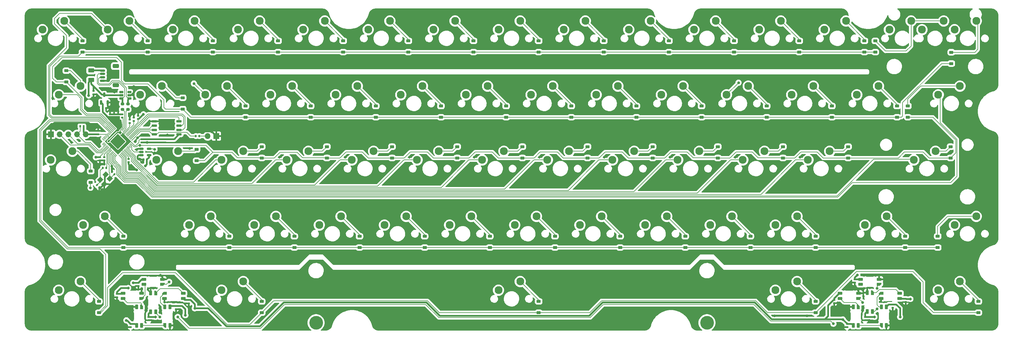
<source format=gbl>
%TF.GenerationSoftware,KiCad,Pcbnew,(7.0.0-0)*%
%TF.CreationDate,2023-03-19T19:27:31-07:00*%
%TF.ProjectId,popstar,706f7073-7461-4722-9e6b-696361645f70,rev?*%
%TF.SameCoordinates,Original*%
%TF.FileFunction,Copper,L2,Bot*%
%TF.FilePolarity,Positive*%
%FSLAX46Y46*%
G04 Gerber Fmt 4.6, Leading zero omitted, Abs format (unit mm)*
G04 Created by KiCad (PCBNEW (7.0.0-0)) date 2023-03-19 19:27:31*
%MOMM*%
%LPD*%
G01*
G04 APERTURE LIST*
G04 Aperture macros list*
%AMRoundRect*
0 Rectangle with rounded corners*
0 $1 Rounding radius*
0 $2 $3 $4 $5 $6 $7 $8 $9 X,Y pos of 4 corners*
0 Add a 4 corners polygon primitive as box body*
4,1,4,$2,$3,$4,$5,$6,$7,$8,$9,$2,$3,0*
0 Add four circle primitives for the rounded corners*
1,1,$1+$1,$2,$3*
1,1,$1+$1,$4,$5*
1,1,$1+$1,$6,$7*
1,1,$1+$1,$8,$9*
0 Add four rect primitives between the rounded corners*
20,1,$1+$1,$2,$3,$4,$5,0*
20,1,$1+$1,$4,$5,$6,$7,0*
20,1,$1+$1,$6,$7,$8,$9,0*
20,1,$1+$1,$8,$9,$2,$3,0*%
%AMRotRect*
0 Rectangle, with rotation*
0 The origin of the aperture is its center*
0 $1 length*
0 $2 width*
0 $3 Rotation angle, in degrees counterclockwise*
0 Add horizontal line*
21,1,$1,$2,0,0,$3*%
%AMFreePoly0*
4,1,18,-0.410000,0.593000,-0.403758,0.624380,-0.385983,0.650983,-0.359380,0.668758,-0.328000,0.675000,0.328000,0.675000,0.359380,0.668758,0.385983,0.650983,0.403758,0.624380,0.410000,0.593000,0.410000,-0.593000,0.403758,-0.624380,0.385983,-0.650983,0.359380,-0.668758,0.328000,-0.675000,0.000000,-0.675000,-0.410000,-0.265000,-0.410000,0.593000,-0.410000,0.593000,$1*%
G04 Aperture macros list end*
%TA.AperFunction,SMDPad,CuDef*%
%ADD10RoundRect,0.140000X-0.170000X0.140000X-0.170000X-0.140000X0.170000X-0.140000X0.170000X0.140000X0*%
%TD*%
%TA.AperFunction,SMDPad,CuDef*%
%ADD11RoundRect,0.082000X0.593000X-0.328000X0.593000X0.328000X-0.593000X0.328000X-0.593000X-0.328000X0*%
%TD*%
%TA.AperFunction,SMDPad,CuDef*%
%ADD12FreePoly0,90.000000*%
%TD*%
%TA.AperFunction,SMDPad,CuDef*%
%ADD13FreePoly0,180.000000*%
%TD*%
%TA.AperFunction,SMDPad,CuDef*%
%ADD14RoundRect,0.082000X0.328000X0.593000X-0.328000X0.593000X-0.328000X-0.593000X0.328000X-0.593000X0*%
%TD*%
%TA.AperFunction,SMDPad,CuDef*%
%ADD15RoundRect,0.082000X-0.593000X0.328000X-0.593000X-0.328000X0.593000X-0.328000X0.593000X0.328000X0*%
%TD*%
%TA.AperFunction,SMDPad,CuDef*%
%ADD16FreePoly0,270.000000*%
%TD*%
%TA.AperFunction,SMDPad,CuDef*%
%ADD17RoundRect,0.082000X-0.328000X-0.593000X0.328000X-0.593000X0.328000X0.593000X-0.328000X0.593000X0*%
%TD*%
%TA.AperFunction,SMDPad,CuDef*%
%ADD18FreePoly0,0.000000*%
%TD*%
%TA.AperFunction,ComponentPad*%
%ADD19C,2.300000*%
%TD*%
%TA.AperFunction,ComponentPad*%
%ADD20C,4.000000*%
%TD*%
%TA.AperFunction,SMDPad,CuDef*%
%ADD21RoundRect,0.140000X0.170000X-0.140000X0.170000X0.140000X-0.170000X0.140000X-0.170000X-0.140000X0*%
%TD*%
%TA.AperFunction,SMDPad,CuDef*%
%ADD22RoundRect,0.140000X0.219203X0.021213X0.021213X0.219203X-0.219203X-0.021213X-0.021213X-0.219203X0*%
%TD*%
%TA.AperFunction,ComponentPad*%
%ADD23R,1.700000X1.700000*%
%TD*%
%TA.AperFunction,ComponentPad*%
%ADD24O,1.700000X1.700000*%
%TD*%
%TA.AperFunction,SMDPad,CuDef*%
%ADD25RoundRect,0.225000X0.375000X-0.225000X0.375000X0.225000X-0.375000X0.225000X-0.375000X-0.225000X0*%
%TD*%
%TA.AperFunction,SMDPad,CuDef*%
%ADD26RoundRect,0.150000X-0.650000X-0.150000X0.650000X-0.150000X0.650000X0.150000X-0.650000X0.150000X0*%
%TD*%
%TA.AperFunction,SMDPad,CuDef*%
%ADD27RoundRect,0.200000X-0.275000X0.200000X-0.275000X-0.200000X0.275000X-0.200000X0.275000X0.200000X0*%
%TD*%
%TA.AperFunction,SMDPad,CuDef*%
%ADD28RoundRect,0.050000X0.309359X-0.238649X-0.238649X0.309359X-0.309359X0.238649X0.238649X-0.309359X0*%
%TD*%
%TA.AperFunction,SMDPad,CuDef*%
%ADD29RoundRect,0.050000X0.309359X0.238649X0.238649X0.309359X-0.309359X-0.238649X-0.238649X-0.309359X0*%
%TD*%
%TA.AperFunction,ComponentPad*%
%ADD30C,0.600000*%
%TD*%
%TA.AperFunction,SMDPad,CuDef*%
%ADD31RoundRect,0.144000X2.059095X0.000000X0.000000X2.059095X-2.059095X0.000000X0.000000X-2.059095X0*%
%TD*%
%TA.AperFunction,SMDPad,CuDef*%
%ADD32RoundRect,0.150000X0.150000X-0.512500X0.150000X0.512500X-0.150000X0.512500X-0.150000X-0.512500X0*%
%TD*%
%TA.AperFunction,SMDPad,CuDef*%
%ADD33RoundRect,0.250000X-0.625000X0.375000X-0.625000X-0.375000X0.625000X-0.375000X0.625000X0.375000X0*%
%TD*%
%TA.AperFunction,SMDPad,CuDef*%
%ADD34RoundRect,0.135000X-0.135000X-0.185000X0.135000X-0.185000X0.135000X0.185000X-0.135000X0.185000X0*%
%TD*%
%TA.AperFunction,SMDPad,CuDef*%
%ADD35RoundRect,0.150000X-0.625000X0.150000X-0.625000X-0.150000X0.625000X-0.150000X0.625000X0.150000X0*%
%TD*%
%TA.AperFunction,SMDPad,CuDef*%
%ADD36RoundRect,0.250000X-0.650000X0.350000X-0.650000X-0.350000X0.650000X-0.350000X0.650000X0.350000X0*%
%TD*%
%TA.AperFunction,SMDPad,CuDef*%
%ADD37RoundRect,0.140000X-0.140000X-0.170000X0.140000X-0.170000X0.140000X0.170000X-0.140000X0.170000X0*%
%TD*%
%TA.AperFunction,SMDPad,CuDef*%
%ADD38RotRect,1.400000X1.200000X45.000000*%
%TD*%
%TA.AperFunction,SMDPad,CuDef*%
%ADD39RoundRect,0.140000X0.140000X0.170000X-0.140000X0.170000X-0.140000X-0.170000X0.140000X-0.170000X0*%
%TD*%
%TA.AperFunction,SMDPad,CuDef*%
%ADD40RoundRect,0.140000X-0.219203X-0.021213X-0.021213X-0.219203X0.219203X0.021213X0.021213X0.219203X0*%
%TD*%
%TA.AperFunction,SMDPad,CuDef*%
%ADD41RoundRect,0.135000X0.135000X0.185000X-0.135000X0.185000X-0.135000X-0.185000X0.135000X-0.185000X0*%
%TD*%
%TA.AperFunction,SMDPad,CuDef*%
%ADD42RoundRect,0.150000X0.475000X0.150000X-0.475000X0.150000X-0.475000X-0.150000X0.475000X-0.150000X0*%
%TD*%
%TA.AperFunction,SMDPad,CuDef*%
%ADD43RoundRect,0.150000X-0.512500X-0.150000X0.512500X-0.150000X0.512500X0.150000X-0.512500X0.150000X0*%
%TD*%
%TA.AperFunction,ViaPad*%
%ADD44C,0.800000*%
%TD*%
%TA.AperFunction,ViaPad*%
%ADD45C,0.600000*%
%TD*%
%TA.AperFunction,Conductor*%
%ADD46C,0.200000*%
%TD*%
%TA.AperFunction,Conductor*%
%ADD47C,0.500000*%
%TD*%
G04 APERTURE END LIST*
D10*
%TO.P,C22,1*%
%TO.N,+5V*%
X76500000Y-119520000D03*
%TO.P,C22,2*%
%TO.N,GND*%
X76500000Y-120480000D03*
%TD*%
D11*
%TO.P,D12,1,VDD*%
%TO.N,+5V*%
X276675000Y-111750000D03*
%TO.P,D12,2,DOUT*%
%TO.N,unconnected-(D12-DOUT-Pad2)*%
X276675000Y-113250000D03*
%TO.P,D12,3,VSS*%
%TO.N,GND*%
X282125000Y-111750000D03*
D12*
%TO.P,D12,4,DIN*%
%TO.N,Net-(D11-DOUT)*%
X282124999Y-113249999D03*
%TD*%
D13*
%TO.P,D11,4,DIN*%
%TO.N,Net-(D10-DOUT)*%
X280149999Y-115674999D03*
D14*
%TO.P,D11,3,VSS*%
%TO.N,GND*%
X278650000Y-115675000D03*
%TO.P,D11,2,DOUT*%
%TO.N,Net-(D11-DOUT)*%
X280150000Y-121125000D03*
%TO.P,D11,1,VDD*%
%TO.N,+5V*%
X278650000Y-121125000D03*
%TD*%
D15*
%TO.P,D10,1,VDD*%
%TO.N,+5V*%
X288125000Y-117350000D03*
%TO.P,D10,2,DOUT*%
%TO.N,Net-(D10-DOUT)*%
X288125000Y-115850000D03*
%TO.P,D10,3,VSS*%
%TO.N,GND*%
X282675000Y-117350000D03*
D16*
%TO.P,D10,4,DIN*%
%TO.N,Net-(D10-DIN)*%
X282674999Y-115849999D03*
%TD*%
D17*
%TO.P,D9,1,VDD*%
%TO.N,+5V*%
X284250000Y-119775000D03*
%TO.P,D9,2,DOUT*%
%TO.N,Net-(D10-DIN)*%
X282750000Y-119775000D03*
%TO.P,D9,3,VSS*%
%TO.N,GND*%
X284250000Y-125225000D03*
D18*
%TO.P,D9,4,DIN*%
%TO.N,Net-(D8-DOUT)*%
X282749999Y-125224999D03*
%TD*%
D13*
%TO.P,D8,4,DIN*%
%TO.N,Net-(D7-DOUT)*%
X276049999Y-119774999D03*
D14*
%TO.P,D8,3,VSS*%
%TO.N,GND*%
X274550000Y-119775000D03*
%TO.P,D8,2,DOUT*%
%TO.N,Net-(D8-DOUT)*%
X276050000Y-125225000D03*
%TO.P,D8,1,VDD*%
%TO.N,+5V*%
X274550000Y-125225000D03*
%TD*%
D12*
%TO.P,D7,4,DIN*%
%TO.N,Net-(D6-DOUT)*%
X276124999Y-117349999D03*
D11*
%TO.P,D7,3,VSS*%
%TO.N,GND*%
X276125000Y-115850000D03*
%TO.P,D7,2,DOUT*%
%TO.N,Net-(D7-DOUT)*%
X270675000Y-117350000D03*
%TO.P,D7,1,VDD*%
%TO.N,+5V*%
X270675000Y-115850000D03*
%TD*%
D13*
%TO.P,D6,4,DIN*%
%TO.N,Net-(D5-DOUT)*%
X70624999Y-115774999D03*
D14*
%TO.P,D6,3,VSS*%
%TO.N,GND*%
X69125000Y-115775000D03*
%TO.P,D6,2,DOUT*%
%TO.N,Net-(D6-DOUT)*%
X70625000Y-121225000D03*
%TO.P,D6,1,VDD*%
%TO.N,+5V*%
X69125000Y-121225000D03*
%TD*%
D16*
%TO.P,D5,4,DIN*%
%TO.N,Net-(D4-DOUT)*%
X73174999Y-115849999D03*
D15*
%TO.P,D5,3,VSS*%
%TO.N,GND*%
X73175000Y-117350000D03*
%TO.P,D5,2,DOUT*%
%TO.N,Net-(D5-DOUT)*%
X78625000Y-115850000D03*
%TO.P,D5,1,VDD*%
%TO.N,+5V*%
X78625000Y-117350000D03*
%TD*%
D17*
%TO.P,D4,1,VDD*%
%TO.N,+5V*%
X74750000Y-119775000D03*
%TO.P,D4,2,DOUT*%
%TO.N,Net-(D4-DOUT)*%
X73250000Y-119775000D03*
%TO.P,D4,3,VSS*%
%TO.N,GND*%
X74750000Y-125225000D03*
D18*
%TO.P,D4,4,DIN*%
%TO.N,Net-(D3-DOUT)*%
X73249999Y-125224999D03*
%TD*%
D14*
%TO.P,D3,1,VDD*%
%TO.N,+5V*%
X65000000Y-125225000D03*
%TO.P,D3,2,DOUT*%
%TO.N,Net-(D3-DOUT)*%
X66500000Y-125225000D03*
%TO.P,D3,3,VSS*%
%TO.N,GND*%
X65000000Y-119775000D03*
D13*
%TO.P,D3,4,DIN*%
%TO.N,Net-(D2-DOUT)*%
X66499999Y-119774999D03*
%TD*%
D12*
%TO.P,D2,4,DIN*%
%TO.N,Net-(D1-DOUT)*%
X66474999Y-117349999D03*
D11*
%TO.P,D2,3,VSS*%
%TO.N,GND*%
X66475000Y-115850000D03*
%TO.P,D2,2,DOUT*%
%TO.N,Net-(D2-DOUT)*%
X61025000Y-117350000D03*
%TO.P,D2,1,VDD*%
%TO.N,+5V*%
X61025000Y-115850000D03*
%TD*%
D12*
%TO.P,D1,4,DIN*%
%TO.N,ARGB_5V*%
X72574999Y-113249999D03*
D11*
%TO.P,D1,3,VSS*%
%TO.N,GND*%
X72575000Y-111750000D03*
%TO.P,D1,2,DOUT*%
%TO.N,Net-(D1-DOUT)*%
X67125000Y-113250000D03*
%TO.P,D1,1,VDD*%
%TO.N,+5V*%
X67125000Y-111750000D03*
%TD*%
D19*
%TO.P,SW15,1,1*%
%TO.N,COL13*%
X294640000Y-38735000D03*
%TO.P,SW15,2,2*%
%TO.N,Net-(D26-A)*%
X300990000Y-36195000D03*
%TD*%
%TO.P,SW22,1,1*%
%TO.N,COL05*%
X142240000Y-57785000D03*
%TO.P,SW22,2,2*%
%TO.N,Net-(D32-A)*%
X148590000Y-55245000D03*
%TD*%
%TO.P,SW55,1,1*%
%TO.N,COL12*%
X304165000Y-95885000D03*
%TO.P,SW55,2,2*%
%TO.N,Net-(D65-A)*%
X310515000Y-93345000D03*
%TD*%
%TO.P,SW29,1,1*%
%TO.N,COL12*%
X275590000Y-57785000D03*
%TO.P,SW29,2,2*%
%TO.N,Net-(D39-A)*%
X281940000Y-55245000D03*
%TD*%
%TO.P,SW33,1,1*%
%TO.N,COL03*%
X108902500Y-76835000D03*
%TO.P,SW33,2,2*%
%TO.N,Net-(D43-A)*%
X115252500Y-74295000D03*
%TD*%
%TO.P,SW25,1,1*%
%TO.N,COL08*%
X199390000Y-57785000D03*
%TO.P,SW25,2,2*%
%TO.N,Net-(D35-A)*%
X205740000Y-55245000D03*
%TD*%
%TO.P,SW53,1,1*%
%TO.N,COL10*%
X251777500Y-95885000D03*
%TO.P,SW53,2,2*%
%TO.N,Net-(D63-A)*%
X258127500Y-93345000D03*
%TD*%
D10*
%TO.P,C23,1*%
%TO.N,+5V*%
X80250000Y-117820000D03*
%TO.P,C23,2*%
%TO.N,GND*%
X80250000Y-118780000D03*
%TD*%
D19*
%TO.P,SW17,1,1*%
%TO.N,COL00*%
X42227500Y-57785000D03*
%TO.P,SW17,2,2*%
%TO.N,Net-(D27-A)*%
X48577500Y-55245000D03*
%TD*%
%TO.P,SW41,1,1*%
%TO.N,COL11*%
X261302500Y-76835000D03*
%TO.P,SW41,2,2*%
%TO.N,Net-(D51-A)*%
X267652500Y-74295000D03*
%TD*%
%TO.P,SW36,1,1*%
%TO.N,COL06*%
X166052500Y-76835000D03*
%TO.P,SW36,2,2*%
%TO.N,Net-(D46-A)*%
X172402500Y-74295000D03*
%TD*%
%TO.P,SW47,1,1*%
%TO.N,COL04*%
X137477500Y-95885000D03*
%TO.P,SW47,2,2*%
%TO.N,Net-(D57-A)*%
X143827500Y-93345000D03*
%TD*%
%TO.P,SW11,1,1*%
%TO.N,COL09*%
X208915000Y-38735000D03*
%TO.P,SW11,2,2*%
%TO.N,Net-(D22-A)*%
X215265000Y-36195000D03*
%TD*%
%TO.P,SW45,1,1*%
%TO.N,COL02*%
X99377500Y-95885000D03*
%TO.P,SW45,2,2*%
%TO.N,Net-(D55-A)*%
X105727500Y-93345000D03*
%TD*%
%TO.P,SW57,1,1*%
%TO.N,COL02*%
X89852500Y-114935000D03*
%TO.P,SW57,2,2*%
%TO.N,Net-(D67-A)*%
X96202500Y-112395000D03*
%TD*%
%TO.P,SW56,1,1*%
%TO.N,COL00*%
X42227500Y-114935000D03*
%TO.P,SW56,2,2*%
%TO.N,Net-(D66-A)*%
X48577500Y-112395000D03*
%TD*%
%TO.P,SW24,1,1*%
%TO.N,COL07*%
X180340000Y-57785000D03*
%TO.P,SW24,2,2*%
%TO.N,Net-(D34-A)*%
X186690000Y-55245000D03*
%TD*%
%TO.P,SW59,1,1*%
%TO.N,COL10*%
X251777500Y-114935000D03*
%TO.P,SW59,2,2*%
%TO.N,Net-(D69-A)*%
X258127500Y-112395000D03*
%TD*%
%TO.P,SW7,1,1*%
%TO.N,COL05*%
X132715000Y-38735000D03*
%TO.P,SW7,2,2*%
%TO.N,Net-(D18-A)*%
X139065000Y-36195000D03*
%TD*%
%TO.P,SW20,1,1*%
%TO.N,COL03*%
X104140000Y-57785000D03*
%TO.P,SW20,2,2*%
%TO.N,Net-(D30-A)*%
X110490000Y-55245000D03*
%TD*%
%TO.P,SW2,1,1*%
%TO.N,COL00*%
X37465000Y-38735000D03*
%TO.P,SW2,2,2*%
%TO.N,Net-(D13-A)*%
X43815000Y-36195000D03*
%TD*%
%TO.P,SW31,1,1*%
%TO.N,COL01*%
X70802500Y-76835000D03*
%TO.P,SW31,2,2*%
%TO.N,Net-(D41-A)*%
X77152500Y-74295000D03*
%TD*%
%TO.P,SW27,1,1*%
%TO.N,COL10*%
X237490000Y-57785000D03*
%TO.P,SW27,2,2*%
%TO.N,Net-(D37-A)*%
X243840000Y-55245000D03*
%TD*%
%TO.P,SW32,1,1*%
%TO.N,COL02*%
X89852500Y-76835000D03*
%TO.P,SW32,2,2*%
%TO.N,Net-(D42-A)*%
X96202500Y-74295000D03*
%TD*%
D10*
%TO.P,C25,1*%
%TO.N,+5V*%
X269000000Y-117770000D03*
%TO.P,C25,2*%
%TO.N,GND*%
X269000000Y-118730000D03*
%TD*%
D19*
%TO.P,SW34,1,1*%
%TO.N,COL04*%
X127952500Y-76835000D03*
%TO.P,SW34,2,2*%
%TO.N,Net-(D44-A)*%
X134302500Y-74295000D03*
%TD*%
%TO.P,SW37,1,1*%
%TO.N,COL07*%
X185102500Y-76835000D03*
%TO.P,SW37,2,2*%
%TO.N,Net-(D47-A)*%
X191452500Y-74295000D03*
%TD*%
%TO.P,SW10,1,1*%
%TO.N,COL08*%
X189865000Y-38735000D03*
%TO.P,SW10,2,2*%
%TO.N,Net-(D21-A)*%
X196215000Y-36195000D03*
%TD*%
%TO.P,SW21,1,1*%
%TO.N,COL04*%
X123190000Y-57785000D03*
%TO.P,SW21,2,2*%
%TO.N,Net-(D31-A)*%
X129540000Y-55245000D03*
%TD*%
%TO.P,SW3,1,1*%
%TO.N,COL01*%
X56515000Y-38735000D03*
%TO.P,SW3,2,2*%
%TO.N,Net-(D14-A)*%
X62865000Y-36195000D03*
%TD*%
%TO.P,SW38,1,1*%
%TO.N,COL08*%
X204152500Y-76835000D03*
%TO.P,SW38,2,2*%
%TO.N,Net-(D48-A)*%
X210502500Y-74295000D03*
%TD*%
%TO.P,SW50,1,1*%
%TO.N,COL07*%
X194627500Y-95885000D03*
%TO.P,SW50,2,2*%
%TO.N,Net-(D60-A)*%
X200977500Y-93345000D03*
%TD*%
%TO.P,SW52,1,1*%
%TO.N,COL09*%
X232727500Y-95885000D03*
%TO.P,SW52,2,2*%
%TO.N,Net-(D62-A)*%
X239077500Y-93345000D03*
%TD*%
D10*
%TO.P,C24,2*%
%TO.N,GND*%
X68500000Y-123730000D03*
%TO.P,C24,1*%
%TO.N,+5V*%
X68500000Y-122770000D03*
%TD*%
D19*
%TO.P,SW13,1,1*%
%TO.N,COL11*%
X247015000Y-38735000D03*
%TO.P,SW13,2,2*%
%TO.N,Net-(D24-A)*%
X253365000Y-36195000D03*
%TD*%
%TO.P,SW35,1,1*%
%TO.N,COL05*%
X147002500Y-76835000D03*
%TO.P,SW35,2,2*%
%TO.N,Net-(D45-A)*%
X153352500Y-74295000D03*
%TD*%
D10*
%TO.P,C19,1*%
%TO.N,+5V*%
X65500000Y-112770000D03*
%TO.P,C19,2*%
%TO.N,GND*%
X65500000Y-113730000D03*
%TD*%
%TO.P,C20,2*%
%TO.N,GND*%
X59250000Y-116980000D03*
%TO.P,C20,1*%
%TO.N,+5V*%
X59250000Y-116020000D03*
%TD*%
D20*
%TO.P,S3,*%
%TO.N,*%
X231775000Y-124460000D03*
X117475000Y-124460000D03*
%TD*%
D19*
%TO.P,SW39,1,1*%
%TO.N,COL09*%
X223202500Y-76835000D03*
%TO.P,SW39,2,2*%
%TO.N,Net-(D49-A)*%
X229552500Y-74295000D03*
%TD*%
%TO.P,SW23,1,1*%
%TO.N,COL06*%
X161290000Y-57785000D03*
%TO.P,SW23,2,2*%
%TO.N,Net-(D33-A)*%
X167640000Y-55245000D03*
%TD*%
%TO.P,SW51,1,1*%
%TO.N,COL08*%
X213677500Y-95885000D03*
%TO.P,SW51,2,2*%
%TO.N,Net-(D61-A)*%
X220027500Y-93345000D03*
%TD*%
D10*
%TO.P,C27,1*%
%TO.N,+5V*%
X286100000Y-119120000D03*
%TO.P,C27,2*%
%TO.N,GND*%
X286100000Y-120080000D03*
%TD*%
D19*
%TO.P,SW43,1,1*%
%TO.N,COL00*%
X49371250Y-95885000D03*
%TO.P,SW43,2,2*%
%TO.N,Net-(D53-A)*%
X55721250Y-93345000D03*
%TD*%
%TO.P,SW61,1,1*%
%TO.N,COL13*%
X304165000Y-38735000D03*
%TO.P,SW61,2,2*%
%TO.N,Net-(D71-A)*%
X310515000Y-36195000D03*
%TD*%
%TO.P,SW44,1,1*%
%TO.N,COL01*%
X80327500Y-95885000D03*
%TO.P,SW44,2,2*%
%TO.N,Net-(D54-A)*%
X86677500Y-93345000D03*
%TD*%
%TO.P,SW58,1,1*%
%TO.N,COL06*%
X170815000Y-114935000D03*
%TO.P,SW58,2,2*%
%TO.N,Net-(D68-A)*%
X177165000Y-112395000D03*
%TD*%
D10*
%TO.P,C26,1*%
%TO.N,+5V*%
X272750000Y-124770000D03*
%TO.P,C26,2*%
%TO.N,GND*%
X272750000Y-125730000D03*
%TD*%
D19*
%TO.P,SW18,1,1*%
%TO.N,COL01*%
X66040000Y-57785000D03*
%TO.P,SW18,2,2*%
%TO.N,Net-(D28-A)*%
X72390000Y-55245000D03*
%TD*%
%TO.P,SW5,1,1*%
%TO.N,COL03*%
X94615000Y-38735000D03*
%TO.P,SW5,2,2*%
%TO.N,Net-(D16-A)*%
X100965000Y-36195000D03*
%TD*%
%TO.P,SW6,1,1*%
%TO.N,COL04*%
X113665000Y-38735000D03*
%TO.P,SW6,2,2*%
%TO.N,Net-(D17-A)*%
X120015000Y-36195000D03*
%TD*%
%TO.P,SW28,1,1*%
%TO.N,COL11*%
X256540000Y-57785000D03*
%TO.P,SW28,2,2*%
%TO.N,Net-(D38-A)*%
X262890000Y-55245000D03*
%TD*%
%TO.P,SW48,1,1*%
%TO.N,COL05*%
X156527500Y-95885000D03*
%TO.P,SW48,2,2*%
%TO.N,Net-(D58-A)*%
X162877500Y-93345000D03*
%TD*%
D10*
%TO.P,C21,1*%
%TO.N,+5V*%
X63250000Y-124770000D03*
%TO.P,C21,2*%
%TO.N,GND*%
X63250000Y-125730000D03*
%TD*%
D19*
%TO.P,SW60,1,1*%
%TO.N,COL13*%
X299402500Y-114935000D03*
%TO.P,SW60,2,2*%
%TO.N,Net-(D70-A)*%
X305752500Y-112395000D03*
%TD*%
%TO.P,SW49,1,1*%
%TO.N,COL06*%
X175577500Y-95885000D03*
%TO.P,SW49,2,2*%
%TO.N,Net-(D59-A)*%
X181927500Y-93345000D03*
%TD*%
%TO.P,SW30,1,1*%
%TO.N,COL00*%
X39846250Y-76835000D03*
%TO.P,SW30,2,2*%
%TO.N,Net-(D40-A)*%
X46196250Y-74295000D03*
%TD*%
%TO.P,SW26,1,1*%
%TO.N,COL09*%
X218440000Y-57785000D03*
%TO.P,SW26,2,2*%
%TO.N,Net-(D36-A)*%
X224790000Y-55245000D03*
%TD*%
%TO.P,SW62,1,1*%
%TO.N,COL13*%
X299402500Y-57785000D03*
%TO.P,SW62,2,2*%
%TO.N,Net-(D72-A)*%
X305752500Y-55245000D03*
%TD*%
%TO.P,SW16,1,1*%
%TO.N,COL13*%
X285115000Y-38735000D03*
%TO.P,SW16,2,2*%
%TO.N,Net-(D26-A)*%
X291465000Y-36195000D03*
%TD*%
%TO.P,SW14,1,1*%
%TO.N,COL12*%
X266065000Y-38735000D03*
%TO.P,SW14,2,2*%
%TO.N,Net-(D25-A)*%
X272415000Y-36195000D03*
%TD*%
%TO.P,SW46,1,1*%
%TO.N,COL03*%
X118427500Y-95885000D03*
%TO.P,SW46,2,2*%
%TO.N,Net-(D56-A)*%
X124777500Y-93345000D03*
%TD*%
%TO.P,SW40,1,1*%
%TO.N,COL10*%
X242252500Y-76835000D03*
%TO.P,SW40,2,2*%
%TO.N,Net-(D50-A)*%
X248602500Y-74295000D03*
%TD*%
%TO.P,SW12,1,1*%
%TO.N,COL10*%
X227965000Y-38735000D03*
%TO.P,SW12,2,2*%
%TO.N,Net-(D23-A)*%
X234315000Y-36195000D03*
%TD*%
%TO.P,SW9,1,1*%
%TO.N,COL07*%
X170815000Y-38735000D03*
%TO.P,SW9,2,2*%
%TO.N,Net-(D20-A)*%
X177165000Y-36195000D03*
%TD*%
%TO.P,SW19,1,1*%
%TO.N,COL02*%
X85090000Y-57785000D03*
%TO.P,SW19,2,2*%
%TO.N,Net-(D29-A)*%
X91440000Y-55245000D03*
%TD*%
%TO.P,SW42,1,1*%
%TO.N,COL12*%
X292258750Y-76835000D03*
%TO.P,SW42,2,2*%
%TO.N,Net-(D52-A)*%
X298608750Y-74295000D03*
%TD*%
D10*
%TO.P,C30,1*%
%TO.N,+5V*%
X275000000Y-111770000D03*
%TO.P,C30,2*%
%TO.N,GND*%
X275000000Y-112730000D03*
%TD*%
D19*
%TO.P,SW4,1,1*%
%TO.N,COL02*%
X75565000Y-38735000D03*
%TO.P,SW4,2,2*%
%TO.N,Net-(D15-A)*%
X81915000Y-36195000D03*
%TD*%
D10*
%TO.P,C28,2*%
%TO.N,GND*%
X289900000Y-118380000D03*
%TO.P,C28,1*%
%TO.N,+5V*%
X289900000Y-117420000D03*
%TD*%
D19*
%TO.P,SW8,1,1*%
%TO.N,COL06*%
X151765000Y-38735000D03*
%TO.P,SW8,2,2*%
%TO.N,Net-(D19-A)*%
X158115000Y-36195000D03*
%TD*%
D10*
%TO.P,C29,2*%
%TO.N,GND*%
X278000000Y-123730000D03*
%TO.P,C29,1*%
%TO.N,+5V*%
X278000000Y-122770000D03*
%TD*%
D19*
%TO.P,SW54,1,1*%
%TO.N,COL11*%
X277971250Y-95885000D03*
%TO.P,SW54,2,2*%
%TO.N,Net-(D64-A)*%
X284321250Y-93345000D03*
%TD*%
D21*
%TO.P,C4,1*%
%TO.N,+3V3*%
X57200000Y-64480000D03*
%TO.P,C4,2*%
%TO.N,GND*%
X57200000Y-63520000D03*
%TD*%
D22*
%TO.P,C14,1*%
%TO.N,GND*%
X54057411Y-84871411D03*
%TO.P,C14,2*%
%TO.N,/XTAL_O*%
X53378589Y-84192589D03*
%TD*%
D23*
%TO.P,J2,1,Pin_1*%
%TO.N,GND*%
X39919999Y-69341999D03*
D24*
%TO.P,J2,2,Pin_2*%
%TO.N,SWCLK*%
X42459999Y-69341999D03*
%TO.P,J2,3,Pin_3*%
%TO.N,SWD*%
X44999999Y-69341999D03*
%TO.P,J2,4,Pin_4*%
%TO.N,~{RESET}*%
X47539999Y-69341999D03*
%TO.P,J2,5,Pin_5*%
%TO.N,+3V3*%
X50079999Y-69341999D03*
%TD*%
D25*
%TO.P,D60,1,K*%
%TO.N,ROW3*%
X206375000Y-102456250D03*
%TO.P,D60,2,A*%
%TO.N,Net-(D60-A)*%
X206375000Y-99156250D03*
%TD*%
%TO.P,D53,1,K*%
%TO.N,ROW3*%
X61118750Y-102456250D03*
%TO.P,D53,2,A*%
%TO.N,Net-(D53-A)*%
X61118750Y-99156250D03*
%TD*%
D26*
%TO.P,U4,1,~{CS}*%
%TO.N,CS*%
X70218750Y-69373750D03*
%TO.P,U4,2,DO(IO1)*%
%TO.N,SD1*%
X70218750Y-68103750D03*
%TO.P,U4,3,IO2*%
%TO.N,SD2*%
X70218750Y-66833750D03*
%TO.P,U4,4,GND*%
%TO.N,GND*%
X70218750Y-65563750D03*
%TO.P,U4,5,DI(IO0)*%
%TO.N,SD0*%
X77418750Y-65563750D03*
%TO.P,U4,6,CLK*%
%TO.N,QSPI_CLK*%
X77418750Y-66833750D03*
%TO.P,U4,7,IO3*%
%TO.N,SD3*%
X77418750Y-68103750D03*
%TO.P,U4,8,VCC*%
%TO.N,+3V3*%
X77418750Y-69373750D03*
%TD*%
D25*
%TO.P,D28,1,K*%
%TO.N,ROW1*%
X78500000Y-61975000D03*
%TO.P,D28,2,A*%
%TO.N,Net-(D28-A)*%
X78500000Y-58675000D03*
%TD*%
%TO.P,D34,1,K*%
%TO.N,ROW1*%
X192087500Y-64356250D03*
%TO.P,D34,2,A*%
%TO.N,Net-(D34-A)*%
X192087500Y-61056250D03*
%TD*%
%TO.P,D19,1,K*%
%TO.N,ROW0*%
X163512500Y-45306250D03*
%TO.P,D19,2,A*%
%TO.N,Net-(D19-A)*%
X163512500Y-42006250D03*
%TD*%
%TO.P,D26,1,K*%
%TO.N,ROW0*%
X280987500Y-45306250D03*
%TO.P,D26,2,A*%
%TO.N,Net-(D26-A)*%
X280987500Y-42006250D03*
%TD*%
%TO.P,D18,1,K*%
%TO.N,ROW0*%
X144462500Y-45306250D03*
%TO.P,D18,2,A*%
%TO.N,Net-(D18-A)*%
X144462500Y-42006250D03*
%TD*%
D27*
%TO.P,R2,1*%
%TO.N,D_P*%
X62484000Y-60425000D03*
%TO.P,R2,2*%
%TO.N,/D_+*%
X62484000Y-62075000D03*
%TD*%
D25*
%TO.P,D22,1,K*%
%TO.N,ROW0*%
X220662500Y-45306250D03*
%TO.P,D22,2,A*%
%TO.N,Net-(D22-A)*%
X220662500Y-42006250D03*
%TD*%
%TO.P,D72,1,K*%
%TO.N,ROW2*%
X290512500Y-64356250D03*
%TO.P,D72,2,A*%
%TO.N,Net-(D72-A)*%
X290512500Y-61056250D03*
%TD*%
%TO.P,D51,1,K*%
%TO.N,ROW2*%
X273050000Y-76262500D03*
%TO.P,D51,2,A*%
%TO.N,Net-(D51-A)*%
X273050000Y-72962500D03*
%TD*%
%TO.P,D31,1,K*%
%TO.N,ROW1*%
X134937500Y-64356250D03*
%TO.P,D31,2,A*%
%TO.N,Net-(D31-A)*%
X134937500Y-61056250D03*
%TD*%
%TO.P,D27,1,K*%
%TO.N,ROW1*%
X44450000Y-54037500D03*
%TO.P,D27,2,A*%
%TO.N,Net-(D27-A)*%
X44450000Y-50737500D03*
%TD*%
%TO.P,D54,1,K*%
%TO.N,ROW3*%
X92075000Y-102456250D03*
%TO.P,D54,2,A*%
%TO.N,Net-(D54-A)*%
X92075000Y-99156250D03*
%TD*%
D10*
%TO.P,C5,1*%
%TO.N,+3V3*%
X66421000Y-70767000D03*
%TO.P,C5,2*%
%TO.N,GND*%
X66421000Y-71727000D03*
%TD*%
D25*
%TO.P,D67,1,K*%
%TO.N,ROW4*%
X101600000Y-121506250D03*
%TO.P,D67,2,A*%
%TO.N,Net-(D67-A)*%
X101600000Y-118206250D03*
%TD*%
%TO.P,D40,1,K*%
%TO.N,ROW2*%
X51593750Y-83406250D03*
%TO.P,D40,2,A*%
%TO.N,Net-(D40-A)*%
X51593750Y-80106250D03*
%TD*%
%TO.P,D46,1,K*%
%TO.N,ROW2*%
X177800000Y-76262500D03*
%TO.P,D46,2,A*%
%TO.N,Net-(D46-A)*%
X177800000Y-72962500D03*
%TD*%
%TO.P,D42,1,K*%
%TO.N,ROW2*%
X101600000Y-76262500D03*
%TO.P,D42,2,A*%
%TO.N,Net-(D42-A)*%
X101600000Y-72962500D03*
%TD*%
%TO.P,D17,1,K*%
%TO.N,ROW0*%
X125412500Y-45306250D03*
%TO.P,D17,2,A*%
%TO.N,Net-(D17-A)*%
X125412500Y-42006250D03*
%TD*%
%TO.P,D41,1,K*%
%TO.N,ROW2*%
X82550000Y-77056250D03*
%TO.P,D41,2,A*%
%TO.N,Net-(D41-A)*%
X82550000Y-73756250D03*
%TD*%
%TO.P,D69,1,K*%
%TO.N,ROW4*%
X263525000Y-121506250D03*
%TO.P,D69,2,A*%
%TO.N,Net-(D69-A)*%
X263525000Y-118206250D03*
%TD*%
D28*
%TO.P,U6,1,IOVDD*%
%TO.N,+3V3*%
X63800407Y-72029702D03*
%TO.P,U6,2,GPIO0*%
%TO.N,ROW2*%
X63517564Y-72312545D03*
%TO.P,U6,3,GPIO1*%
%TO.N,ARGB_3V3*%
X63234722Y-72595387D03*
%TO.P,U6,4,GPIO2*%
%TO.N,unconnected-(U6-GPIO2-Pad4)*%
X62951879Y-72878230D03*
%TO.P,U6,5,GPIO3*%
%TO.N,unconnected-(U6-GPIO3-Pad5)*%
X62669036Y-73161073D03*
%TO.P,U6,6,GPIO4*%
%TO.N,COL02*%
X62386194Y-73443915D03*
%TO.P,U6,7,GPIO5*%
%TO.N,COL03*%
X62103351Y-73726758D03*
%TO.P,U6,8,GPIO6*%
%TO.N,COL04*%
X61820508Y-74009601D03*
%TO.P,U6,9,GPIO7*%
%TO.N,COL05*%
X61537665Y-74292444D03*
%TO.P,U6,10,IOVDD*%
%TO.N,+3V3*%
X61254823Y-74575286D03*
%TO.P,U6,11,GPIO8*%
%TO.N,COL06*%
X60971980Y-74858129D03*
%TO.P,U6,12,GPIO9*%
%TO.N,COL07*%
X60689137Y-75140972D03*
%TO.P,U6,13,GPIO10*%
%TO.N,COL08*%
X60406295Y-75423814D03*
%TO.P,U6,14,GPIO11*%
%TO.N,COL09*%
X60123452Y-75706657D03*
D29*
%TO.P,U6,15,GPIO12*%
%TO.N,COL10*%
X58939048Y-75706657D03*
%TO.P,U6,16,GPIO13*%
%TO.N,COL11*%
X58656205Y-75423814D03*
%TO.P,U6,17,GPIO14*%
%TO.N,COL12*%
X58373363Y-75140972D03*
%TO.P,U6,18,GPIO15*%
%TO.N,COL13*%
X58090520Y-74858129D03*
%TO.P,U6,19,TESTEN*%
%TO.N,GND*%
X57807677Y-74575286D03*
%TO.P,U6,20,XTAL_IN*%
%TO.N,XTAL_IN*%
X57524835Y-74292444D03*
%TO.P,U6,21,XTAL_OUT*%
%TO.N,XTAL_OUT*%
X57241992Y-74009601D03*
%TO.P,U6,22,IOVDD*%
%TO.N,+3V3*%
X56959149Y-73726758D03*
%TO.P,U6,23,DVDD*%
%TO.N,+1V1*%
X56676306Y-73443915D03*
%TO.P,U6,24,SWCLK*%
%TO.N,SWCLK*%
X56393464Y-73161073D03*
%TO.P,U6,25,SWDIO*%
%TO.N,SWD*%
X56110621Y-72878230D03*
%TO.P,U6,26,~{RUN}*%
%TO.N,~{RESET}*%
X55827778Y-72595387D03*
%TO.P,U6,27,GPIO16*%
%TO.N,unconnected-(U6-GPIO16-Pad27)*%
X55544936Y-72312545D03*
%TO.P,U6,28,GPIO17*%
%TO.N,unconnected-(U6-GPIO17-Pad28)*%
X55262093Y-72029702D03*
D28*
%TO.P,U6,29,GPIO18*%
%TO.N,unconnected-(U6-GPIO18-Pad29)*%
X55262093Y-70845298D03*
%TO.P,U6,30,GPIO19*%
%TO.N,unconnected-(U6-GPIO19-Pad30)*%
X55544936Y-70562455D03*
%TO.P,U6,31,GPIO20*%
%TO.N,unconnected-(U6-GPIO20-Pad31)*%
X55827778Y-70279613D03*
%TO.P,U6,32,GPIO21*%
%TO.N,unconnected-(U6-GPIO21-Pad32)*%
X56110621Y-69996770D03*
%TO.P,U6,33,IOVDD*%
%TO.N,+3V3*%
X56393464Y-69713927D03*
%TO.P,U6,34,GPIO22*%
%TO.N,unconnected-(U6-GPIO22-Pad34)*%
X56676306Y-69431085D03*
%TO.P,U6,35,GPIO23*%
%TO.N,unconnected-(U6-GPIO23-Pad35)*%
X56959149Y-69148242D03*
%TO.P,U6,36,GPIO24*%
%TO.N,ROW3*%
X57241992Y-68865399D03*
%TO.P,U6,37,GPIO25*%
%TO.N,ROW4*%
X57524835Y-68582556D03*
%TO.P,U6,38,GPIO26/ADC0*%
%TO.N,COL01*%
X57807677Y-68299714D03*
%TO.P,U6,39,GPIO27/ADC1*%
%TO.N,ROW0*%
X58090520Y-68016871D03*
%TO.P,U6,40,GPIO28/ADC2*%
%TO.N,COL00*%
X58373363Y-67734028D03*
%TO.P,U6,41,GPIO29/ADC3*%
%TO.N,ROW1*%
X58656205Y-67451186D03*
%TO.P,U6,42,IOVDD*%
%TO.N,+3V3*%
X58939048Y-67168343D03*
D29*
%TO.P,U6,43,ADC_AVDD*%
X60123452Y-67168343D03*
%TO.P,U6,44,VREG_VIN*%
X60406295Y-67451186D03*
%TO.P,U6,45,VREG_VOUT*%
%TO.N,+1V1*%
X60689137Y-67734028D03*
%TO.P,U6,46,D-*%
%TO.N,/D_-*%
X60971980Y-68016871D03*
%TO.P,U6,47,D+*%
%TO.N,/D_+*%
X61254823Y-68299714D03*
%TO.P,U6,48,USB_VDD*%
%TO.N,+3V3*%
X61537665Y-68582556D03*
%TO.P,U6,49,IOVDD*%
X61820508Y-68865399D03*
%TO.P,U6,50,DVDD*%
%TO.N,+1V1*%
X62103351Y-69148242D03*
%TO.P,U6,51,QSPI_SD3*%
%TO.N,SD3*%
X62386194Y-69431085D03*
%TO.P,U6,52,QSPI_SCLK*%
%TO.N,QSPI_CLK*%
X62669036Y-69713927D03*
%TO.P,U6,53,QSPI_SD0*%
%TO.N,SD0*%
X62951879Y-69996770D03*
%TO.P,U6,54,QSPI_SD2*%
%TO.N,SD2*%
X63234722Y-70279613D03*
%TO.P,U6,55,QSPI_SD1*%
%TO.N,SD1*%
X63517564Y-70562455D03*
%TO.P,U6,56,QSPI_SS_N*%
%TO.N,CS*%
X63800407Y-70845298D03*
D30*
%TO.P,U6,57,GND*%
%TO.N,GND*%
X59531250Y-73240622D03*
X60432811Y-72339061D03*
X61334372Y-71437500D03*
X58629689Y-72339061D03*
X59531250Y-71437500D03*
D31*
X59531250Y-71437500D03*
D30*
X60432811Y-70535939D03*
X57728128Y-71437500D03*
X58629689Y-70535939D03*
X59531250Y-69634378D03*
%TD*%
D25*
%TO.P,D37,1,K*%
%TO.N,ROW1*%
X249237500Y-64356250D03*
%TO.P,D37,2,A*%
%TO.N,Net-(D37-A)*%
X249237500Y-61056250D03*
%TD*%
%TO.P,D15,1,K*%
%TO.N,ROW0*%
X87312500Y-45306250D03*
%TO.P,D15,2,A*%
%TO.N,Net-(D15-A)*%
X87312500Y-42006250D03*
%TD*%
D21*
%TO.P,C10,1*%
%TO.N,+3V3*%
X59600000Y-64480000D03*
%TO.P,C10,2*%
%TO.N,GND*%
X59600000Y-63520000D03*
%TD*%
D25*
%TO.P,D35,1,K*%
%TO.N,ROW1*%
X211137500Y-64356250D03*
%TO.P,D35,2,A*%
%TO.N,Net-(D35-A)*%
X211137500Y-61056250D03*
%TD*%
D32*
%TO.P,U2,1,GND*%
%TO.N,GND*%
X56512500Y-60065500D03*
%TO.P,U2,2,VO*%
%TO.N,+3V3*%
X54612500Y-60065500D03*
%TO.P,U2,3,VI*%
%TO.N,+5V*%
X55562500Y-57790500D03*
%TD*%
D25*
%TO.P,D44,1,K*%
%TO.N,ROW2*%
X139700000Y-76262500D03*
%TO.P,D44,2,A*%
%TO.N,Net-(D44-A)*%
X139700000Y-72962500D03*
%TD*%
D21*
%TO.P,C11,1*%
%TO.N,+3V3*%
X62992000Y-66012000D03*
%TO.P,C11,2*%
%TO.N,GND*%
X62992000Y-65052000D03*
%TD*%
D25*
%TO.P,D56,1,K*%
%TO.N,ROW3*%
X130175000Y-102456250D03*
%TO.P,D56,2,A*%
%TO.N,Net-(D56-A)*%
X130175000Y-99156250D03*
%TD*%
%TO.P,D30,1,K*%
%TO.N,ROW1*%
X115887500Y-64356250D03*
%TO.P,D30,2,A*%
%TO.N,Net-(D30-A)*%
X115887500Y-61056250D03*
%TD*%
%TO.P,D49,1,K*%
%TO.N,ROW2*%
X234950000Y-76262500D03*
%TO.P,D49,2,A*%
%TO.N,Net-(D49-A)*%
X234950000Y-72962500D03*
%TD*%
%TO.P,D43,1,K*%
%TO.N,ROW2*%
X120650000Y-76262500D03*
%TO.P,D43,2,A*%
%TO.N,Net-(D43-A)*%
X120650000Y-72962500D03*
%TD*%
%TO.P,D58,1,K*%
%TO.N,ROW3*%
X168275000Y-102456250D03*
%TO.P,D58,2,A*%
%TO.N,Net-(D58-A)*%
X168275000Y-99156250D03*
%TD*%
D21*
%TO.P,C6,1*%
%TO.N,+3V3*%
X58400000Y-64480000D03*
%TO.P,C6,2*%
%TO.N,GND*%
X58400000Y-63520000D03*
%TD*%
D33*
%TO.P,F1,1*%
%TO.N,VBUS*%
X51689000Y-50670000D03*
%TO.P,F1,2*%
%TO.N,+5V*%
X51689000Y-53470000D03*
%TD*%
D25*
%TO.P,D63,1,K*%
%TO.N,ROW3*%
X263525000Y-102456250D03*
%TO.P,D63,2,A*%
%TO.N,Net-(D63-A)*%
X263525000Y-99156250D03*
%TD*%
%TO.P,D16,1,K*%
%TO.N,ROW0*%
X106362500Y-45306250D03*
%TO.P,D16,2,A*%
%TO.N,Net-(D16-A)*%
X106362500Y-42006250D03*
%TD*%
%TO.P,D29,1,K*%
%TO.N,ROW1*%
X96837500Y-64356250D03*
%TO.P,D29,2,A*%
%TO.N,Net-(D29-A)*%
X96837500Y-61056250D03*
%TD*%
D21*
%TO.P,C2,1*%
%TO.N,+1V1*%
X60770000Y-64480000D03*
%TO.P,C2,2*%
%TO.N,GND*%
X60770000Y-63520000D03*
%TD*%
D34*
%TO.P,R4,1*%
%TO.N,/XTAL_O*%
X55113000Y-79198000D03*
%TO.P,R4,2*%
%TO.N,XTAL_OUT*%
X56133000Y-79198000D03*
%TD*%
D25*
%TO.P,D38,1,K*%
%TO.N,ROW1*%
X268287500Y-64356250D03*
%TO.P,D38,2,A*%
%TO.N,Net-(D38-A)*%
X268287500Y-61056250D03*
%TD*%
D35*
%TO.P,J1,1,Pin_1*%
%TO.N,VBUS*%
X55023000Y-50697000D03*
%TO.P,J1,2,Pin_2*%
%TO.N,D_N*%
X55023000Y-51697000D03*
%TO.P,J1,3,Pin_3*%
%TO.N,D_P*%
X55023000Y-52697000D03*
%TO.P,J1,4,Pin_4*%
%TO.N,GND*%
X55023000Y-53697000D03*
D36*
%TO.P,J1,MP*%
%TO.N,N/C*%
X58898000Y-49397000D03*
X58898000Y-54997000D03*
%TD*%
D25*
%TO.P,D55,1,K*%
%TO.N,ROW3*%
X111125000Y-102456250D03*
%TO.P,D55,2,A*%
%TO.N,Net-(D55-A)*%
X111125000Y-99156250D03*
%TD*%
%TO.P,D68,1,K*%
%TO.N,ROW4*%
X182562500Y-121506250D03*
%TO.P,D68,2,A*%
%TO.N,Net-(D68-A)*%
X182562500Y-118206250D03*
%TD*%
%TO.P,D62,1,K*%
%TO.N,ROW3*%
X244475000Y-102456250D03*
%TO.P,D62,2,A*%
%TO.N,Net-(D62-A)*%
X244475000Y-99156250D03*
%TD*%
D10*
%TO.P,C3,1*%
%TO.N,+1V1*%
X54229000Y-76033750D03*
%TO.P,C3,2*%
%TO.N,GND*%
X54229000Y-76993750D03*
%TD*%
D25*
%TO.P,D47,1,K*%
%TO.N,ROW2*%
X196850000Y-76262500D03*
%TO.P,D47,2,A*%
%TO.N,Net-(D47-A)*%
X196850000Y-72962500D03*
%TD*%
%TO.P,D21,1,K*%
%TO.N,ROW0*%
X201612500Y-45306250D03*
%TO.P,D21,2,A*%
%TO.N,Net-(D21-A)*%
X201612500Y-42006250D03*
%TD*%
D10*
%TO.P,C12,1*%
%TO.N,+3V3*%
X62611000Y-76520000D03*
%TO.P,C12,2*%
%TO.N,GND*%
X62611000Y-77480000D03*
%TD*%
D21*
%TO.P,C1,1*%
%TO.N,+1V1*%
X65405000Y-64869000D03*
%TO.P,C1,2*%
%TO.N,GND*%
X65405000Y-63909000D03*
%TD*%
D37*
%TO.P,C16,1*%
%TO.N,+3V3*%
X55082500Y-61690250D03*
%TO.P,C16,2*%
%TO.N,GND*%
X56042500Y-61690250D03*
%TD*%
D25*
%TO.P,D39,1,K*%
%TO.N,ROW1*%
X287337500Y-64356250D03*
%TO.P,D39,2,A*%
%TO.N,Net-(D39-A)*%
X287337500Y-61056250D03*
%TD*%
%TO.P,D45,1,K*%
%TO.N,ROW2*%
X158750000Y-76262500D03*
%TO.P,D45,2,A*%
%TO.N,Net-(D45-A)*%
X158750000Y-72962500D03*
%TD*%
%TO.P,D70,1,K*%
%TO.N,ROW4*%
X311150000Y-121506250D03*
%TO.P,D70,2,A*%
%TO.N,Net-(D70-A)*%
X311150000Y-118206250D03*
%TD*%
D21*
%TO.P,C8,1*%
%TO.N,+3V3*%
X53721000Y-69314000D03*
%TO.P,C8,2*%
%TO.N,GND*%
X53721000Y-68354000D03*
%TD*%
D25*
%TO.P,D61,1,K*%
%TO.N,ROW3*%
X225425000Y-102456250D03*
%TO.P,D61,2,A*%
%TO.N,Net-(D61-A)*%
X225425000Y-99156250D03*
%TD*%
%TO.P,D32,1,K*%
%TO.N,ROW1*%
X153987500Y-64356250D03*
%TO.P,D32,2,A*%
%TO.N,Net-(D32-A)*%
X153987500Y-61056250D03*
%TD*%
D10*
%TO.P,C15,1*%
%TO.N,+5V*%
X52387500Y-56670000D03*
%TO.P,C15,2*%
%TO.N,GND*%
X52387500Y-57630000D03*
%TD*%
D25*
%TO.P,D13,1,K*%
%TO.N,ROW0*%
X49212500Y-45306250D03*
%TO.P,D13,2,A*%
%TO.N,Net-(D13-A)*%
X49212500Y-42006250D03*
%TD*%
%TO.P,D64,1,K*%
%TO.N,ROW3*%
X289718750Y-102456250D03*
%TO.P,D64,2,A*%
%TO.N,Net-(D64-A)*%
X289718750Y-99156250D03*
%TD*%
D38*
%TO.P,Y1,1,1*%
%TO.N,/XTAL_O*%
X54371141Y-82676776D03*
%TO.P,Y1,2,2*%
%TO.N,GND*%
X55926776Y-81121141D03*
%TO.P,Y1,3,3*%
%TO.N,XTAL_IN*%
X57128857Y-82323222D03*
%TO.P,Y1,4,4*%
%TO.N,GND*%
X55573222Y-83878857D03*
%TD*%
D39*
%TO.P,C18,1*%
%TO.N,+5V*%
X67980000Y-76750000D03*
%TO.P,C18,2*%
%TO.N,GND*%
X67020000Y-76750000D03*
%TD*%
D40*
%TO.P,C13,1*%
%TO.N,GND*%
X57823589Y-80382589D03*
%TO.P,C13,2*%
%TO.N,XTAL_IN*%
X58502411Y-81061411D03*
%TD*%
D25*
%TO.P,D57,1,K*%
%TO.N,ROW3*%
X149225000Y-102456250D03*
%TO.P,D57,2,A*%
%TO.N,Net-(D57-A)*%
X149225000Y-99156250D03*
%TD*%
%TO.P,D36,1,K*%
%TO.N,ROW1*%
X230187500Y-64356250D03*
%TO.P,D36,2,A*%
%TO.N,Net-(D36-A)*%
X230187500Y-61056250D03*
%TD*%
D23*
%TO.P,SW1,1,1*%
%TO.N,GND*%
X88336249Y-69874999D03*
D24*
%TO.P,SW1,2,2*%
%TO.N,/~{USB_BOOT}*%
X85796249Y-69874999D03*
%TD*%
D25*
%TO.P,D33,1,K*%
%TO.N,ROW1*%
X173037500Y-64356250D03*
%TO.P,D33,2,A*%
%TO.N,Net-(D33-A)*%
X173037500Y-61056250D03*
%TD*%
%TO.P,D14,1,K*%
%TO.N,ROW0*%
X68262500Y-45306250D03*
%TO.P,D14,2,A*%
%TO.N,Net-(D14-A)*%
X68262500Y-42006250D03*
%TD*%
%TO.P,D50,1,K*%
%TO.N,ROW2*%
X254000000Y-76262500D03*
%TO.P,D50,2,A*%
%TO.N,Net-(D50-A)*%
X254000000Y-72962500D03*
%TD*%
%TO.P,D59,1,K*%
%TO.N,ROW3*%
X187325000Y-102456250D03*
%TO.P,D59,2,A*%
%TO.N,Net-(D59-A)*%
X187325000Y-99156250D03*
%TD*%
%TO.P,D65,1,K*%
%TO.N,ROW3*%
X299243750Y-102456250D03*
%TO.P,D65,2,A*%
%TO.N,Net-(D65-A)*%
X299243750Y-99156250D03*
%TD*%
D10*
%TO.P,C9,1*%
%TO.N,+3V3*%
X55499000Y-76033750D03*
%TO.P,C9,2*%
%TO.N,GND*%
X55499000Y-76993750D03*
%TD*%
D25*
%TO.P,D52,1,K*%
%TO.N,ROW2*%
X303000000Y-76262500D03*
%TO.P,D52,2,A*%
%TO.N,Net-(D52-A)*%
X303000000Y-72962500D03*
%TD*%
%TO.P,D24,1,K*%
%TO.N,ROW0*%
X258762500Y-45306250D03*
%TO.P,D24,2,A*%
%TO.N,Net-(D24-A)*%
X258762500Y-42006250D03*
%TD*%
%TO.P,D71,1,K*%
%TO.N,ROW1*%
X303212500Y-48650000D03*
%TO.P,D71,2,A*%
%TO.N,Net-(D71-A)*%
X303212500Y-45350000D03*
%TD*%
D41*
%TO.P,R1,1*%
%TO.N,+3V3*%
X49510000Y-66960750D03*
%TO.P,R1,2*%
%TO.N,~{RESET}*%
X48490000Y-66960750D03*
%TD*%
D25*
%TO.P,D25,1,K*%
%TO.N,ROW0*%
X277812500Y-45306250D03*
%TO.P,D25,2,A*%
%TO.N,Net-(D25-A)*%
X277812500Y-42006250D03*
%TD*%
D41*
%TO.P,R5,1*%
%TO.N,/~{USB_BOOT}*%
X83343750Y-69850000D03*
%TO.P,R5,2*%
%TO.N,CS*%
X82323750Y-69850000D03*
%TD*%
D42*
%TO.P,U3,1,IO1*%
%TO.N,unconnected-(U3-IO1-Pad1)*%
X62897000Y-56962000D03*
%TO.P,U3,2,VN*%
%TO.N,GND*%
X62897000Y-57912000D03*
%TO.P,U3,3,IO2*%
%TO.N,D_P*%
X62897000Y-58862000D03*
%TO.P,U3,4,IO3*%
%TO.N,D_N*%
X60547000Y-58862000D03*
%TO.P,U3,5,VP*%
%TO.N,+5V*%
X60547000Y-57912000D03*
%TO.P,U3,6,IO4*%
%TO.N,unconnected-(U3-IO4-Pad6)*%
X60547000Y-56962000D03*
%TD*%
D10*
%TO.P,C17,1*%
%TO.N,+3V3*%
X73406000Y-70767000D03*
%TO.P,C17,2*%
%TO.N,GND*%
X73406000Y-71727000D03*
%TD*%
D27*
%TO.P,R3,1*%
%TO.N,D_N*%
X60860000Y-60425000D03*
%TO.P,R3,2*%
%TO.N,/D_-*%
X60860000Y-62075000D03*
%TD*%
D25*
%TO.P,D66,1,K*%
%TO.N,ROW4*%
X53975000Y-121506250D03*
%TO.P,D66,2,A*%
%TO.N,Net-(D66-A)*%
X53975000Y-118206250D03*
%TD*%
%TO.P,D23,1,K*%
%TO.N,ROW0*%
X239712500Y-45306250D03*
%TO.P,D23,2,A*%
%TO.N,Net-(D23-A)*%
X239712500Y-42006250D03*
%TD*%
%TO.P,D20,1,K*%
%TO.N,ROW0*%
X182562500Y-45306250D03*
%TO.P,D20,2,A*%
%TO.N,Net-(D20-A)*%
X182562500Y-42006250D03*
%TD*%
D21*
%TO.P,C7,1*%
%TO.N,+3V3*%
X64135000Y-65440500D03*
%TO.P,C7,2*%
%TO.N,GND*%
X64135000Y-64480500D03*
%TD*%
D25*
%TO.P,D48,1,K*%
%TO.N,ROW2*%
X215900000Y-76262500D03*
%TO.P,D48,2,A*%
%TO.N,Net-(D48-A)*%
X215900000Y-72962500D03*
%TD*%
D43*
%TO.P,U5,1*%
%TO.N,GND*%
X66362500Y-75450000D03*
%TO.P,U5,2*%
%TO.N,ARGB_3V3*%
X66362500Y-74500000D03*
%TO.P,U5,3,GND*%
%TO.N,GND*%
X66362500Y-73550000D03*
%TO.P,U5,4*%
%TO.N,ARGB_5V*%
X68637500Y-73550000D03*
%TO.P,U5,5,VCC*%
%TO.N,+5V*%
X68637500Y-75450000D03*
%TD*%
D44*
%TO.N,GND*%
X272750000Y-110500000D03*
X277000000Y-107250000D03*
X277400000Y-110500000D03*
X283750000Y-113750000D03*
X284250000Y-112000000D03*
X285000000Y-107750000D03*
X292750000Y-117500000D03*
X290250000Y-122750000D03*
X289500000Y-119750000D03*
D45*
X282300000Y-118400000D03*
D44*
X286500000Y-122000000D03*
X288250000Y-125250000D03*
X273250000Y-113750000D03*
X275000000Y-114000000D03*
X271750000Y-119750000D03*
X272750000Y-122500000D03*
X267000000Y-125250000D03*
X261000000Y-122400000D03*
X251500000Y-122400000D03*
%TO.N,Net-(D6-DOUT)*%
X268750000Y-124750000D03*
%TO.N,GND*%
X265750000Y-121750000D03*
X268500000Y-120250000D03*
%TO.N,+5V*%
X275750000Y-110500000D03*
%TO.N,GND*%
X279250000Y-123750000D03*
%TO.N,+5V*%
X280750000Y-122750000D03*
X288250000Y-122750000D03*
X291250000Y-117500000D03*
X271500000Y-123500000D03*
%TO.N,GND*%
X271250000Y-125750000D03*
%TO.N,Net-(D11-DOUT)*%
X281500000Y-114400000D03*
X281500000Y-120400000D03*
%TO.N,Net-(D6-DOUT)*%
X277250000Y-118500000D03*
%TO.N,GND*%
X105500000Y-119250000D03*
X100750000Y-124000000D03*
X247500000Y-116750000D03*
X244500000Y-120500000D03*
X233750000Y-120500000D03*
X233750000Y-116750000D03*
X210000000Y-120500000D03*
X210000000Y-116750000D03*
X221250000Y-116750000D03*
X202500000Y-120500000D03*
X200000000Y-116750000D03*
X196500000Y-120000000D03*
X198500000Y-124250000D03*
X186000000Y-120000000D03*
X186000000Y-124250000D03*
X165000000Y-124250000D03*
X165000000Y-120000000D03*
X155000000Y-120000000D03*
X153250000Y-124250000D03*
X151250000Y-116750000D03*
X147750000Y-120500000D03*
X140000000Y-120500000D03*
X140000000Y-116750000D03*
X127500000Y-116750000D03*
X115000000Y-120500000D03*
X115000000Y-116750000D03*
X104500000Y-116750000D03*
X108750000Y-120500000D03*
X103750000Y-125000000D03*
X98500000Y-122750000D03*
X86000000Y-122500000D03*
X95000000Y-123750000D03*
X91250000Y-122750000D03*
X88500000Y-125000000D03*
X81250000Y-122250000D03*
X61750000Y-119750000D03*
X58750000Y-119750000D03*
X62750000Y-122000000D03*
X64250000Y-114250000D03*
X62250000Y-112250000D03*
X75750000Y-113500000D03*
X75750000Y-111250000D03*
X62000000Y-125750000D03*
%TO.N,+5V*%
X79250000Y-122250000D03*
X82000000Y-120250000D03*
X70500000Y-122750000D03*
X62545145Y-114295145D03*
X62000000Y-123750000D03*
X64020145Y-112820145D03*
%TO.N,GND*%
X70250000Y-108750000D03*
X87000000Y-118750000D03*
X83250000Y-121750000D03*
X76250000Y-121750000D03*
D45*
X69500000Y-123750000D03*
D44*
X72000000Y-110541250D03*
X58000000Y-117000000D03*
%TO.N,ARGB_5V*%
X74500000Y-112500000D03*
%TO.N,GND*%
X71800000Y-121400000D03*
X79500000Y-123750000D03*
X77750000Y-121250000D03*
X80250000Y-119750000D03*
%TO.N,Net-(D6-DOUT)*%
X77000000Y-122750000D03*
X71750000Y-122750000D03*
%TO.N,GND*%
X78000000Y-125250000D03*
X83250000Y-118500000D03*
X81500000Y-117000000D03*
X71500000Y-124000000D03*
X66500000Y-114500000D03*
D45*
X68199500Y-114750000D03*
X73250000Y-118500000D03*
D44*
X63750000Y-119750000D03*
X60000000Y-123750000D03*
X61000000Y-113000000D03*
X63500000Y-111250000D03*
%TO.N,+1V1*%
X53086000Y-76073000D03*
X60200000Y-68850000D03*
X67000000Y-63500000D03*
D45*
X56800000Y-71350000D03*
D44*
%TO.N,GND*%
X38750000Y-72500000D03*
X128500000Y-89000000D03*
X282000000Y-48000000D03*
X51500000Y-104500000D03*
X40750000Y-63000000D03*
X65000000Y-73800500D03*
X233250000Y-47500000D03*
X166500000Y-89000000D03*
X72000000Y-82000000D03*
X70000000Y-81000000D03*
X56769000Y-53594000D03*
X62992000Y-63881000D03*
X126000000Y-76000000D03*
X204500000Y-89000000D03*
X134500000Y-46500000D03*
X54229000Y-78105000D03*
X71500000Y-88800000D03*
X300000000Y-93500000D03*
X306250000Y-46500000D03*
X47000000Y-63000000D03*
X160500000Y-66000000D03*
X49500000Y-57500000D03*
X65405000Y-62738000D03*
X59250000Y-91000000D03*
X68600000Y-101400000D03*
X76500000Y-105250000D03*
X66000000Y-76750000D03*
X68072000Y-71755000D03*
X71500000Y-101400000D03*
X50750000Y-88500000D03*
X53000000Y-71000000D03*
X51500000Y-76000000D03*
X179500000Y-66000000D03*
X221000000Y-76000000D03*
X163750000Y-76000000D03*
X55499000Y-78105000D03*
X109500000Y-89000000D03*
X44500000Y-56000000D03*
X46000000Y-84500000D03*
X48500000Y-104500000D03*
X72009000Y-65532000D03*
X48250000Y-71250000D03*
X200500000Y-82000000D03*
X68707000Y-65532000D03*
X80500000Y-73500000D03*
X46000000Y-71750000D03*
X185500000Y-89000000D03*
X124500000Y-82000000D03*
X115000000Y-46500000D03*
X143500000Y-82000000D03*
X72250000Y-73750000D03*
X65000000Y-84800000D03*
X54861000Y-85675000D03*
X41250000Y-67000000D03*
X251750000Y-47250000D03*
X74250000Y-108250000D03*
X147500000Y-89000000D03*
X103500000Y-66000000D03*
X292500000Y-39750000D03*
X45000000Y-39000000D03*
X182750000Y-76000000D03*
X177000000Y-48750000D03*
X162500000Y-82000000D03*
X223500000Y-89000000D03*
X40500000Y-58750000D03*
X68600000Y-103500000D03*
X141500000Y-66000000D03*
X96000000Y-46500000D03*
X38000000Y-57500000D03*
X43250000Y-86750000D03*
X283000000Y-52500000D03*
X57699500Y-78706111D03*
X63500000Y-79000000D03*
X81500000Y-56000000D03*
X262000000Y-89000000D03*
X181500000Y-82000000D03*
X306000000Y-79750000D03*
X71500000Y-103500000D03*
X195750000Y-48500000D03*
X65300000Y-70400000D03*
X52500000Y-68000000D03*
X106750000Y-76000000D03*
X52300000Y-86200000D03*
X66480713Y-77519287D03*
X254000000Y-104000000D03*
X220000000Y-82000000D03*
X68600000Y-88800000D03*
X122500000Y-66000000D03*
X239500000Y-54000000D03*
X77000000Y-46500000D03*
X270500000Y-46750000D03*
X198500000Y-66000000D03*
X243000000Y-89000000D03*
X105500000Y-82000000D03*
X35500000Y-72500000D03*
X259000000Y-76000000D03*
X144750000Y-76000000D03*
X61800000Y-84400000D03*
X58400000Y-62411000D03*
X153000000Y-46500000D03*
X83500000Y-54500000D03*
X90500000Y-89000000D03*
X274500000Y-66000000D03*
X236500000Y-66000000D03*
X86500000Y-82000000D03*
X59400000Y-62411000D03*
X83000000Y-68500000D03*
X301500000Y-54000000D03*
X174500000Y-104000000D03*
X258000000Y-82000000D03*
X59500000Y-52500000D03*
X50600000Y-86200000D03*
X301000000Y-75250000D03*
X70250000Y-74750000D03*
X201750000Y-76000000D03*
X64135000Y-63373000D03*
X74000000Y-69500000D03*
X214250000Y-48000000D03*
X289000000Y-82000000D03*
X241250000Y-55750000D03*
X50500000Y-62000000D03*
X57250000Y-88250000D03*
X64135000Y-55372000D03*
X52451000Y-58801000D03*
X59500000Y-51000000D03*
X58500000Y-57000000D03*
X47250000Y-67000000D03*
X65000000Y-79800000D03*
X57200000Y-62411000D03*
X60500000Y-46500000D03*
X69000000Y-77750000D03*
X50750000Y-91500000D03*
X290000000Y-75500000D03*
X239000000Y-82000000D03*
X240000000Y-76000000D03*
X177500000Y-104000000D03*
X98000000Y-104000000D03*
X57750000Y-61250000D03*
X217500000Y-66000000D03*
X255500000Y-66000000D03*
X39500000Y-47000000D03*
%TO.N,+5V*%
X51000000Y-58000000D03*
X67550500Y-78589075D03*
%TO.N,ARGB_5V*%
X70250000Y-73750000D03*
%TO.N,ROW2*%
X65978417Y-72554430D03*
X51500000Y-85000000D03*
%TO.N,COL02*%
X81750000Y-54500000D03*
%TO.N,COL10*%
X241000000Y-54250000D03*
%TD*%
D46*
%TO.N,ROW4*%
X263525000Y-121506250D02*
X263525000Y-121475000D01*
X275500000Y-109500000D02*
X292000000Y-109500000D01*
X295000000Y-112500000D02*
X295000000Y-118500000D01*
X263525000Y-121475000D02*
X275500000Y-109500000D01*
X292000000Y-109500000D02*
X295000000Y-112500000D01*
X295000000Y-118500000D02*
X298006250Y-121506250D01*
X298006250Y-121506250D02*
X311150000Y-121506250D01*
X101600000Y-121506250D02*
X98153125Y-124953125D01*
X98153125Y-124953125D02*
X91453125Y-124953125D01*
X54493750Y-121506250D02*
X53975000Y-121506250D01*
X60908250Y-109841750D02*
X56500000Y-114250000D01*
X91453125Y-124953125D02*
X76341750Y-109841750D01*
X76341750Y-109841750D02*
X60908250Y-109841750D01*
X56500000Y-114250000D02*
X56500000Y-119500000D01*
X56500000Y-119500000D02*
X54493750Y-121506250D01*
D47*
%TO.N,+5V*%
X79250000Y-122250000D02*
X79250000Y-120500000D01*
X79250000Y-120500000D02*
X78270000Y-119520000D01*
X78270000Y-119520000D02*
X76500000Y-119520000D01*
D46*
%TO.N,Net-(D6-DOUT)*%
X77000000Y-122750000D02*
X80303125Y-126053125D01*
X149544364Y-119100000D02*
X153400615Y-122956250D01*
X250444366Y-124000000D02*
X268000000Y-124000000D01*
X80303125Y-126053125D02*
X101274693Y-126053125D01*
X268000000Y-124000000D02*
X268750000Y-124750000D01*
X101274693Y-126053125D02*
X108227817Y-119100000D01*
X108227817Y-119100000D02*
X149544364Y-119100000D01*
X153400615Y-122956250D02*
X197599385Y-122956250D01*
X197599385Y-122956250D02*
X201455635Y-119100000D01*
X201455635Y-119100000D02*
X245544365Y-119100000D01*
X245544365Y-119100000D02*
X250444366Y-124000000D01*
D47*
%TO.N,+5V*%
X82000000Y-120250000D02*
X85972182Y-120250000D01*
X101046875Y-125503125D02*
X108000000Y-118550000D01*
X85972182Y-120250000D02*
X91225308Y-125503125D01*
X91225308Y-125503125D02*
X101046875Y-125503125D01*
X250672182Y-123450000D02*
X266250000Y-123450000D01*
X108000000Y-118550000D02*
X149772182Y-118550000D01*
X153628432Y-122406250D02*
X197371567Y-122406250D01*
X197371567Y-122406250D02*
X201227817Y-118550000D01*
X245772183Y-118550000D02*
X250672182Y-123450000D01*
X149772182Y-118550000D02*
X153628432Y-122406250D01*
X201227817Y-118550000D02*
X245772183Y-118550000D01*
%TO.N,GND*%
X284000000Y-111750000D02*
X284250000Y-112000000D01*
X282125000Y-111750000D02*
X284000000Y-111750000D01*
X289900000Y-119350000D02*
X289500000Y-119750000D01*
X289900000Y-118380000D02*
X289900000Y-119350000D01*
X282675000Y-118025000D02*
X282300000Y-118400000D01*
X282675000Y-117350000D02*
X282675000Y-118025000D01*
D46*
%TO.N,Net-(D10-DIN)*%
X282750000Y-119775000D02*
X282025000Y-119775000D01*
X282025000Y-119775000D02*
X281500000Y-119250000D01*
X281500000Y-119250000D02*
X281500000Y-117025000D01*
X281500000Y-117025000D02*
X282675000Y-115850000D01*
D47*
%TO.N,+5V*%
X286100000Y-119120000D02*
X284905000Y-119120000D01*
X284905000Y-119120000D02*
X284250000Y-119775000D01*
%TO.N,GND*%
X286100000Y-121600000D02*
X286500000Y-122000000D01*
X286100000Y-120080000D02*
X286100000Y-121600000D01*
X288225000Y-125225000D02*
X288250000Y-125250000D01*
X284250000Y-125225000D02*
X288225000Y-125225000D01*
X274270000Y-112730000D02*
X273250000Y-113750000D01*
X275000000Y-112730000D02*
X274270000Y-112730000D01*
X276125000Y-115125000D02*
X275000000Y-114000000D01*
X276125000Y-115850000D02*
X276125000Y-115125000D01*
X271775000Y-119775000D02*
X271750000Y-119750000D01*
X274550000Y-119775000D02*
X271775000Y-119775000D01*
%TO.N,+5V*%
X267167807Y-119417807D02*
X268815614Y-117770000D01*
X267167807Y-122532193D02*
X267167807Y-119417807D01*
X266250000Y-123450000D02*
X271450000Y-123450000D01*
X266250000Y-123450000D02*
X267167807Y-122532193D01*
X271450000Y-123450000D02*
X271500000Y-123500000D01*
%TO.N,GND*%
X269000000Y-119750000D02*
X268500000Y-120250000D01*
X269000000Y-118730000D02*
X269000000Y-119750000D01*
%TO.N,+5V*%
X268815614Y-117770000D02*
X269000000Y-117770000D01*
X275000000Y-111770000D02*
X276655000Y-111770000D01*
X276655000Y-111770000D02*
X276675000Y-111750000D01*
X275000000Y-111250000D02*
X275000000Y-111770000D01*
X275750000Y-110500000D02*
X275000000Y-111250000D01*
%TO.N,GND*%
X279230000Y-123730000D02*
X279250000Y-123750000D01*
X278000000Y-123730000D02*
X279230000Y-123730000D01*
%TO.N,+5V*%
X278000000Y-122770000D02*
X278000000Y-121775000D01*
X278000000Y-121775000D02*
X278650000Y-121125000D01*
X280750000Y-122750000D02*
X278020000Y-122750000D01*
X278020000Y-122750000D02*
X278000000Y-122770000D01*
X288250000Y-122750000D02*
X288250000Y-120250000D01*
X288250000Y-120250000D02*
X287120000Y-119120000D01*
X287120000Y-119120000D02*
X286100000Y-119120000D01*
X289900000Y-117420000D02*
X288195000Y-117420000D01*
X288195000Y-117420000D02*
X288125000Y-117350000D01*
X289980000Y-117500000D02*
X289900000Y-117420000D01*
X291250000Y-117500000D02*
X289980000Y-117500000D01*
X271500000Y-123500000D02*
X272750000Y-124750000D01*
X272750000Y-124770000D02*
X274095000Y-124770000D01*
X274095000Y-124770000D02*
X274550000Y-125225000D01*
%TO.N,GND*%
X271270000Y-125730000D02*
X271250000Y-125750000D01*
X272750000Y-125730000D02*
X271270000Y-125730000D01*
%TO.N,+5V*%
X269000000Y-117770000D02*
X269000000Y-117351638D01*
X269000000Y-117351638D02*
X270501638Y-115850000D01*
X270501638Y-115850000D02*
X270675000Y-115850000D01*
X272750000Y-124750000D02*
X272750000Y-124770000D01*
D46*
%TO.N,Net-(D11-DOUT)*%
X281500000Y-114400000D02*
X281500000Y-113875000D01*
X281500000Y-113875000D02*
X282125000Y-113250000D01*
%TO.N,Net-(D10-DOUT)*%
X288125000Y-115850000D02*
X286975000Y-114700000D01*
X286975000Y-114700000D02*
X282200000Y-114700000D01*
X282200000Y-114700000D02*
X281225000Y-115675000D01*
X281225000Y-115675000D02*
X280150000Y-115675000D01*
%TO.N,Net-(D11-DOUT)*%
X280775000Y-121125000D02*
X281500000Y-120400000D01*
X280150000Y-121125000D02*
X280775000Y-121125000D01*
%TO.N,Net-(D8-DOUT)*%
X276050000Y-125225000D02*
X282750000Y-125225000D01*
%TO.N,Net-(D6-DOUT)*%
X277250000Y-118500000D02*
X277250000Y-118475000D01*
X277250000Y-118475000D02*
X276125000Y-117350000D01*
%TO.N,Net-(D7-DOUT)*%
X270675000Y-117350000D02*
X271825000Y-118500000D01*
X271825000Y-118500000D02*
X275250000Y-118500000D01*
X275250000Y-118500000D02*
X276050000Y-119300000D01*
X276050000Y-119300000D02*
X276050000Y-119775000D01*
D47*
%TO.N,GND*%
X64770000Y-113730000D02*
X64250000Y-114250000D01*
X65500000Y-113730000D02*
X64770000Y-113730000D01*
X63250000Y-125730000D02*
X62020000Y-125730000D01*
X62020000Y-125730000D02*
X62000000Y-125750000D01*
%TO.N,+5V*%
X82000000Y-120250000D02*
X82000000Y-119070000D01*
X82000000Y-119070000D02*
X80750000Y-117820000D01*
X80750000Y-117820000D02*
X80250000Y-117820000D01*
X62545145Y-114295145D02*
X60454855Y-114295145D01*
X59250000Y-115500000D02*
X59250000Y-116020000D01*
X60454855Y-114295145D02*
X59250000Y-115500000D01*
X70500000Y-122750000D02*
X68520000Y-122750000D01*
X62000000Y-123750000D02*
X62230000Y-123750000D01*
X62230000Y-123750000D02*
X63250000Y-124770000D01*
X64070290Y-112770000D02*
X64020145Y-112820145D01*
X65500000Y-112770000D02*
X64070290Y-112770000D01*
%TO.N,GND*%
X76500000Y-121500000D02*
X76250000Y-121750000D01*
X76500000Y-120480000D02*
X76500000Y-121500000D01*
X68500000Y-123730000D02*
X69480000Y-123730000D01*
X69480000Y-123730000D02*
X69500000Y-123750000D01*
X72575000Y-111116250D02*
X72000000Y-110541250D01*
X72575000Y-111750000D02*
X72575000Y-111116250D01*
X58020000Y-116980000D02*
X58000000Y-117000000D01*
X59250000Y-116980000D02*
X58020000Y-116980000D01*
D46*
%TO.N,ARGB_5V*%
X74500000Y-112500000D02*
X73750000Y-113250000D01*
X73750000Y-113250000D02*
X72575000Y-113250000D01*
D47*
%TO.N,GND*%
X80250000Y-118780000D02*
X80250000Y-119750000D01*
D46*
%TO.N,Net-(D6-DOUT)*%
X70625000Y-121625000D02*
X71750000Y-122750000D01*
D47*
%TO.N,GND*%
X77975000Y-125225000D02*
X78000000Y-125250000D01*
X74750000Y-125225000D02*
X77975000Y-125225000D01*
X66475000Y-114525000D02*
X66500000Y-114500000D01*
X66475000Y-115850000D02*
X66475000Y-114525000D01*
X69125000Y-115675500D02*
X68199500Y-114750000D01*
X69125000Y-115775000D02*
X69125000Y-115675500D01*
D46*
%TO.N,Net-(D1-DOUT)*%
X67125000Y-113250000D02*
X67500000Y-113625000D01*
X67500000Y-113625000D02*
X67500000Y-116325000D01*
X67500000Y-116325000D02*
X66475000Y-117350000D01*
D47*
%TO.N,GND*%
X73175000Y-118425000D02*
X73250000Y-118500000D01*
X73175000Y-117350000D02*
X73175000Y-118425000D01*
X63775000Y-119775000D02*
X63750000Y-119750000D01*
X65000000Y-119775000D02*
X63775000Y-119775000D01*
%TO.N,+5V*%
X80250000Y-117820000D02*
X79095000Y-117820000D01*
X79095000Y-117820000D02*
X78625000Y-117350000D01*
X76500000Y-119520000D02*
X75005000Y-119520000D01*
X75005000Y-119520000D02*
X74750000Y-119775000D01*
X68500000Y-122770000D02*
X68500000Y-121850000D01*
X68500000Y-121850000D02*
X69125000Y-121225000D01*
X68520000Y-122750000D02*
X68500000Y-122770000D01*
X63250000Y-124770000D02*
X64545000Y-124770000D01*
X64545000Y-124770000D02*
X65000000Y-125225000D01*
X59250000Y-116020000D02*
X60855000Y-116020000D01*
X60855000Y-116020000D02*
X61025000Y-115850000D01*
X65500000Y-112770000D02*
X66520000Y-111750000D01*
X66520000Y-111750000D02*
X67125000Y-111750000D01*
D46*
%TO.N,Net-(D6-DOUT)*%
X70625000Y-121225000D02*
X70625000Y-121625000D01*
%TO.N,Net-(D3-DOUT)*%
X66500000Y-125225000D02*
X73250000Y-125225000D01*
%TO.N,Net-(D4-DOUT)*%
X72000000Y-118525000D02*
X72000000Y-117025000D01*
X73250000Y-119775000D02*
X72000000Y-118525000D01*
X72000000Y-117025000D02*
X73175000Y-115850000D01*
%TO.N,Net-(D5-DOUT)*%
X77608055Y-114858055D02*
X77250000Y-114500000D01*
X71900000Y-114500000D02*
X70625000Y-115775000D01*
X77633055Y-114858055D02*
X77608055Y-114858055D01*
X78625000Y-115850000D02*
X77633055Y-114858055D01*
X77250000Y-114500000D02*
X71900000Y-114500000D01*
%TO.N,Net-(D2-DOUT)*%
X61025000Y-117350000D02*
X62337500Y-118662500D01*
X62337500Y-118662500D02*
X66162500Y-118662500D01*
X66162500Y-118662500D02*
X66500000Y-119000000D01*
X66500000Y-119000000D02*
X66500000Y-119775000D01*
%TO.N,+1V1*%
X60689137Y-67734028D02*
X61065654Y-67357511D01*
X62103351Y-69148242D02*
X65405000Y-65846593D01*
X61065654Y-67357511D02*
X61065654Y-64775654D01*
X56676306Y-73443915D02*
X54229000Y-75891223D01*
X61065654Y-64775654D02*
X60770000Y-64480000D01*
D47*
X65405000Y-64869000D02*
X65631000Y-64869000D01*
D46*
X65405000Y-65846593D02*
X65405000Y-64869000D01*
D47*
X65631000Y-64869000D02*
X67000000Y-63500000D01*
X53125250Y-76033750D02*
X53086000Y-76073000D01*
D46*
X54229000Y-75891223D02*
X54229000Y-76033750D01*
D47*
X54229000Y-76033750D02*
X53125250Y-76033750D01*
D46*
X60689137Y-67734028D02*
X60200000Y-68223165D01*
X60200000Y-68223165D02*
X60200000Y-68850000D01*
%TO.N,GND*%
X57061000Y-77644054D02*
X57458473Y-78041527D01*
D47*
X71977250Y-65563750D02*
X72009000Y-65532000D01*
X54057411Y-84871411D02*
X54580670Y-84871411D01*
X54580670Y-84871411D02*
X55573223Y-83878858D01*
X39920000Y-67080000D02*
X39920000Y-69342000D01*
X68738750Y-65563750D02*
X68707000Y-65532000D01*
X62611000Y-77480000D02*
X62611000Y-78111000D01*
X68072000Y-71755000D02*
X73378000Y-71755000D01*
X52854000Y-68354000D02*
X52500000Y-68000000D01*
X53721000Y-68354000D02*
X52854000Y-68354000D01*
X56512500Y-61012500D02*
X56750000Y-61250000D01*
X57699500Y-78706111D02*
X57699500Y-80258500D01*
X70218750Y-65563750D02*
X68738750Y-65563750D01*
X67020000Y-76750000D02*
X67020000Y-76980000D01*
X55740381Y-81307538D02*
X55926777Y-81121142D01*
X66421000Y-71727000D02*
X68044000Y-71727000D01*
D46*
X68044000Y-71727000D02*
X68072000Y-71755000D01*
X57458473Y-78041527D02*
X57699500Y-78282554D01*
D47*
X57200000Y-63520000D02*
X57200000Y-62411000D01*
X65500000Y-76750000D02*
X66000000Y-76750000D01*
X55023000Y-53697000D02*
X56666000Y-53697000D01*
X66362500Y-73550000D02*
X65250500Y-73550000D01*
X65405000Y-63909000D02*
X65405000Y-62738000D01*
X56666000Y-53697000D02*
X56769000Y-53594000D01*
X65550000Y-75450000D02*
X65500000Y-75500000D01*
X55740381Y-83711700D02*
X55740381Y-81307538D01*
X66362500Y-75450000D02*
X65550000Y-75450000D01*
X56512500Y-60065500D02*
X56512500Y-61012500D01*
D46*
X57699500Y-78282554D02*
X57699500Y-78706111D01*
D47*
X54229000Y-76993750D02*
X54229000Y-78105000D01*
X52500000Y-68000000D02*
X52500000Y-67500000D01*
X65250000Y-75750000D02*
X65250000Y-76500000D01*
D46*
X57061000Y-75321963D02*
X57061000Y-77000000D01*
D47*
X65500000Y-75500000D02*
X65250000Y-75750000D01*
X63420528Y-57912000D02*
X64135000Y-57197528D01*
D46*
X57061000Y-77000000D02*
X57061000Y-77343000D01*
D47*
X56042500Y-61690250D02*
X56309750Y-61690250D01*
X65250500Y-73550000D02*
X65000000Y-73800500D01*
X62611000Y-78111000D02*
X63500000Y-79000000D01*
D46*
X57061000Y-77000000D02*
X57061000Y-77644054D01*
X57807677Y-74575286D02*
X57061000Y-75321963D01*
D47*
X65250000Y-76500000D02*
X65500000Y-76750000D01*
X59600000Y-63520000D02*
X59600000Y-62611000D01*
X59600000Y-62611000D02*
X59400000Y-62411000D01*
X64135000Y-57197528D02*
X64135000Y-55372000D01*
D46*
X57782000Y-80341000D02*
X57823589Y-80382589D01*
D47*
X67020000Y-76980000D02*
X66480713Y-77519287D01*
X55573223Y-83878858D02*
X55740381Y-83711700D01*
X59600000Y-63520000D02*
X58400000Y-63520000D01*
X55499000Y-76993750D02*
X55499000Y-78105000D01*
X70218750Y-65563750D02*
X71977250Y-65563750D01*
X52387500Y-57630000D02*
X52387500Y-58737500D01*
X54057411Y-84871411D02*
X54861000Y-85675000D01*
X62897000Y-57912000D02*
X63420528Y-57912000D01*
X51000000Y-66000000D02*
X41000000Y-66000000D01*
X58400000Y-63520000D02*
X57200000Y-63520000D01*
X52500000Y-67500000D02*
X51000000Y-66000000D01*
X62992000Y-65052000D02*
X62992000Y-63881000D01*
X64135000Y-64480500D02*
X64135000Y-63373000D01*
X54229000Y-76993750D02*
X55499000Y-76993750D01*
X57699500Y-80258500D02*
X57823589Y-80382589D01*
X60770000Y-63520000D02*
X59600000Y-63520000D01*
D46*
X57061000Y-77343000D02*
X57061000Y-77450314D01*
D47*
X86961250Y-68500000D02*
X88336250Y-69875000D01*
X83000000Y-68500000D02*
X86961250Y-68500000D01*
X52387500Y-58737500D02*
X52451000Y-58801000D01*
X41000000Y-66000000D02*
X39920000Y-67080000D01*
X56750000Y-61250000D02*
X57750000Y-61250000D01*
X56309750Y-61690250D02*
X56750000Y-61250000D01*
X58400000Y-63520000D02*
X58400000Y-62411000D01*
D46*
%TO.N,+3V3*%
X64389000Y-72618297D02*
X64795703Y-72618297D01*
X61537665Y-68582556D02*
X62992000Y-67128221D01*
D47*
X49500000Y-66970750D02*
X49510000Y-66960750D01*
D46*
X56959149Y-73726758D02*
X55499000Y-75186909D01*
X65659000Y-71755000D02*
X65659000Y-71120000D01*
X56959149Y-73726758D02*
X57785909Y-72900000D01*
D47*
X57200000Y-64480000D02*
X56730000Y-64480000D01*
D46*
X66012000Y-70767000D02*
X66421000Y-70767000D01*
D47*
X55082500Y-61690250D02*
X55082500Y-60535500D01*
D46*
X61537665Y-68582556D02*
X60870221Y-69250000D01*
X62611000Y-75931464D02*
X62611000Y-76520000D01*
X64135000Y-66550907D02*
X64135000Y-65440500D01*
X61820508Y-68865399D02*
X61130000Y-69555909D01*
D47*
X50080000Y-69342000D02*
X49500000Y-68762000D01*
D46*
X55499000Y-75186909D02*
X55499000Y-76033750D01*
X55993535Y-69314000D02*
X53721000Y-69314000D01*
X63800407Y-72029702D02*
X62920703Y-71150000D01*
X56393464Y-69713927D02*
X57030000Y-70350465D01*
D47*
X55082500Y-62832500D02*
X55082500Y-61690250D01*
X49500000Y-68762000D02*
X49500000Y-66970750D01*
X76025500Y-70767000D02*
X77418750Y-69373750D01*
D46*
X56393464Y-69713927D02*
X56016946Y-69337411D01*
D47*
X55082500Y-60535500D02*
X54612500Y-60065500D01*
X66421000Y-70767000D02*
X73406000Y-70767000D01*
D46*
X63800407Y-72029702D02*
X64389000Y-72618297D01*
X56393464Y-69713927D02*
X55993535Y-69314000D01*
X65659000Y-71120000D02*
X66012000Y-70767000D01*
D47*
X56730000Y-64480000D02*
X55082500Y-62832500D01*
D46*
X61254823Y-74575286D02*
X60400000Y-73720463D01*
D47*
X50108000Y-69314000D02*
X50080000Y-69342000D01*
X73406000Y-70767000D02*
X76025500Y-70767000D01*
D46*
X61820508Y-68865399D02*
X64135000Y-66550907D01*
X61254823Y-74575286D02*
X62611000Y-75931464D01*
X64795703Y-72618297D02*
X65659000Y-71755000D01*
D47*
X53721000Y-69314000D02*
X50108000Y-69314000D01*
D46*
X62992000Y-67128221D02*
X62992000Y-66012000D01*
%TO.N,XTAL_IN*%
X57146016Y-82306065D02*
X57128858Y-82323223D01*
X57128858Y-82323223D02*
X57240599Y-82323223D01*
X57240599Y-82323223D02*
X58502411Y-81061411D01*
X57146016Y-80594016D02*
X57146016Y-82306065D01*
X57524835Y-74292444D02*
X56661000Y-75156279D01*
X57000000Y-78250000D02*
X57000000Y-80448000D01*
X56661000Y-75156279D02*
X56661000Y-77911000D01*
X57000000Y-80448000D02*
X57146016Y-80594016D01*
X56661000Y-77911000D02*
X57000000Y-78250000D01*
%TO.N,/XTAL_O*%
X54371142Y-82676777D02*
X54371142Y-83200036D01*
X55113000Y-79198000D02*
X54371142Y-79939858D01*
X54371142Y-79939858D02*
X54371142Y-82676777D01*
X54371142Y-83200036D02*
X53378589Y-84192589D01*
D47*
%TO.N,+5V*%
X68637500Y-75450000D02*
X68637500Y-76092500D01*
X51000000Y-54159000D02*
X51689000Y-53470000D01*
X55684000Y-57912000D02*
X55562500Y-57790500D01*
X68637500Y-76092500D02*
X67980000Y-76750000D01*
X55562500Y-57790500D02*
X54869500Y-57790500D01*
X60547000Y-57912000D02*
X55684000Y-57912000D01*
X52387500Y-55308500D02*
X52039500Y-54960500D01*
X51000000Y-58000000D02*
X51000000Y-54159000D01*
X67980000Y-78159575D02*
X67550500Y-78589075D01*
X54869500Y-57790500D02*
X52039500Y-54960500D01*
X67980000Y-76750000D02*
X67980000Y-78159575D01*
X52387500Y-56670000D02*
X52387500Y-55308500D01*
X51689000Y-54610000D02*
X51689000Y-53470000D01*
X52039500Y-54960500D02*
X51689000Y-54610000D01*
D46*
%TO.N,ARGB_5V*%
X70050000Y-73550000D02*
X70250000Y-73750000D01*
X68637500Y-73550000D02*
X70050000Y-73550000D01*
%TO.N,ROW0*%
X106362500Y-45306250D02*
X125412500Y-45306250D01*
X87312500Y-45306250D02*
X106362500Y-45306250D01*
X39650000Y-63584314D02*
X39650000Y-49415686D01*
X42565686Y-46500000D02*
X48018750Y-46500000D01*
X258762500Y-45306250D02*
X277812500Y-45306250D01*
X125412500Y-45306250D02*
X144462500Y-45306250D01*
X39650000Y-49415686D02*
X42565686Y-46500000D01*
X40315686Y-64250000D02*
X39650000Y-63584314D01*
X49212500Y-45306250D02*
X68262500Y-45306250D01*
X48018750Y-46500000D02*
X49212500Y-45306250D01*
X182562500Y-45306250D02*
X201612500Y-45306250D01*
X68262500Y-45306250D02*
X87312500Y-45306250D01*
X58090520Y-68016871D02*
X54323649Y-64250000D01*
X239712500Y-45306250D02*
X258762500Y-45306250D01*
X163512500Y-45306250D02*
X182562500Y-45306250D01*
X220662500Y-45306250D02*
X239712500Y-45306250D01*
X201612500Y-45306250D02*
X220662500Y-45306250D01*
X277812500Y-45306250D02*
X280987500Y-45306250D01*
X144462500Y-45306250D02*
X163512500Y-45306250D01*
X54323649Y-64250000D02*
X40315686Y-64250000D01*
%TO.N,Net-(D13-A)*%
X49212500Y-42006250D02*
X49212500Y-41592500D01*
X49212500Y-41592500D02*
X43815000Y-36195000D01*
%TO.N,Net-(D14-A)*%
X68262500Y-41592500D02*
X62865000Y-36195000D01*
X68262500Y-42006250D02*
X68262500Y-41592500D01*
%TO.N,Net-(D15-A)*%
X87312500Y-42006250D02*
X87312500Y-41592500D01*
X87312500Y-41592500D02*
X81915000Y-36195000D01*
%TO.N,Net-(D16-A)*%
X106362500Y-42006250D02*
X106362500Y-41592500D01*
X106362500Y-41592500D02*
X100965000Y-36195000D01*
%TO.N,Net-(D17-A)*%
X125412500Y-42006250D02*
X125412500Y-41592500D01*
X125412500Y-41592500D02*
X120015000Y-36195000D01*
%TO.N,Net-(D18-A)*%
X144462500Y-41592500D02*
X139065000Y-36195000D01*
X144462500Y-42006250D02*
X144462500Y-41592500D01*
%TO.N,Net-(D19-A)*%
X163512500Y-42006250D02*
X163512500Y-41592500D01*
X163512500Y-41592500D02*
X158115000Y-36195000D01*
%TO.N,Net-(D20-A)*%
X182562500Y-42006250D02*
X182562500Y-41592500D01*
X182562500Y-41592500D02*
X177165000Y-36195000D01*
%TO.N,Net-(D21-A)*%
X201612500Y-41592500D02*
X196215000Y-36195000D01*
X201612500Y-42006250D02*
X201612500Y-41592500D01*
%TO.N,Net-(D22-A)*%
X220662500Y-41592500D02*
X215265000Y-36195000D01*
X220662500Y-42006250D02*
X220662500Y-41592500D01*
%TO.N,Net-(D23-A)*%
X239712500Y-42006250D02*
X239712500Y-41592500D01*
X239712500Y-41592500D02*
X234315000Y-36195000D01*
%TO.N,Net-(D24-A)*%
X258762500Y-41592500D02*
X253365000Y-36195000D01*
X258762500Y-42006250D02*
X258762500Y-41592500D01*
%TO.N,Net-(D25-A)*%
X277812500Y-41592500D02*
X272415000Y-36195000D01*
X277812500Y-42006250D02*
X277812500Y-41592500D01*
%TO.N,Net-(D26-A)*%
X290000000Y-45000000D02*
X291465000Y-43535000D01*
X291465000Y-43535000D02*
X291465000Y-36195000D01*
X280987500Y-42006250D02*
X283981250Y-45000000D01*
X291465000Y-36195000D02*
X300990000Y-36195000D01*
X283981250Y-45000000D02*
X290000000Y-45000000D01*
%TO.N,ROW1*%
X80881250Y-64356250D02*
X96837500Y-64356250D01*
X49000000Y-58587500D02*
X44450000Y-54037500D01*
X40400000Y-49665686D02*
X43165686Y-46900000D01*
X50450000Y-63450000D02*
X49000000Y-62000000D01*
X134937500Y-64356250D02*
X153987500Y-64356250D01*
X43165686Y-46900000D02*
X59150000Y-46900000D01*
X58656205Y-67451186D02*
X54655020Y-63450000D01*
X288643750Y-64356250D02*
X289000000Y-64000000D01*
X61405094Y-54594906D02*
X68344906Y-54594906D01*
X268287500Y-64356250D02*
X287337500Y-64356250D01*
X211137500Y-64356250D02*
X230187500Y-64356250D01*
X287337500Y-64356250D02*
X288643750Y-64356250D01*
X73475000Y-61975000D02*
X78500000Y-61975000D01*
X60500000Y-53689812D02*
X61405094Y-54594906D01*
X249237500Y-64356250D02*
X268287500Y-64356250D01*
X115887500Y-64356250D02*
X134937500Y-64356250D01*
X96837500Y-64356250D02*
X115887500Y-64356250D01*
X54655020Y-63450000D02*
X50450000Y-63450000D01*
X49000000Y-62000000D02*
X49000000Y-58587500D01*
X60500000Y-48250000D02*
X60500000Y-53689812D01*
X173037500Y-64356250D02*
X192087500Y-64356250D01*
X44450000Y-54037500D02*
X41537500Y-54037500D01*
X300350000Y-48650000D02*
X303212500Y-48650000D01*
X73000000Y-59250000D02*
X73000000Y-61500000D01*
X78500000Y-61975000D02*
X80881250Y-64356250D01*
X73000000Y-61500000D02*
X73475000Y-61975000D01*
X59150000Y-46900000D02*
X60500000Y-48250000D01*
X289000000Y-64000000D02*
X289000000Y-60000000D01*
X41537500Y-54037500D02*
X40400000Y-52900000D01*
X68344906Y-54594906D02*
X73000000Y-59250000D01*
X289000000Y-60000000D02*
X300350000Y-48650000D01*
X153987500Y-64356250D02*
X173037500Y-64356250D01*
X192087500Y-64356250D02*
X211137500Y-64356250D01*
X230187500Y-64356250D02*
X249237500Y-64356250D01*
X40400000Y-52900000D02*
X40400000Y-49665686D01*
%TO.N,Net-(D27-A)*%
X44450000Y-50737500D02*
X45737500Y-50737500D01*
X45737500Y-50737500D02*
X48577500Y-53577500D01*
X48577500Y-53577500D02*
X48577500Y-55245000D01*
%TO.N,Net-(D28-A)*%
X78500000Y-58675000D02*
X76519000Y-58675000D01*
X76519000Y-58675000D02*
X73089000Y-55245000D01*
%TO.N,Net-(D29-A)*%
X96837500Y-61056250D02*
X96837500Y-60642500D01*
X96837500Y-60642500D02*
X91440000Y-55245000D01*
%TO.N,Net-(D30-A)*%
X115887500Y-61056250D02*
X115887500Y-60642500D01*
X115887500Y-60642500D02*
X110490000Y-55245000D01*
%TO.N,Net-(D31-A)*%
X134937500Y-61056250D02*
X134937500Y-60642500D01*
X134937500Y-60642500D02*
X129540000Y-55245000D01*
%TO.N,Net-(D32-A)*%
X153987500Y-60642500D02*
X148590000Y-55245000D01*
X153987500Y-61056250D02*
X153987500Y-60642500D01*
%TO.N,Net-(D33-A)*%
X173037500Y-60642500D02*
X167640000Y-55245000D01*
X173037500Y-61056250D02*
X173037500Y-60642500D01*
%TO.N,Net-(D34-A)*%
X192087500Y-60642500D02*
X186690000Y-55245000D01*
X192087500Y-61056250D02*
X192087500Y-60642500D01*
%TO.N,Net-(D35-A)*%
X211137500Y-60642500D02*
X205740000Y-55245000D01*
X211137500Y-61056250D02*
X211137500Y-60642500D01*
%TO.N,Net-(D36-A)*%
X230187500Y-61056250D02*
X230187500Y-60642500D01*
X230187500Y-60642500D02*
X224790000Y-55245000D01*
%TO.N,Net-(D37-A)*%
X249237500Y-61056250D02*
X249237500Y-60642500D01*
X249237500Y-60642500D02*
X243840000Y-55245000D01*
%TO.N,Net-(D38-A)*%
X268287500Y-60642500D02*
X262890000Y-55245000D01*
X268287500Y-61056250D02*
X268287500Y-60642500D01*
%TO.N,Net-(D39-A)*%
X287337500Y-61056250D02*
X287337500Y-60642500D01*
X287337500Y-60642500D02*
X281940000Y-55245000D01*
%TO.N,ROW2*%
X158750000Y-76262500D02*
X162237500Y-76262500D01*
X51500000Y-83500000D02*
X51593750Y-83406250D01*
X126250000Y-74500000D02*
X131000000Y-74500000D01*
X265762500Y-76262500D02*
X273050000Y-76262500D01*
X183000000Y-74500000D02*
X188000000Y-74500000D01*
X238487500Y-76262500D02*
X240250000Y-74500000D01*
X296762500Y-76262500D02*
X303000000Y-76262500D01*
X64989842Y-72989842D02*
X65425255Y-72554430D01*
X150000000Y-74500000D02*
X151762500Y-76262500D01*
X92868750Y-74612500D02*
X94456250Y-76200000D01*
X87312500Y-74612500D02*
X92868750Y-74612500D01*
X189762500Y-76262500D02*
X196850000Y-76262500D01*
X234937500Y-76250000D02*
X234950000Y-76262500D01*
X207000000Y-74500000D02*
X208762500Y-76262500D01*
X208762500Y-76262500D02*
X215900000Y-76262500D01*
X84868750Y-77056250D02*
X87312500Y-74612500D01*
X64961387Y-73018297D02*
X64989842Y-72989842D01*
X245000000Y-74500000D02*
X246750000Y-76250000D01*
X143237500Y-76262500D02*
X145000000Y-74500000D01*
X304000000Y-70500000D02*
X297856250Y-64356250D01*
X253987500Y-76250000D02*
X254000000Y-76262500D01*
X240250000Y-74500000D02*
X245000000Y-74500000D01*
X295000000Y-74500000D02*
X296762500Y-76262500D01*
X51500000Y-85000000D02*
X51500000Y-83500000D01*
X170762500Y-76262500D02*
X177800000Y-76262500D01*
X297856250Y-64356250D02*
X290512500Y-64356250D01*
X304500000Y-71000000D02*
X304000000Y-70500000D01*
X85254430Y-72554430D02*
X87312500Y-74612500D01*
X120650000Y-76262500D02*
X124487500Y-76262500D01*
X254000000Y-76262500D02*
X257487500Y-76262500D01*
X287737500Y-76262500D02*
X289500000Y-74500000D01*
X226000000Y-74500000D02*
X227750000Y-76250000D01*
X101600000Y-76262500D02*
X105237500Y-76262500D01*
X106887500Y-74612500D02*
X111918750Y-74612500D01*
X113506250Y-76200000D02*
X120587500Y-76200000D01*
X215900000Y-76262500D02*
X219487500Y-76262500D01*
X131000000Y-74500000D02*
X132762500Y-76262500D01*
X273050000Y-76262500D02*
X287737500Y-76262500D01*
X65425255Y-72554430D02*
X65978417Y-72554430D01*
X202000000Y-74500000D02*
X207000000Y-74500000D01*
X221250000Y-74500000D02*
X226000000Y-74500000D01*
X120587500Y-76200000D02*
X120650000Y-76262500D01*
X200237500Y-76262500D02*
X202000000Y-74500000D01*
X101537500Y-76200000D02*
X101600000Y-76262500D01*
X196850000Y-76262500D02*
X200237500Y-76262500D01*
X303000000Y-76262500D02*
X304500000Y-74762500D01*
X188000000Y-74500000D02*
X189762500Y-76262500D01*
X234950000Y-76262500D02*
X238487500Y-76262500D01*
X94456250Y-76200000D02*
X101537500Y-76200000D01*
X145000000Y-74500000D02*
X150000000Y-74500000D01*
X139700000Y-76262500D02*
X143237500Y-76262500D01*
X151762500Y-76262500D02*
X158750000Y-76262500D01*
X111918750Y-74612500D02*
X113506250Y-76200000D01*
X132762500Y-76262500D02*
X139700000Y-76262500D01*
X257487500Y-76262500D02*
X259250000Y-74500000D01*
X289500000Y-74500000D02*
X295000000Y-74500000D01*
X162237500Y-76262500D02*
X164000000Y-74500000D01*
X219487500Y-76262500D02*
X221250000Y-74500000D01*
X64223315Y-73018297D02*
X64961387Y-73018297D01*
X63517564Y-72312545D02*
X64223315Y-73018297D01*
X124487500Y-76262500D02*
X126250000Y-74500000D01*
X64961388Y-73018297D02*
X64989842Y-72989842D01*
X177800000Y-76262500D02*
X181237500Y-76262500D01*
X181237500Y-76262500D02*
X183000000Y-74500000D01*
X246750000Y-76250000D02*
X253987500Y-76250000D01*
X82550000Y-77056250D02*
X84868750Y-77056250D01*
X164000000Y-74500000D02*
X169000000Y-74500000D01*
X169000000Y-74500000D02*
X170762500Y-76262500D01*
X105237500Y-76262500D02*
X106887500Y-74612500D01*
X304500000Y-74762500D02*
X304500000Y-71000000D01*
X259250000Y-74500000D02*
X264000000Y-74500000D01*
X264000000Y-74500000D02*
X265762500Y-76262500D01*
X227750000Y-76250000D02*
X234937500Y-76250000D01*
X65978417Y-72554430D02*
X85254430Y-72554430D01*
%TO.N,Net-(D40-A)*%
X47795000Y-74295000D02*
X46196250Y-74295000D01*
X51593750Y-78093750D02*
X47795000Y-74295000D01*
X51593750Y-80106250D02*
X51593750Y-78093750D01*
%TO.N,Net-(D41-A)*%
X82550000Y-73756250D02*
X82011250Y-74295000D01*
X82011250Y-74295000D02*
X77152500Y-74295000D01*
%TO.N,Net-(D42-A)*%
X96202500Y-74295000D02*
X100267500Y-74295000D01*
X100267500Y-74295000D02*
X101600000Y-72962500D01*
%TO.N,Net-(D43-A)*%
X119317500Y-74295000D02*
X120650000Y-72962500D01*
X115252500Y-74295000D02*
X119317500Y-74295000D01*
%TO.N,Net-(D44-A)*%
X134302500Y-74295000D02*
X138367500Y-74295000D01*
X138367500Y-74295000D02*
X139700000Y-72962500D01*
%TO.N,Net-(D45-A)*%
X153352500Y-74295000D02*
X157417500Y-74295000D01*
X157417500Y-74295000D02*
X158750000Y-72962500D01*
%TO.N,Net-(D46-A)*%
X176467500Y-74295000D02*
X177800000Y-72962500D01*
X172402500Y-74295000D02*
X176467500Y-74295000D01*
%TO.N,Net-(D47-A)*%
X195517500Y-74295000D02*
X196850000Y-72962500D01*
X191452500Y-74295000D02*
X195517500Y-74295000D01*
%TO.N,Net-(D48-A)*%
X214567500Y-74295000D02*
X215900000Y-72962500D01*
X210502500Y-74295000D02*
X214567500Y-74295000D01*
%TO.N,Net-(D49-A)*%
X233617500Y-74295000D02*
X234950000Y-72962500D01*
X229552500Y-74295000D02*
X233617500Y-74295000D01*
%TO.N,Net-(D50-A)*%
X248602500Y-74295000D02*
X252667500Y-74295000D01*
X252667500Y-74295000D02*
X254000000Y-72962500D01*
%TO.N,Net-(D51-A)*%
X271717500Y-74295000D02*
X273050000Y-72962500D01*
X267652500Y-74295000D02*
X271717500Y-74295000D01*
%TO.N,Net-(D52-A)*%
X301667500Y-74295000D02*
X303000000Y-72962500D01*
X298608750Y-74295000D02*
X301667500Y-74295000D01*
%TO.N,ROW3*%
X130175000Y-102456250D02*
X149225000Y-102456250D01*
X149225000Y-102456250D02*
X168275000Y-102456250D01*
X111125000Y-102456250D02*
X130175000Y-102456250D01*
X92075000Y-102456250D02*
X111125000Y-102456250D01*
X57241992Y-68865399D02*
X53826591Y-65450000D01*
X39772182Y-65450000D02*
X37000000Y-68222182D01*
X244475000Y-102456250D02*
X263525000Y-102456250D01*
X263525000Y-102456250D02*
X289718750Y-102456250D01*
X37000000Y-94500000D02*
X44956250Y-102456250D01*
X225425000Y-102456250D02*
X244475000Y-102456250D01*
X37000000Y-68222182D02*
X37000000Y-94500000D01*
X44956250Y-102456250D02*
X61118750Y-102456250D01*
X53826593Y-65450000D02*
X39772182Y-65450000D01*
X206375000Y-102456250D02*
X225425000Y-102456250D01*
X61118750Y-102456250D02*
X92075000Y-102456250D01*
X168275000Y-102456250D02*
X187325000Y-102456250D01*
X289718750Y-102456250D02*
X299243750Y-102456250D01*
X187325000Y-102456250D02*
X206375000Y-102456250D01*
%TO.N,Net-(D53-A)*%
X61118750Y-99156250D02*
X61118750Y-98742500D01*
X61118750Y-98742500D02*
X55721250Y-93345000D01*
%TO.N,Net-(D54-A)*%
X92075000Y-98742500D02*
X86677500Y-93345000D01*
X92075000Y-99156250D02*
X92075000Y-98742500D01*
%TO.N,Net-(D55-A)*%
X111125000Y-98742500D02*
X105727500Y-93345000D01*
X111125000Y-99156250D02*
X111125000Y-98742500D01*
%TO.N,Net-(D56-A)*%
X130175000Y-98742500D02*
X124777500Y-93345000D01*
X130175000Y-99156250D02*
X130175000Y-98742500D01*
%TO.N,Net-(D57-A)*%
X149225000Y-98742500D02*
X143827500Y-93345000D01*
X149225000Y-99156250D02*
X149225000Y-98742500D01*
%TO.N,Net-(D58-A)*%
X168275000Y-98742500D02*
X162877500Y-93345000D01*
X168275000Y-99156250D02*
X168275000Y-98742500D01*
%TO.N,Net-(D59-A)*%
X187325000Y-98742500D02*
X181927500Y-93345000D01*
X187325000Y-99156250D02*
X187325000Y-98742500D01*
%TO.N,Net-(D60-A)*%
X206375000Y-99156250D02*
X206375000Y-98742500D01*
X206375000Y-98742500D02*
X200977500Y-93345000D01*
%TO.N,Net-(D61-A)*%
X225425000Y-98742500D02*
X220027500Y-93345000D01*
X225425000Y-99156250D02*
X225425000Y-98742500D01*
%TO.N,Net-(D62-A)*%
X244475000Y-99156250D02*
X244475000Y-98742500D01*
X244475000Y-98742500D02*
X239077500Y-93345000D01*
%TO.N,Net-(D63-A)*%
X263525000Y-98742500D02*
X258127500Y-93345000D01*
X263525000Y-99156250D02*
X263525000Y-98742500D01*
%TO.N,Net-(D64-A)*%
X289718750Y-98742500D02*
X284321250Y-93345000D01*
X289718750Y-99156250D02*
X289718750Y-98742500D01*
%TO.N,Net-(D65-A)*%
X299243750Y-96256250D02*
X302155000Y-93345000D01*
X299243750Y-99156250D02*
X299243750Y-96256250D01*
X302155000Y-93345000D02*
X310515000Y-93345000D01*
%TO.N,ROW4*%
X182556250Y-121500000D02*
X182562500Y-121506250D01*
X57524835Y-68582556D02*
X53992279Y-65050000D01*
X105106250Y-118000000D02*
X150000000Y-118000000D01*
X150000000Y-118000000D02*
X153500000Y-121500000D01*
X197493750Y-121506250D02*
X201000000Y-118000000D01*
X249500000Y-121500000D02*
X263518750Y-121500000D01*
X101600000Y-121506250D02*
X105106250Y-118000000D01*
X263518750Y-121500000D02*
X263525000Y-121506250D01*
X53000000Y-65050000D02*
X41000000Y-65050000D01*
X41000000Y-65050000D02*
X39750000Y-65050000D01*
X39606496Y-65050000D02*
X36600000Y-68056497D01*
X54356250Y-102856250D02*
X56000000Y-104500000D01*
X56000000Y-104500000D02*
X56000000Y-119481250D01*
X36600000Y-68056497D02*
X36600000Y-94665686D01*
X41000000Y-65050000D02*
X39606496Y-65050000D01*
X53992277Y-65050000D02*
X53000000Y-65050000D01*
X246000000Y-118000000D02*
X249500000Y-121500000D01*
X153500000Y-121500000D02*
X182556250Y-121500000D01*
X201000000Y-118000000D02*
X246000000Y-118000000D01*
X36600000Y-94665686D02*
X44790565Y-102856250D01*
X44790565Y-102856250D02*
X54356250Y-102856250D01*
X56000000Y-119481250D02*
X53975000Y-121506250D01*
X182562500Y-121506250D02*
X197493750Y-121506250D01*
X53992279Y-65050000D02*
X53000000Y-65050000D01*
%TO.N,Net-(D66-A)*%
X53975000Y-118206250D02*
X53975000Y-117792500D01*
X53975000Y-117792500D02*
X48577500Y-112395000D01*
%TO.N,Net-(D67-A)*%
X101600000Y-117792500D02*
X96202500Y-112395000D01*
X101600000Y-118206250D02*
X101600000Y-117792500D01*
%TO.N,Net-(D68-A)*%
X182562500Y-117792500D02*
X177165000Y-112395000D01*
X182562500Y-118206250D02*
X182562500Y-117792500D01*
%TO.N,Net-(D69-A)*%
X263525000Y-117792500D02*
X258127500Y-112395000D01*
X263525000Y-118206250D02*
X263525000Y-117792500D01*
%TO.N,Net-(D70-A)*%
X311150000Y-117792500D02*
X305752500Y-112395000D01*
X311150000Y-118206250D02*
X311150000Y-117792500D01*
%TO.N,Net-(D71-A)*%
X311000000Y-44500000D02*
X311000000Y-36680000D01*
X303212500Y-45350000D02*
X310150000Y-45350000D01*
X310150000Y-45350000D02*
X311000000Y-44500000D01*
X311000000Y-36680000D02*
X310515000Y-36195000D01*
%TO.N,Net-(D72-A)*%
X290512500Y-61056250D02*
X290512500Y-59053186D01*
X290512500Y-59053186D02*
X294320686Y-55245000D01*
X294320686Y-55245000D02*
X305752500Y-55245000D01*
D47*
%TO.N,VBUS*%
X51689000Y-50670000D02*
X54996000Y-50670000D01*
X54996000Y-50670000D02*
X55023000Y-50697000D01*
D46*
%TO.N,D_N*%
X58020183Y-54097000D02*
X57126183Y-54991000D01*
X59775817Y-54097000D02*
X58020183Y-54097000D01*
X60858396Y-58862000D02*
X61472000Y-58248396D01*
X57126183Y-54991000D02*
X53975000Y-54991000D01*
X53467000Y-52070000D02*
X53840000Y-51697000D01*
X53975000Y-54991000D02*
X53467000Y-54483000D01*
X53840000Y-51697000D02*
X55023000Y-51697000D01*
X61472000Y-55793183D02*
X59775817Y-54097000D01*
X53467000Y-54483000D02*
X53467000Y-52070000D01*
X60547000Y-58862000D02*
X60858396Y-58862000D01*
X61472000Y-58248396D02*
X61472000Y-55793183D01*
D47*
X60860000Y-60425000D02*
X60860000Y-59175000D01*
X60860000Y-59175000D02*
X60547000Y-58862000D01*
D46*
%TO.N,D_P*%
X54256000Y-52697000D02*
X55023000Y-52697000D01*
X62585604Y-58862000D02*
X61972000Y-58248396D01*
X54140686Y-54591000D02*
X53867000Y-54317314D01*
X62897000Y-58862000D02*
X62585604Y-58862000D01*
X53867000Y-54317314D02*
X53867000Y-53086000D01*
X56960498Y-54591000D02*
X54140686Y-54591000D01*
X61972000Y-58248396D02*
X61972000Y-55727498D01*
X59941502Y-53697000D02*
X57854497Y-53697000D01*
D47*
X62484000Y-60425000D02*
X62484000Y-59275000D01*
D46*
X57854497Y-53697000D02*
X56960498Y-54591000D01*
X53867000Y-53086000D02*
X54256000Y-52697000D01*
X61972000Y-55727498D02*
X59941502Y-53697000D01*
D47*
X62484000Y-59275000D02*
X62897000Y-58862000D01*
D46*
%TO.N,~{RESET}*%
X54420165Y-74003000D02*
X53721000Y-74003000D01*
X53721000Y-74003000D02*
X51435000Y-71717000D01*
X49915000Y-71717000D02*
X47540000Y-69342000D01*
X55827778Y-72595387D02*
X54420165Y-74003000D01*
X48490000Y-68392000D02*
X48490000Y-66960750D01*
X47540000Y-69342000D02*
X48490000Y-68392000D01*
X51435000Y-71717000D02*
X49915000Y-71717000D01*
%TO.N,SWD*%
X51219685Y-72117000D02*
X47775000Y-72117000D01*
X54585851Y-74403000D02*
X53505686Y-74403000D01*
X47775000Y-72117000D02*
X45000000Y-69342000D01*
X53505686Y-74403000D02*
X51219685Y-72117000D01*
X56110621Y-72878230D02*
X54585851Y-74403000D01*
%TO.N,SWCLK*%
X53340000Y-74803000D02*
X51054000Y-72517000D01*
X51054000Y-72517000D02*
X45635000Y-72517000D01*
X45635000Y-72517000D02*
X42460000Y-69342000D01*
X56393464Y-73161073D02*
X54751537Y-74803000D01*
X54751537Y-74803000D02*
X53340000Y-74803000D01*
%TO.N,/D_+*%
X61868000Y-67686537D02*
X61868000Y-62691000D01*
X61868000Y-62691000D02*
X62484000Y-62075000D01*
X61254823Y-68299714D02*
X61868000Y-67686537D01*
%TO.N,/D_-*%
X61468000Y-67520851D02*
X61468000Y-62683000D01*
X60971980Y-68016871D02*
X61468000Y-67520851D01*
X61468000Y-62683000D02*
X60860000Y-62075000D01*
%TO.N,XTAL_OUT*%
X56261000Y-74990593D02*
X56261000Y-77000000D01*
X56258000Y-77003000D02*
X56258000Y-79073000D01*
X57241992Y-74009601D02*
X56261000Y-74990593D01*
X56261000Y-77000000D02*
X56258000Y-77003000D01*
X56258000Y-79073000D02*
X56133000Y-79198000D01*
%TO.N,/~{USB_BOOT}*%
X83368750Y-69875000D02*
X85796250Y-69875000D01*
X83343750Y-69850000D02*
X83368750Y-69875000D01*
%TO.N,CS*%
X66141956Y-68503750D02*
X68750000Y-68503750D01*
X63800407Y-70845298D02*
X66141956Y-68503750D01*
X79672000Y-68750000D02*
X80772000Y-69850000D01*
X70876250Y-69373750D02*
X71500000Y-68750000D01*
X68750000Y-68503750D02*
X69620000Y-69373750D01*
X69620000Y-69373750D02*
X70218750Y-69373750D01*
X71500000Y-68750000D02*
X79672000Y-68750000D01*
X80772000Y-69850000D02*
X82323750Y-69850000D01*
X70218750Y-69373750D02*
X70876250Y-69373750D01*
%TO.N,COL00*%
X48600000Y-58753186D02*
X47631814Y-57785000D01*
X47631814Y-57785000D02*
X42227500Y-57785000D01*
X58373363Y-67734028D02*
X54489334Y-63850000D01*
X54489334Y-63850000D02*
X50284314Y-63850000D01*
X50284314Y-63850000D02*
X48600000Y-62165685D01*
X48600000Y-62165685D02*
X48600000Y-58753186D01*
%TO.N,COL01*%
X40150000Y-64650000D02*
X39250000Y-63750000D01*
X39250000Y-49250000D02*
X44500000Y-44000000D01*
X54157964Y-64650000D02*
X40150000Y-64650000D01*
X41000000Y-35500000D02*
X42500000Y-34000000D01*
X51780000Y-34000000D02*
X56515000Y-38735000D01*
X44500000Y-40500000D02*
X41000000Y-37000000D01*
X41000000Y-37000000D02*
X41000000Y-35500000D01*
X57807677Y-68299714D02*
X54157964Y-64650000D01*
X42500000Y-34000000D02*
X51780000Y-34000000D01*
X44500000Y-44000000D02*
X44500000Y-40500000D01*
X39250000Y-63750000D02*
X39250000Y-49250000D01*
%TO.N,COL02*%
X64700000Y-76727818D02*
X71315932Y-83343750D01*
X88165000Y-76835000D02*
X89852500Y-76835000D01*
X71315932Y-83343750D02*
X81656250Y-83343750D01*
X81656250Y-83343750D02*
X88165000Y-76835000D01*
X81750000Y-54500000D02*
X81805000Y-54500000D01*
X64700000Y-75757724D02*
X64700000Y-76727818D01*
X81805000Y-54500000D02*
X85090000Y-57785000D01*
X62386194Y-73443915D02*
X64700000Y-75757724D01*
%TO.N,COL03*%
X98756250Y-83743750D02*
X105665000Y-76835000D01*
X64300000Y-76893504D02*
X71150246Y-83743750D01*
X105665000Y-76835000D02*
X108902500Y-76835000D01*
X62103351Y-73726758D02*
X64300000Y-75923409D01*
X64300000Y-75923409D02*
X64300000Y-76893504D01*
X71150246Y-83743750D02*
X98756250Y-83743750D01*
%TO.N,COL04*%
X61820508Y-74009601D02*
X63900000Y-76089094D01*
X124415000Y-76835000D02*
X127952500Y-76835000D01*
X117106250Y-84143750D02*
X124415000Y-76835000D01*
X63900001Y-77059190D02*
X70984562Y-84143750D01*
X63900000Y-76089094D02*
X63900001Y-77059190D01*
X70984562Y-84143750D02*
X117106250Y-84143750D01*
%TO.N,COL05*%
X63122611Y-75877389D02*
X63500000Y-76254779D01*
X135456250Y-84543750D02*
X143165000Y-76835000D01*
X63500001Y-77224876D02*
X70818876Y-84543750D01*
X61537665Y-74292444D02*
X63122611Y-75877389D01*
X143165000Y-76835000D02*
X147002500Y-76835000D01*
X70818876Y-84543750D02*
X135456250Y-84543750D01*
X63500000Y-76254778D02*
X63500001Y-77224876D01*
X63122611Y-75877389D02*
X63500000Y-76254778D01*
%TO.N,COL06*%
X60971980Y-74858129D02*
X62000000Y-75886149D01*
X154056250Y-84943750D02*
X162165000Y-76835000D01*
X62500000Y-80500000D02*
X66209440Y-80500000D01*
X62000000Y-80000000D02*
X62500000Y-80500000D01*
X162165000Y-76835000D02*
X166052500Y-76835000D01*
X70653191Y-84943750D02*
X154056250Y-84943750D01*
X66209440Y-80500000D02*
X70653191Y-84943750D01*
X62000000Y-75886149D02*
X62000000Y-80000000D01*
%TO.N,COL07*%
X61600000Y-80165686D02*
X62334315Y-80900000D01*
X62334315Y-80900000D02*
X66043754Y-80900000D01*
X172656250Y-85343750D02*
X181165000Y-76835000D01*
X70487506Y-85343750D02*
X172656250Y-85343750D01*
X61600000Y-76051835D02*
X61600000Y-80165686D01*
X181165000Y-76835000D02*
X185102500Y-76835000D01*
X60689137Y-75140972D02*
X61600000Y-76051835D01*
X66043754Y-80900000D02*
X70487506Y-85343750D01*
%TO.N,COL08*%
X191256250Y-85743750D02*
X200165000Y-76835000D01*
X70321821Y-85743750D02*
X191256250Y-85743750D01*
X65878068Y-81300000D02*
X70321821Y-85743750D01*
X61200000Y-80331372D02*
X62168629Y-81300000D01*
X60406295Y-75423814D02*
X61200000Y-76217519D01*
X200165000Y-76835000D02*
X204152500Y-76835000D01*
X61200000Y-76217519D02*
X61200000Y-80331372D01*
X62168629Y-81300000D02*
X65878068Y-81300000D01*
%TO.N,COL09*%
X65712381Y-81700000D02*
X70156136Y-86143750D01*
X60800000Y-80497058D02*
X62002946Y-81700000D01*
X60123452Y-75706657D02*
X60800000Y-76383205D01*
X219665000Y-76835000D02*
X223202500Y-76835000D01*
X62002946Y-81700000D02*
X65712381Y-81700000D01*
X70156136Y-86143750D02*
X210356250Y-86143750D01*
X60800000Y-76383205D02*
X60800000Y-80497058D01*
X210356250Y-86143750D02*
X219665000Y-76835000D01*
%TO.N,COL10*%
X58679689Y-75966016D02*
X58679689Y-77000000D01*
X65546695Y-82100000D02*
X69990451Y-86543750D01*
X228956250Y-86543750D02*
X238665000Y-76835000D01*
X60400001Y-80662744D02*
X61837257Y-82100000D01*
X241000000Y-54275000D02*
X237490000Y-57785000D01*
X61837257Y-82100000D02*
X65546695Y-82100000D01*
X238665000Y-76835000D02*
X242252500Y-76835000D01*
X60400000Y-78720311D02*
X60400001Y-80662744D01*
X58679689Y-77000000D02*
X60400000Y-78720311D01*
X69990451Y-86543750D02*
X228956250Y-86543750D01*
X241000000Y-54250000D02*
X241000000Y-54275000D01*
X58939048Y-75706657D02*
X58679689Y-75966016D01*
%TO.N,COL11*%
X61671572Y-82500000D02*
X65381009Y-82500000D01*
X58279689Y-77165686D02*
X60000000Y-78885997D01*
X65381009Y-82500000D02*
X69824766Y-86943750D01*
X58656205Y-75423814D02*
X58279689Y-75800331D01*
X69824766Y-86943750D02*
X247556250Y-86943750D01*
X58279689Y-75800331D02*
X58279689Y-77165686D01*
X60000001Y-80828430D02*
X61671572Y-82500000D01*
X247556250Y-86943750D02*
X257665000Y-76835000D01*
X60000000Y-78885997D02*
X60000001Y-80828430D01*
X257665000Y-76835000D02*
X261302500Y-76835000D01*
%TO.N,COL12*%
X292086250Y-76662500D02*
X292258750Y-76835000D01*
X65215324Y-82900000D02*
X69659081Y-87343750D01*
X269818750Y-87343750D02*
X280500000Y-76662500D01*
X69659081Y-87343750D02*
X269818750Y-87343750D01*
X57879689Y-75634646D02*
X57879689Y-77331372D01*
X58373363Y-75140972D02*
X57879689Y-75634646D01*
X59600000Y-79051683D02*
X59600001Y-80994116D01*
X61505887Y-82900000D02*
X65215324Y-82900000D01*
X280500000Y-76662500D02*
X292086250Y-76662500D01*
X59600001Y-80994116D02*
X61505887Y-82900000D01*
X57879689Y-77331372D02*
X59600000Y-79051683D01*
%TO.N,COL13*%
X300000000Y-58382500D02*
X299402500Y-57785000D01*
X304900000Y-70834314D02*
X300000000Y-65934314D01*
X274228186Y-83500000D02*
X301000000Y-83500000D01*
X64500000Y-83300000D02*
X65049639Y-83300000D01*
X57479689Y-77497057D02*
X59200000Y-79217368D01*
X69493396Y-87743750D02*
X269984436Y-87743750D01*
X57479689Y-75468961D02*
X57479689Y-77497057D01*
X300000000Y-65934314D02*
X300000000Y-58382500D01*
X61340200Y-83300000D02*
X64500000Y-83300000D01*
X59200000Y-79217368D02*
X59200002Y-81159802D01*
X303000000Y-83500000D02*
X304900000Y-81600000D01*
X58090520Y-74858129D02*
X57479689Y-75468961D01*
X59200002Y-81159802D02*
X61340200Y-83300000D01*
X64500000Y-83300000D02*
X65049640Y-83300000D01*
X269984436Y-87743750D02*
X274228186Y-83500000D01*
X301000000Y-83500000D02*
X303000000Y-83500000D01*
X304900000Y-81600000D02*
X304900000Y-70834314D01*
X65049639Y-83300000D02*
X69493396Y-87743750D01*
%TO.N,SD1*%
X65976269Y-68103750D02*
X70218750Y-68103750D01*
X63517564Y-70562455D02*
X65976269Y-68103750D01*
%TO.N,SD2*%
X63234722Y-70279613D02*
X65810584Y-67703750D01*
X65810584Y-67703750D02*
X68750000Y-67703750D01*
X68750000Y-67703750D02*
X69620000Y-66833750D01*
X69620000Y-66833750D02*
X70218750Y-66833750D01*
%TO.N,SD0*%
X77089000Y-64262000D02*
X77418750Y-64591750D01*
X62951879Y-69996770D02*
X68686649Y-64262000D01*
X68686649Y-64262000D02*
X77089000Y-64262000D01*
X77418750Y-64591750D02*
X77418750Y-65563750D01*
%TO.N,QSPI_CLK*%
X78200250Y-66833750D02*
X77418750Y-66833750D01*
X78740000Y-64389000D02*
X78740000Y-66294000D01*
X68520964Y-63862000D02*
X78213000Y-63862000D01*
X62669036Y-69713927D02*
X68520964Y-63862000D01*
X78213000Y-63862000D02*
X78740000Y-64389000D01*
X78740000Y-66294000D02*
X78200250Y-66833750D01*
%TO.N,SD3*%
X79140000Y-64223315D02*
X79140000Y-67418000D01*
X77450500Y-68072000D02*
X77418750Y-68103750D01*
X68355279Y-63462000D02*
X78378686Y-63462000D01*
X62386194Y-69431085D02*
X68355279Y-63462000D01*
X79140000Y-67418000D02*
X78486000Y-68072000D01*
X78486000Y-68072000D02*
X77450500Y-68072000D01*
X78378686Y-63462000D02*
X79140000Y-64223315D01*
%TO.N,ARGB_3V3*%
X63611238Y-73861238D02*
X64250000Y-74500000D01*
X63611238Y-72971905D02*
X63611238Y-73861238D01*
X64250000Y-74500000D02*
X66362500Y-74500000D01*
X63234722Y-72595387D02*
X63611238Y-72971905D01*
%TD*%
%TA.AperFunction,Conductor*%
%TO.N,GND*%
G36*
X62112010Y-32550922D02*
G01*
X62173734Y-32554995D01*
X62173855Y-32555004D01*
X62374890Y-32569796D01*
X62390130Y-32571875D01*
X62404856Y-32574825D01*
X62493824Y-32592648D01*
X62496422Y-32593197D01*
X62648265Y-32627099D01*
X62661318Y-32630776D01*
X62770866Y-32668239D01*
X62775067Y-32669763D01*
X62911058Y-32721903D01*
X62921837Y-32726636D01*
X63028812Y-32779812D01*
X63034380Y-32782760D01*
X63157980Y-32852316D01*
X63158284Y-32852487D01*
X63166782Y-32857731D01*
X63266974Y-32925271D01*
X63273588Y-32930053D01*
X63385239Y-33016533D01*
X63391509Y-33021730D01*
X63481976Y-33101870D01*
X63489177Y-33108786D01*
X63490181Y-33109831D01*
X63587626Y-33211274D01*
X63591909Y-33215967D01*
X63670137Y-33306237D01*
X63677432Y-33315513D01*
X63761900Y-33434120D01*
X63764463Y-33437863D01*
X63816998Y-33517659D01*
X63828083Y-33534495D01*
X63834934Y-33546260D01*
X63905717Y-33684786D01*
X63906929Y-33687224D01*
X63952911Y-33782310D01*
X63958751Y-33796591D01*
X64025503Y-33994092D01*
X64025790Y-33994951D01*
X64042432Y-34045403D01*
X64044730Y-34053225D01*
X64072615Y-34161141D01*
X64103962Y-34282459D01*
X64104771Y-34284801D01*
X64259727Y-34733438D01*
X64259732Y-34733450D01*
X64260539Y-34735787D01*
X64422185Y-35105224D01*
X64432233Y-35164239D01*
X64413459Y-35221086D01*
X64370239Y-35262512D01*
X64312648Y-35278860D01*
X64254109Y-35266321D01*
X64208268Y-35227816D01*
X64206951Y-35226004D01*
X64204412Y-35221860D01*
X64164543Y-35175180D01*
X64068365Y-35062570D01*
X64035689Y-35024311D01*
X63954656Y-34955102D01*
X63841847Y-34858754D01*
X63841846Y-34858753D01*
X63838140Y-34855588D01*
X63833989Y-34853044D01*
X63833986Y-34853042D01*
X63620774Y-34722386D01*
X63620767Y-34722382D01*
X63616628Y-34719846D01*
X63612133Y-34717984D01*
X63612131Y-34717983D01*
X63381110Y-34622291D01*
X63376610Y-34620427D01*
X63371881Y-34619291D01*
X63371873Y-34619289D01*
X63128727Y-34560915D01*
X63128723Y-34560914D01*
X63123994Y-34559779D01*
X63119143Y-34559397D01*
X63119142Y-34559397D01*
X62869854Y-34539778D01*
X62865000Y-34539396D01*
X62860146Y-34539778D01*
X62610857Y-34559397D01*
X62610854Y-34559397D01*
X62606006Y-34559779D01*
X62601278Y-34560913D01*
X62601272Y-34560915D01*
X62358126Y-34619289D01*
X62358114Y-34619292D01*
X62353390Y-34620427D01*
X62348893Y-34622289D01*
X62348889Y-34622291D01*
X62117868Y-34717983D01*
X62117860Y-34717986D01*
X62113372Y-34719846D01*
X62109237Y-34722379D01*
X62109225Y-34722386D01*
X61896013Y-34853042D01*
X61896003Y-34853048D01*
X61891860Y-34855588D01*
X61888159Y-34858748D01*
X61888152Y-34858754D01*
X61698011Y-35021150D01*
X61698004Y-35021156D01*
X61694311Y-35024311D01*
X61691156Y-35028004D01*
X61691150Y-35028011D01*
X61528754Y-35218152D01*
X61528748Y-35218159D01*
X61525588Y-35221860D01*
X61523048Y-35226003D01*
X61523042Y-35226013D01*
X61392386Y-35439225D01*
X61392379Y-35439237D01*
X61389846Y-35443372D01*
X61387986Y-35447860D01*
X61387983Y-35447868D01*
X61307702Y-35641684D01*
X61290427Y-35683390D01*
X61289292Y-35688114D01*
X61289289Y-35688126D01*
X61230915Y-35931272D01*
X61230913Y-35931278D01*
X61229779Y-35936006D01*
X61229397Y-35940854D01*
X61229397Y-35940857D01*
X61224507Y-36002993D01*
X61209396Y-36195000D01*
X61209778Y-36199854D01*
X61224130Y-36382223D01*
X61229779Y-36453994D01*
X61230914Y-36458723D01*
X61230915Y-36458727D01*
X61289289Y-36701873D01*
X61289291Y-36701881D01*
X61290427Y-36706610D01*
X61292291Y-36711109D01*
X61292291Y-36711110D01*
X61387981Y-36942127D01*
X61389846Y-36946628D01*
X61392382Y-36950767D01*
X61392386Y-36950774D01*
X61523042Y-37163986D01*
X61525588Y-37168140D01*
X61528753Y-37171846D01*
X61528754Y-37171847D01*
X61568910Y-37218864D01*
X61694311Y-37365689D01*
X61891860Y-37534412D01*
X61896012Y-37536956D01*
X61896013Y-37536957D01*
X62067299Y-37641921D01*
X62113372Y-37670154D01*
X62353390Y-37769573D01*
X62606006Y-37830221D01*
X62865000Y-37850604D01*
X63123994Y-37830221D01*
X63376610Y-37769573D01*
X63451191Y-37738679D01*
X63498643Y-37729241D01*
X63546097Y-37738680D01*
X63586325Y-37765560D01*
X65793582Y-39972817D01*
X65825205Y-40026697D01*
X65826543Y-40089158D01*
X65797257Y-40144344D01*
X65744780Y-40178245D01*
X65682434Y-40182257D01*
X65518269Y-40150617D01*
X65518266Y-40150616D01*
X65512472Y-40149500D01*
X65351382Y-40149500D01*
X65348453Y-40149779D01*
X65348446Y-40149780D01*
X65196909Y-40164250D01*
X65196903Y-40164251D01*
X65191029Y-40164812D01*
X65185359Y-40166476D01*
X65185358Y-40166477D01*
X64990453Y-40223706D01*
X64990448Y-40223707D01*
X64984791Y-40225369D01*
X64979551Y-40228070D01*
X64979547Y-40228072D01*
X64798990Y-40321155D01*
X64798982Y-40321159D01*
X64793741Y-40323862D01*
X64789109Y-40327504D01*
X64789099Y-40327511D01*
X64629423Y-40453082D01*
X64629416Y-40453088D01*
X64624783Y-40456732D01*
X64620919Y-40461190D01*
X64620916Y-40461194D01*
X64487890Y-40614714D01*
X64484024Y-40619176D01*
X64481073Y-40624286D01*
X64481071Y-40624290D01*
X64379569Y-40800098D01*
X64376552Y-40805323D01*
X64374620Y-40810903D01*
X64374619Y-40810907D01*
X64308183Y-41002859D01*
X64308181Y-41002865D01*
X64306250Y-41008446D01*
X64305409Y-41014289D01*
X64305408Y-41014297D01*
X64276500Y-41215363D01*
X64276499Y-41215369D01*
X64275661Y-41221203D01*
X64275941Y-41227087D01*
X64275941Y-41227094D01*
X64282631Y-41367529D01*
X64285888Y-41435904D01*
X64287279Y-41441641D01*
X64287280Y-41441642D01*
X64333913Y-41633869D01*
X64336563Y-41644790D01*
X64339016Y-41650161D01*
X64339018Y-41650167D01*
X64375373Y-41729772D01*
X64425854Y-41840310D01*
X64429276Y-41845115D01*
X64429278Y-41845119D01*
X64547109Y-42010590D01*
X64547112Y-42010593D01*
X64550534Y-42015399D01*
X64706097Y-42163727D01*
X64711065Y-42166920D01*
X64711068Y-42166922D01*
X64803210Y-42226138D01*
X64886920Y-42279935D01*
X64892403Y-42282130D01*
X64892405Y-42282131D01*
X65067619Y-42352276D01*
X65086468Y-42359822D01*
X65297528Y-42400500D01*
X65455664Y-42400500D01*
X65458618Y-42400500D01*
X65618971Y-42385188D01*
X65825209Y-42324631D01*
X66016259Y-42226138D01*
X66185217Y-42093268D01*
X66325976Y-41930824D01*
X66433448Y-41744677D01*
X66503750Y-41541554D01*
X66534339Y-41328797D01*
X66524112Y-41114096D01*
X66496678Y-41001015D01*
X66498041Y-40937412D01*
X66530762Y-40882856D01*
X66586231Y-40851705D01*
X66649846Y-40852159D01*
X66704864Y-40884099D01*
X67188294Y-41367529D01*
X67221271Y-41426614D01*
X67218319Y-41494213D01*
X67174281Y-41627110D01*
X67174278Y-41627121D01*
X67172151Y-41633542D01*
X67171463Y-41640272D01*
X67171462Y-41640279D01*
X67162319Y-41729773D01*
X67162318Y-41729791D01*
X67162000Y-41732905D01*
X67162000Y-41736052D01*
X67162000Y-41736053D01*
X67162000Y-42276444D01*
X67162000Y-42276463D01*
X67162001Y-42279594D01*
X67162320Y-42282726D01*
X67162321Y-42282727D01*
X67171462Y-42372222D01*
X67171463Y-42372230D01*
X67172151Y-42378958D01*
X67174279Y-42385381D01*
X67174280Y-42385384D01*
X67207414Y-42485375D01*
X67225497Y-42539947D01*
X67229288Y-42546093D01*
X67229289Y-42546095D01*
X67307375Y-42672692D01*
X67314532Y-42684294D01*
X67434456Y-42804218D01*
X67578803Y-42893253D01*
X67739792Y-42946599D01*
X67839155Y-42956750D01*
X68685844Y-42956749D01*
X68785208Y-42946599D01*
X68946197Y-42893253D01*
X69090544Y-42804218D01*
X69210468Y-42684294D01*
X69299503Y-42539947D01*
X69352849Y-42378958D01*
X69363000Y-42279595D01*
X69362999Y-41732906D01*
X69352849Y-41633542D01*
X69299503Y-41472553D01*
X69210468Y-41328206D01*
X69103465Y-41221203D01*
X73165661Y-41221203D01*
X73165941Y-41227087D01*
X73165941Y-41227094D01*
X73172631Y-41367529D01*
X73175888Y-41435904D01*
X73177279Y-41441641D01*
X73177280Y-41441642D01*
X73223913Y-41633869D01*
X73226563Y-41644790D01*
X73229016Y-41650161D01*
X73229018Y-41650167D01*
X73265373Y-41729772D01*
X73315854Y-41840310D01*
X73319276Y-41845115D01*
X73319278Y-41845119D01*
X73437109Y-42010590D01*
X73437112Y-42010593D01*
X73440534Y-42015399D01*
X73596097Y-42163727D01*
X73601065Y-42166920D01*
X73601068Y-42166922D01*
X73693210Y-42226138D01*
X73776920Y-42279935D01*
X73782403Y-42282130D01*
X73782405Y-42282131D01*
X73957619Y-42352276D01*
X73976468Y-42359822D01*
X74187528Y-42400500D01*
X74345664Y-42400500D01*
X74348618Y-42400500D01*
X74508971Y-42385188D01*
X74715209Y-42324631D01*
X74906259Y-42226138D01*
X75075217Y-42093268D01*
X75215976Y-41930824D01*
X75323448Y-41744677D01*
X75393750Y-41541554D01*
X75421267Y-41350164D01*
X77126833Y-41350164D01*
X77127247Y-41354285D01*
X77127248Y-41354296D01*
X77154695Y-41627115D01*
X77156911Y-41649145D01*
X77157871Y-41653173D01*
X77157873Y-41653185D01*
X77205443Y-41852797D01*
X77226570Y-41941449D01*
X77228060Y-41945318D01*
X77228062Y-41945324D01*
X77279740Y-42079502D01*
X77334569Y-42221860D01*
X77336553Y-42225481D01*
X77336559Y-42225493D01*
X77460074Y-42450878D01*
X77478979Y-42485375D01*
X77481435Y-42488708D01*
X77481438Y-42488713D01*
X77623025Y-42680876D01*
X77657223Y-42727290D01*
X77866121Y-42943289D01*
X77989026Y-43040346D01*
X78098691Y-43126948D01*
X78098695Y-43126950D01*
X78101946Y-43129518D01*
X78360487Y-43282652D01*
X78364291Y-43284265D01*
X78364295Y-43284267D01*
X78369007Y-43286265D01*
X78637133Y-43399960D01*
X78926946Y-43479348D01*
X79224755Y-43519400D01*
X79447951Y-43519400D01*
X79450033Y-43519400D01*
X79674819Y-43504352D01*
X79969287Y-43444499D01*
X80253151Y-43345931D01*
X80521343Y-43210407D01*
X80769080Y-43040346D01*
X80991939Y-42838782D01*
X81185943Y-42609312D01*
X81347631Y-42356032D01*
X81474118Y-42083460D01*
X81563146Y-41796462D01*
X81613126Y-41500158D01*
X81623167Y-41199836D01*
X81593089Y-40900855D01*
X81523430Y-40608551D01*
X81415431Y-40328140D01*
X81411603Y-40321155D01*
X81343961Y-40197723D01*
X81271021Y-40064625D01*
X81243075Y-40026697D01*
X81095237Y-39826049D01*
X81092777Y-39822710D01*
X80883879Y-39606711D01*
X80726121Y-39482131D01*
X80651308Y-39423051D01*
X80651301Y-39423046D01*
X80648054Y-39420482D01*
X80644493Y-39418372D01*
X80644486Y-39418368D01*
X80393074Y-39269457D01*
X80393071Y-39269455D01*
X80389513Y-39267348D01*
X80385714Y-39265737D01*
X80385704Y-39265732D01*
X80116676Y-39151655D01*
X80116673Y-39151654D01*
X80112867Y-39150040D01*
X80108880Y-39148948D01*
X80108872Y-39148945D01*
X79827049Y-39071746D01*
X79827044Y-39071745D01*
X79823054Y-39070652D01*
X79818959Y-39070101D01*
X79818953Y-39070100D01*
X79529344Y-39031151D01*
X79529340Y-39031150D01*
X79525245Y-39030600D01*
X79299967Y-39030600D01*
X79297893Y-39030738D01*
X79297888Y-39030739D01*
X79079313Y-39045371D01*
X79079307Y-39045371D01*
X79075181Y-39045648D01*
X79071124Y-39046472D01*
X79071121Y-39046473D01*
X78784781Y-39104674D01*
X78784778Y-39104674D01*
X78780713Y-39105501D01*
X78776799Y-39106860D01*
X78776792Y-39106862D01*
X78500761Y-39202710D01*
X78500753Y-39202713D01*
X78496849Y-39204069D01*
X78493152Y-39205936D01*
X78493150Y-39205938D01*
X78232358Y-39337722D01*
X78232348Y-39337727D01*
X78228657Y-39339593D01*
X78225246Y-39341934D01*
X78225240Y-39341938D01*
X77984337Y-39507307D01*
X77984323Y-39507317D01*
X77980920Y-39509654D01*
X77977855Y-39512425D01*
X77977845Y-39512434D01*
X77761135Y-39708437D01*
X77761129Y-39708442D01*
X77758061Y-39711218D01*
X77755392Y-39714373D01*
X77755386Y-39714381D01*
X77566732Y-39937523D01*
X77566726Y-39937530D01*
X77564057Y-39940688D01*
X77561834Y-39944169D01*
X77561826Y-39944181D01*
X77404595Y-40190480D01*
X77404591Y-40190487D01*
X77402369Y-40193968D01*
X77400629Y-40197717D01*
X77400626Y-40197723D01*
X77277627Y-40462778D01*
X77277623Y-40462787D01*
X77275882Y-40466540D01*
X77274656Y-40470490D01*
X77274654Y-40470497D01*
X77188081Y-40749582D01*
X77186854Y-40753538D01*
X77186165Y-40757616D01*
X77186165Y-40757621D01*
X77142004Y-41019431D01*
X77136874Y-41049842D01*
X77136736Y-41053965D01*
X77136735Y-41053977D01*
X77126971Y-41346016D01*
X77126971Y-41346026D01*
X77126833Y-41350164D01*
X75421267Y-41350164D01*
X75424339Y-41328797D01*
X75414112Y-41114096D01*
X75363437Y-40905210D01*
X75274146Y-40709690D01*
X75209691Y-40619176D01*
X75168138Y-40560822D01*
X75146253Y-40505430D01*
X75152719Y-40446224D01*
X75186044Y-40396862D01*
X75238540Y-40368731D01*
X75296456Y-40368333D01*
X75296458Y-40368322D01*
X75296526Y-40368332D01*
X75298096Y-40368322D01*
X75306006Y-40370221D01*
X75565000Y-40390604D01*
X75823994Y-40370221D01*
X76076610Y-40309573D01*
X76316628Y-40210154D01*
X76538140Y-40074412D01*
X76735689Y-39905689D01*
X76904412Y-39708140D01*
X77040154Y-39486628D01*
X77139573Y-39246610D01*
X77200221Y-38993994D01*
X77220604Y-38735000D01*
X77200221Y-38476006D01*
X77139573Y-38223390D01*
X77040154Y-37983372D01*
X77036909Y-37978077D01*
X76906957Y-37766013D01*
X76906956Y-37766012D01*
X76904412Y-37761860D01*
X76735689Y-37564311D01*
X76538140Y-37395588D01*
X76533989Y-37393044D01*
X76533986Y-37393042D01*
X76320774Y-37262386D01*
X76320767Y-37262382D01*
X76316628Y-37259846D01*
X76312133Y-37257984D01*
X76312131Y-37257983D01*
X76081110Y-37162291D01*
X76076610Y-37160427D01*
X76071881Y-37159291D01*
X76071873Y-37159289D01*
X75828727Y-37100915D01*
X75828723Y-37100914D01*
X75823994Y-37099779D01*
X75819143Y-37099397D01*
X75819142Y-37099397D01*
X75569854Y-37079778D01*
X75565000Y-37079396D01*
X75560146Y-37079778D01*
X75310857Y-37099397D01*
X75310854Y-37099397D01*
X75306006Y-37099779D01*
X75301278Y-37100913D01*
X75301272Y-37100915D01*
X75058126Y-37159289D01*
X75058114Y-37159292D01*
X75053390Y-37160427D01*
X75048893Y-37162289D01*
X75048889Y-37162291D01*
X74817868Y-37257983D01*
X74817860Y-37257986D01*
X74813372Y-37259846D01*
X74809237Y-37262379D01*
X74809225Y-37262386D01*
X74596013Y-37393042D01*
X74596003Y-37393048D01*
X74591860Y-37395588D01*
X74588159Y-37398748D01*
X74588152Y-37398754D01*
X74398011Y-37561150D01*
X74398004Y-37561156D01*
X74394311Y-37564311D01*
X74391156Y-37568004D01*
X74391150Y-37568011D01*
X74228754Y-37758152D01*
X74228748Y-37758159D01*
X74225588Y-37761860D01*
X74223048Y-37766003D01*
X74223042Y-37766013D01*
X74092386Y-37979225D01*
X74092379Y-37979237D01*
X74089846Y-37983372D01*
X74087986Y-37987860D01*
X74087983Y-37987868D01*
X73992291Y-38218889D01*
X73990427Y-38223390D01*
X73989292Y-38228114D01*
X73989289Y-38228126D01*
X73930915Y-38471272D01*
X73930913Y-38471278D01*
X73929779Y-38476006D01*
X73929397Y-38480854D01*
X73929397Y-38480857D01*
X73923530Y-38555407D01*
X73909396Y-38735000D01*
X73929779Y-38993994D01*
X73930914Y-38998723D01*
X73930915Y-38998727D01*
X73989289Y-39241873D01*
X73989291Y-39241881D01*
X73990427Y-39246610D01*
X74089846Y-39486628D01*
X74092382Y-39490767D01*
X74092386Y-39490774D01*
X74165258Y-39609690D01*
X74225588Y-39708140D01*
X74228753Y-39711846D01*
X74228754Y-39711847D01*
X74308142Y-39804798D01*
X74394311Y-39905689D01*
X74398011Y-39908849D01*
X74424192Y-39931210D01*
X74458952Y-39979853D01*
X74466911Y-40039107D01*
X74446218Y-40095199D01*
X74401683Y-40135087D01*
X74343660Y-40149500D01*
X74241382Y-40149500D01*
X74238453Y-40149779D01*
X74238446Y-40149780D01*
X74086909Y-40164250D01*
X74086903Y-40164251D01*
X74081029Y-40164812D01*
X74075359Y-40166476D01*
X74075358Y-40166477D01*
X73880453Y-40223706D01*
X73880448Y-40223707D01*
X73874791Y-40225369D01*
X73869551Y-40228070D01*
X73869547Y-40228072D01*
X73688990Y-40321155D01*
X73688982Y-40321159D01*
X73683741Y-40323862D01*
X73679109Y-40327504D01*
X73679099Y-40327511D01*
X73519423Y-40453082D01*
X73519416Y-40453088D01*
X73514783Y-40456732D01*
X73510919Y-40461190D01*
X73510916Y-40461194D01*
X73377890Y-40614714D01*
X73374024Y-40619176D01*
X73371073Y-40624286D01*
X73371071Y-40624290D01*
X73269569Y-40800098D01*
X73266552Y-40805323D01*
X73264620Y-40810903D01*
X73264619Y-40810907D01*
X73198183Y-41002859D01*
X73198181Y-41002865D01*
X73196250Y-41008446D01*
X73195409Y-41014289D01*
X73195408Y-41014297D01*
X73166500Y-41215363D01*
X73166499Y-41215369D01*
X73165661Y-41221203D01*
X69103465Y-41221203D01*
X69090544Y-41208282D01*
X69084394Y-41204488D01*
X69084392Y-41204487D01*
X68952345Y-41123039D01*
X68952343Y-41123038D01*
X68946197Y-41119247D01*
X68939342Y-41116975D01*
X68939341Y-41116975D01*
X68791636Y-41068031D01*
X68791635Y-41068030D01*
X68785208Y-41065901D01*
X68778475Y-41065213D01*
X68778470Y-41065212D01*
X68688976Y-41056069D01*
X68688959Y-41056068D01*
X68685845Y-41055750D01*
X68682696Y-41055750D01*
X68626347Y-41055750D01*
X68578894Y-41046311D01*
X68538666Y-41019431D01*
X64435560Y-36916325D01*
X64408680Y-36876097D01*
X64399241Y-36828643D01*
X64408680Y-36781191D01*
X64422695Y-36747356D01*
X64439573Y-36706610D01*
X64500221Y-36453994D01*
X64520604Y-36195000D01*
X64500221Y-35936006D01*
X64439573Y-35683390D01*
X64422296Y-35641681D01*
X64413667Y-35580089D01*
X64436029Y-35522053D01*
X64483759Y-35482174D01*
X64544847Y-35470488D01*
X64603925Y-35489932D01*
X64646130Y-35535617D01*
X64678313Y-35595615D01*
X64678321Y-35595630D01*
X64679496Y-35597819D01*
X64680839Y-35599904D01*
X64937190Y-35997898D01*
X64939204Y-36001024D01*
X64940702Y-36002986D01*
X64940707Y-36002993D01*
X64987537Y-36064326D01*
X65230260Y-36382218D01*
X65550807Y-36738970D01*
X65552590Y-36740661D01*
X65552593Y-36740664D01*
X65897008Y-37067303D01*
X65897013Y-37067307D01*
X65898802Y-37069004D01*
X66272023Y-37370216D01*
X66274063Y-37371609D01*
X66274067Y-37371612D01*
X66317571Y-37401320D01*
X66668091Y-37640683D01*
X67084480Y-37878681D01*
X67518533Y-38082692D01*
X67967482Y-38251415D01*
X68428464Y-38383773D01*
X68898538Y-38478922D01*
X69374705Y-38536255D01*
X69853929Y-38555407D01*
X70333154Y-38536255D01*
X70809321Y-38478922D01*
X71279395Y-38383773D01*
X71740377Y-38251415D01*
X72189326Y-38082693D01*
X72623379Y-37878682D01*
X73039768Y-37640684D01*
X73435836Y-37370216D01*
X73809057Y-37069005D01*
X74157052Y-36738971D01*
X74477599Y-36382219D01*
X74620548Y-36195000D01*
X80259396Y-36195000D01*
X80259778Y-36199854D01*
X80274130Y-36382223D01*
X80279779Y-36453994D01*
X80280914Y-36458723D01*
X80280915Y-36458727D01*
X80339289Y-36701873D01*
X80339291Y-36701881D01*
X80340427Y-36706610D01*
X80342291Y-36711109D01*
X80342291Y-36711110D01*
X80437981Y-36942127D01*
X80439846Y-36946628D01*
X80442382Y-36950767D01*
X80442386Y-36950774D01*
X80573042Y-37163986D01*
X80575588Y-37168140D01*
X80578753Y-37171846D01*
X80578754Y-37171847D01*
X80618910Y-37218864D01*
X80744311Y-37365689D01*
X80941860Y-37534412D01*
X80946012Y-37536956D01*
X80946013Y-37536957D01*
X81117299Y-37641921D01*
X81163372Y-37670154D01*
X81403390Y-37769573D01*
X81656006Y-37830221D01*
X81915000Y-37850604D01*
X82173994Y-37830221D01*
X82426610Y-37769573D01*
X82501191Y-37738679D01*
X82548643Y-37729241D01*
X82596097Y-37738680D01*
X82636325Y-37765560D01*
X84843582Y-39972817D01*
X84875205Y-40026697D01*
X84876543Y-40089158D01*
X84847257Y-40144344D01*
X84794780Y-40178245D01*
X84732434Y-40182257D01*
X84568269Y-40150617D01*
X84568266Y-40150616D01*
X84562472Y-40149500D01*
X84401382Y-40149500D01*
X84398453Y-40149779D01*
X84398446Y-40149780D01*
X84246909Y-40164250D01*
X84246903Y-40164251D01*
X84241029Y-40164812D01*
X84235359Y-40166476D01*
X84235358Y-40166477D01*
X84040453Y-40223706D01*
X84040448Y-40223707D01*
X84034791Y-40225369D01*
X84029551Y-40228070D01*
X84029547Y-40228072D01*
X83848990Y-40321155D01*
X83848982Y-40321159D01*
X83843741Y-40323862D01*
X83839109Y-40327504D01*
X83839099Y-40327511D01*
X83679423Y-40453082D01*
X83679416Y-40453088D01*
X83674783Y-40456732D01*
X83670919Y-40461190D01*
X83670916Y-40461194D01*
X83537890Y-40614714D01*
X83534024Y-40619176D01*
X83531073Y-40624286D01*
X83531071Y-40624290D01*
X83429569Y-40800098D01*
X83426552Y-40805323D01*
X83424620Y-40810903D01*
X83424619Y-40810907D01*
X83358183Y-41002859D01*
X83358181Y-41002865D01*
X83356250Y-41008446D01*
X83355409Y-41014289D01*
X83355408Y-41014297D01*
X83326500Y-41215363D01*
X83326499Y-41215369D01*
X83325661Y-41221203D01*
X83325941Y-41227087D01*
X83325941Y-41227094D01*
X83332631Y-41367529D01*
X83335888Y-41435904D01*
X83337279Y-41441641D01*
X83337280Y-41441642D01*
X83383913Y-41633869D01*
X83386563Y-41644790D01*
X83389016Y-41650161D01*
X83389018Y-41650167D01*
X83425373Y-41729772D01*
X83475854Y-41840310D01*
X83479276Y-41845115D01*
X83479278Y-41845119D01*
X83597109Y-42010590D01*
X83597112Y-42010593D01*
X83600534Y-42015399D01*
X83756097Y-42163727D01*
X83761065Y-42166920D01*
X83761068Y-42166922D01*
X83853210Y-42226138D01*
X83936920Y-42279935D01*
X83942403Y-42282130D01*
X83942405Y-42282131D01*
X84117619Y-42352276D01*
X84136468Y-42359822D01*
X84347528Y-42400500D01*
X84505664Y-42400500D01*
X84508618Y-42400500D01*
X84668971Y-42385188D01*
X84875209Y-42324631D01*
X85066259Y-42226138D01*
X85235217Y-42093268D01*
X85375976Y-41930824D01*
X85483448Y-41744677D01*
X85553750Y-41541554D01*
X85584339Y-41328797D01*
X85574112Y-41114096D01*
X85546678Y-41001015D01*
X85548041Y-40937412D01*
X85580762Y-40882856D01*
X85636231Y-40851705D01*
X85699846Y-40852159D01*
X85754864Y-40884099D01*
X86238294Y-41367529D01*
X86271271Y-41426614D01*
X86268319Y-41494213D01*
X86224281Y-41627110D01*
X86224278Y-41627121D01*
X86222151Y-41633542D01*
X86221463Y-41640272D01*
X86221462Y-41640279D01*
X86212319Y-41729773D01*
X86212318Y-41729791D01*
X86212000Y-41732905D01*
X86212000Y-41736052D01*
X86212000Y-41736053D01*
X86212000Y-42276444D01*
X86212000Y-42276463D01*
X86212001Y-42279594D01*
X86212320Y-42282726D01*
X86212321Y-42282727D01*
X86221462Y-42372222D01*
X86221463Y-42372230D01*
X86222151Y-42378958D01*
X86224279Y-42385381D01*
X86224280Y-42385384D01*
X86257414Y-42485375D01*
X86275497Y-42539947D01*
X86279288Y-42546093D01*
X86279289Y-42546095D01*
X86357375Y-42672692D01*
X86364532Y-42684294D01*
X86484456Y-42804218D01*
X86628803Y-42893253D01*
X86789792Y-42946599D01*
X86889155Y-42956750D01*
X87735844Y-42956749D01*
X87835208Y-42946599D01*
X87996197Y-42893253D01*
X88140544Y-42804218D01*
X88260468Y-42684294D01*
X88349503Y-42539947D01*
X88402849Y-42378958D01*
X88413000Y-42279595D01*
X88412999Y-41732906D01*
X88402849Y-41633542D01*
X88349503Y-41472553D01*
X88260468Y-41328206D01*
X88153465Y-41221203D01*
X92215661Y-41221203D01*
X92215941Y-41227087D01*
X92215941Y-41227094D01*
X92222631Y-41367529D01*
X92225888Y-41435904D01*
X92227279Y-41441641D01*
X92227280Y-41441642D01*
X92273913Y-41633869D01*
X92276563Y-41644790D01*
X92279016Y-41650161D01*
X92279018Y-41650167D01*
X92315373Y-41729772D01*
X92365854Y-41840310D01*
X92369276Y-41845115D01*
X92369278Y-41845119D01*
X92487109Y-42010590D01*
X92487112Y-42010593D01*
X92490534Y-42015399D01*
X92646097Y-42163727D01*
X92651065Y-42166920D01*
X92651068Y-42166922D01*
X92743210Y-42226138D01*
X92826920Y-42279935D01*
X92832403Y-42282130D01*
X92832405Y-42282131D01*
X93007619Y-42352276D01*
X93026468Y-42359822D01*
X93237528Y-42400500D01*
X93395664Y-42400500D01*
X93398618Y-42400500D01*
X93558971Y-42385188D01*
X93765209Y-42324631D01*
X93956259Y-42226138D01*
X94125217Y-42093268D01*
X94265976Y-41930824D01*
X94373448Y-41744677D01*
X94443750Y-41541554D01*
X94471267Y-41350164D01*
X96176833Y-41350164D01*
X96177247Y-41354285D01*
X96177248Y-41354296D01*
X96204695Y-41627115D01*
X96206911Y-41649145D01*
X96207871Y-41653173D01*
X96207873Y-41653185D01*
X96255443Y-41852797D01*
X96276570Y-41941449D01*
X96278060Y-41945318D01*
X96278062Y-41945324D01*
X96329740Y-42079502D01*
X96384569Y-42221860D01*
X96386553Y-42225481D01*
X96386559Y-42225493D01*
X96510074Y-42450878D01*
X96528979Y-42485375D01*
X96531435Y-42488708D01*
X96531438Y-42488713D01*
X96673025Y-42680876D01*
X96707223Y-42727290D01*
X96916121Y-42943289D01*
X97039026Y-43040346D01*
X97148691Y-43126948D01*
X97148695Y-43126950D01*
X97151946Y-43129518D01*
X97410487Y-43282652D01*
X97414291Y-43284265D01*
X97414295Y-43284267D01*
X97419007Y-43286265D01*
X97687133Y-43399960D01*
X97976946Y-43479348D01*
X98274755Y-43519400D01*
X98497951Y-43519400D01*
X98500033Y-43519400D01*
X98724819Y-43504352D01*
X99019287Y-43444499D01*
X99303151Y-43345931D01*
X99571343Y-43210407D01*
X99819080Y-43040346D01*
X100041939Y-42838782D01*
X100235943Y-42609312D01*
X100397631Y-42356032D01*
X100524118Y-42083460D01*
X100613146Y-41796462D01*
X100663126Y-41500158D01*
X100673167Y-41199836D01*
X100643089Y-40900855D01*
X100573430Y-40608551D01*
X100465431Y-40328140D01*
X100461603Y-40321155D01*
X100393961Y-40197723D01*
X100321021Y-40064625D01*
X100293075Y-40026697D01*
X100145237Y-39826049D01*
X100142777Y-39822710D01*
X99933879Y-39606711D01*
X99776121Y-39482131D01*
X99701308Y-39423051D01*
X99701301Y-39423046D01*
X99698054Y-39420482D01*
X99694493Y-39418372D01*
X99694486Y-39418368D01*
X99443074Y-39269457D01*
X99443071Y-39269455D01*
X99439513Y-39267348D01*
X99435714Y-39265737D01*
X99435704Y-39265732D01*
X99166676Y-39151655D01*
X99166673Y-39151654D01*
X99162867Y-39150040D01*
X99158880Y-39148948D01*
X99158872Y-39148945D01*
X98877049Y-39071746D01*
X98877044Y-39071745D01*
X98873054Y-39070652D01*
X98868959Y-39070101D01*
X98868953Y-39070100D01*
X98579344Y-39031151D01*
X98579340Y-39031150D01*
X98575245Y-39030600D01*
X98349967Y-39030600D01*
X98347893Y-39030738D01*
X98347888Y-39030739D01*
X98129313Y-39045371D01*
X98129307Y-39045371D01*
X98125181Y-39045648D01*
X98121124Y-39046472D01*
X98121121Y-39046473D01*
X97834781Y-39104674D01*
X97834778Y-39104674D01*
X97830713Y-39105501D01*
X97826799Y-39106860D01*
X97826792Y-39106862D01*
X97550761Y-39202710D01*
X97550753Y-39202713D01*
X97546849Y-39204069D01*
X97543152Y-39205936D01*
X97543150Y-39205938D01*
X97282358Y-39337722D01*
X97282348Y-39337727D01*
X97278657Y-39339593D01*
X97275246Y-39341934D01*
X97275240Y-39341938D01*
X97034337Y-39507307D01*
X97034323Y-39507317D01*
X97030920Y-39509654D01*
X97027855Y-39512425D01*
X97027845Y-39512434D01*
X96811135Y-39708437D01*
X96811129Y-39708442D01*
X96808061Y-39711218D01*
X96805392Y-39714373D01*
X96805386Y-39714381D01*
X96616732Y-39937523D01*
X96616726Y-39937530D01*
X96614057Y-39940688D01*
X96611834Y-39944169D01*
X96611826Y-39944181D01*
X96454595Y-40190480D01*
X96454591Y-40190487D01*
X96452369Y-40193968D01*
X96450629Y-40197717D01*
X96450626Y-40197723D01*
X96327627Y-40462778D01*
X96327623Y-40462787D01*
X96325882Y-40466540D01*
X96324656Y-40470490D01*
X96324654Y-40470497D01*
X96238081Y-40749582D01*
X96236854Y-40753538D01*
X96236165Y-40757616D01*
X96236165Y-40757621D01*
X96192004Y-41019431D01*
X96186874Y-41049842D01*
X96186736Y-41053965D01*
X96186735Y-41053977D01*
X96176971Y-41346016D01*
X96176971Y-41346026D01*
X96176833Y-41350164D01*
X94471267Y-41350164D01*
X94474339Y-41328797D01*
X94464112Y-41114096D01*
X94413437Y-40905210D01*
X94324146Y-40709690D01*
X94259691Y-40619176D01*
X94218138Y-40560822D01*
X94196253Y-40505430D01*
X94202719Y-40446224D01*
X94236044Y-40396862D01*
X94288540Y-40368731D01*
X94346456Y-40368333D01*
X94346458Y-40368322D01*
X94346526Y-40368332D01*
X94348096Y-40368322D01*
X94356006Y-40370221D01*
X94615000Y-40390604D01*
X94873994Y-40370221D01*
X95126610Y-40309573D01*
X95366628Y-40210154D01*
X95588140Y-40074412D01*
X95785689Y-39905689D01*
X95954412Y-39708140D01*
X96090154Y-39486628D01*
X96189573Y-39246610D01*
X96250221Y-38993994D01*
X96270604Y-38735000D01*
X96250221Y-38476006D01*
X96189573Y-38223390D01*
X96090154Y-37983372D01*
X96086909Y-37978077D01*
X95956957Y-37766013D01*
X95956956Y-37766012D01*
X95954412Y-37761860D01*
X95785689Y-37564311D01*
X95588140Y-37395588D01*
X95583989Y-37393044D01*
X95583986Y-37393042D01*
X95370774Y-37262386D01*
X95370767Y-37262382D01*
X95366628Y-37259846D01*
X95362133Y-37257984D01*
X95362131Y-37257983D01*
X95131110Y-37162291D01*
X95126610Y-37160427D01*
X95121881Y-37159291D01*
X95121873Y-37159289D01*
X94878727Y-37100915D01*
X94878723Y-37100914D01*
X94873994Y-37099779D01*
X94869143Y-37099397D01*
X94869142Y-37099397D01*
X94619854Y-37079778D01*
X94615000Y-37079396D01*
X94610146Y-37079778D01*
X94360857Y-37099397D01*
X94360854Y-37099397D01*
X94356006Y-37099779D01*
X94351278Y-37100913D01*
X94351272Y-37100915D01*
X94108126Y-37159289D01*
X94108114Y-37159292D01*
X94103390Y-37160427D01*
X94098893Y-37162289D01*
X94098889Y-37162291D01*
X93867868Y-37257983D01*
X93867860Y-37257986D01*
X93863372Y-37259846D01*
X93859237Y-37262379D01*
X93859225Y-37262386D01*
X93646013Y-37393042D01*
X93646003Y-37393048D01*
X93641860Y-37395588D01*
X93638159Y-37398748D01*
X93638152Y-37398754D01*
X93448011Y-37561150D01*
X93448004Y-37561156D01*
X93444311Y-37564311D01*
X93441156Y-37568004D01*
X93441150Y-37568011D01*
X93278754Y-37758152D01*
X93278748Y-37758159D01*
X93275588Y-37761860D01*
X93273048Y-37766003D01*
X93273042Y-37766013D01*
X93142386Y-37979225D01*
X93142379Y-37979237D01*
X93139846Y-37983372D01*
X93137986Y-37987860D01*
X93137983Y-37987868D01*
X93042291Y-38218889D01*
X93040427Y-38223390D01*
X93039292Y-38228114D01*
X93039289Y-38228126D01*
X92980915Y-38471272D01*
X92980913Y-38471278D01*
X92979779Y-38476006D01*
X92979397Y-38480854D01*
X92979397Y-38480857D01*
X92973530Y-38555407D01*
X92959396Y-38735000D01*
X92979779Y-38993994D01*
X92980914Y-38998723D01*
X92980915Y-38998727D01*
X93039289Y-39241873D01*
X93039291Y-39241881D01*
X93040427Y-39246610D01*
X93139846Y-39486628D01*
X93142382Y-39490767D01*
X93142386Y-39490774D01*
X93215258Y-39609690D01*
X93275588Y-39708140D01*
X93278753Y-39711846D01*
X93278754Y-39711847D01*
X93358142Y-39804798D01*
X93444311Y-39905689D01*
X93448011Y-39908849D01*
X93474192Y-39931210D01*
X93508952Y-39979853D01*
X93516911Y-40039107D01*
X93496218Y-40095199D01*
X93451683Y-40135087D01*
X93393660Y-40149500D01*
X93291382Y-40149500D01*
X93288453Y-40149779D01*
X93288446Y-40149780D01*
X93136909Y-40164250D01*
X93136903Y-40164251D01*
X93131029Y-40164812D01*
X93125359Y-40166476D01*
X93125358Y-40166477D01*
X92930453Y-40223706D01*
X92930448Y-40223707D01*
X92924791Y-40225369D01*
X92919551Y-40228070D01*
X92919547Y-40228072D01*
X92738990Y-40321155D01*
X92738982Y-40321159D01*
X92733741Y-40323862D01*
X92729109Y-40327504D01*
X92729099Y-40327511D01*
X92569423Y-40453082D01*
X92569416Y-40453088D01*
X92564783Y-40456732D01*
X92560919Y-40461190D01*
X92560916Y-40461194D01*
X92427890Y-40614714D01*
X92424024Y-40619176D01*
X92421073Y-40624286D01*
X92421071Y-40624290D01*
X92319569Y-40800098D01*
X92316552Y-40805323D01*
X92314620Y-40810903D01*
X92314619Y-40810907D01*
X92248183Y-41002859D01*
X92248181Y-41002865D01*
X92246250Y-41008446D01*
X92245409Y-41014289D01*
X92245408Y-41014297D01*
X92216500Y-41215363D01*
X92216499Y-41215369D01*
X92215661Y-41221203D01*
X88153465Y-41221203D01*
X88140544Y-41208282D01*
X88134394Y-41204488D01*
X88134392Y-41204487D01*
X88002345Y-41123039D01*
X88002343Y-41123038D01*
X87996197Y-41119247D01*
X87989342Y-41116975D01*
X87989341Y-41116975D01*
X87841636Y-41068031D01*
X87841635Y-41068030D01*
X87835208Y-41065901D01*
X87828475Y-41065213D01*
X87828470Y-41065212D01*
X87738976Y-41056069D01*
X87738959Y-41056068D01*
X87735845Y-41055750D01*
X87732696Y-41055750D01*
X87676347Y-41055750D01*
X87628894Y-41046311D01*
X87588666Y-41019431D01*
X83485560Y-36916325D01*
X83458680Y-36876097D01*
X83449241Y-36828643D01*
X83458680Y-36781191D01*
X83472695Y-36747356D01*
X83489573Y-36706610D01*
X83550221Y-36453994D01*
X83570604Y-36195000D01*
X99309396Y-36195000D01*
X99309778Y-36199854D01*
X99324130Y-36382223D01*
X99329779Y-36453994D01*
X99330914Y-36458723D01*
X99330915Y-36458727D01*
X99389289Y-36701873D01*
X99389291Y-36701881D01*
X99390427Y-36706610D01*
X99392291Y-36711109D01*
X99392291Y-36711110D01*
X99487981Y-36942127D01*
X99489846Y-36946628D01*
X99492382Y-36950767D01*
X99492386Y-36950774D01*
X99623042Y-37163986D01*
X99625588Y-37168140D01*
X99628753Y-37171846D01*
X99628754Y-37171847D01*
X99668910Y-37218864D01*
X99794311Y-37365689D01*
X99991860Y-37534412D01*
X99996012Y-37536956D01*
X99996013Y-37536957D01*
X100167299Y-37641921D01*
X100213372Y-37670154D01*
X100453390Y-37769573D01*
X100706006Y-37830221D01*
X100965000Y-37850604D01*
X101223994Y-37830221D01*
X101476610Y-37769573D01*
X101551191Y-37738679D01*
X101598643Y-37729241D01*
X101646097Y-37738680D01*
X101686325Y-37765560D01*
X103893582Y-39972817D01*
X103925205Y-40026697D01*
X103926543Y-40089158D01*
X103897257Y-40144344D01*
X103844780Y-40178245D01*
X103782434Y-40182257D01*
X103618269Y-40150617D01*
X103618266Y-40150616D01*
X103612472Y-40149500D01*
X103451382Y-40149500D01*
X103448453Y-40149779D01*
X103448446Y-40149780D01*
X103296909Y-40164250D01*
X103296903Y-40164251D01*
X103291029Y-40164812D01*
X103285359Y-40166476D01*
X103285358Y-40166477D01*
X103090453Y-40223706D01*
X103090448Y-40223707D01*
X103084791Y-40225369D01*
X103079551Y-40228070D01*
X103079547Y-40228072D01*
X102898990Y-40321155D01*
X102898982Y-40321159D01*
X102893741Y-40323862D01*
X102889109Y-40327504D01*
X102889099Y-40327511D01*
X102729423Y-40453082D01*
X102729416Y-40453088D01*
X102724783Y-40456732D01*
X102720919Y-40461190D01*
X102720916Y-40461194D01*
X102587890Y-40614714D01*
X102584024Y-40619176D01*
X102581073Y-40624286D01*
X102581071Y-40624290D01*
X102479569Y-40800098D01*
X102476552Y-40805323D01*
X102474620Y-40810903D01*
X102474619Y-40810907D01*
X102408183Y-41002859D01*
X102408181Y-41002865D01*
X102406250Y-41008446D01*
X102405409Y-41014289D01*
X102405408Y-41014297D01*
X102376500Y-41215363D01*
X102376499Y-41215369D01*
X102375661Y-41221203D01*
X102375941Y-41227087D01*
X102375941Y-41227094D01*
X102382631Y-41367529D01*
X102385888Y-41435904D01*
X102387279Y-41441641D01*
X102387280Y-41441642D01*
X102433913Y-41633869D01*
X102436563Y-41644790D01*
X102439016Y-41650161D01*
X102439018Y-41650167D01*
X102475373Y-41729772D01*
X102525854Y-41840310D01*
X102529276Y-41845115D01*
X102529278Y-41845119D01*
X102647109Y-42010590D01*
X102647112Y-42010593D01*
X102650534Y-42015399D01*
X102806097Y-42163727D01*
X102811065Y-42166920D01*
X102811068Y-42166922D01*
X102903210Y-42226138D01*
X102986920Y-42279935D01*
X102992403Y-42282130D01*
X102992405Y-42282131D01*
X103167619Y-42352276D01*
X103186468Y-42359822D01*
X103397528Y-42400500D01*
X103555664Y-42400500D01*
X103558618Y-42400500D01*
X103718971Y-42385188D01*
X103925209Y-42324631D01*
X104116259Y-42226138D01*
X104285217Y-42093268D01*
X104425976Y-41930824D01*
X104533448Y-41744677D01*
X104603750Y-41541554D01*
X104634339Y-41328797D01*
X104624112Y-41114096D01*
X104596678Y-41001015D01*
X104598041Y-40937412D01*
X104630762Y-40882856D01*
X104686231Y-40851705D01*
X104749846Y-40852159D01*
X104804864Y-40884099D01*
X105288294Y-41367529D01*
X105321271Y-41426614D01*
X105318319Y-41494213D01*
X105274281Y-41627110D01*
X105274278Y-41627121D01*
X105272151Y-41633542D01*
X105271463Y-41640272D01*
X105271462Y-41640279D01*
X105262319Y-41729773D01*
X105262318Y-41729791D01*
X105262000Y-41732905D01*
X105262000Y-41736052D01*
X105262000Y-41736053D01*
X105262000Y-42276444D01*
X105262000Y-42276463D01*
X105262001Y-42279594D01*
X105262320Y-42282726D01*
X105262321Y-42282727D01*
X105271462Y-42372222D01*
X105271463Y-42372230D01*
X105272151Y-42378958D01*
X105274279Y-42385381D01*
X105274280Y-42385384D01*
X105307414Y-42485375D01*
X105325497Y-42539947D01*
X105329288Y-42546093D01*
X105329289Y-42546095D01*
X105407375Y-42672692D01*
X105414532Y-42684294D01*
X105534456Y-42804218D01*
X105678803Y-42893253D01*
X105839792Y-42946599D01*
X105939155Y-42956750D01*
X106785844Y-42956749D01*
X106885208Y-42946599D01*
X107046197Y-42893253D01*
X107190544Y-42804218D01*
X107310468Y-42684294D01*
X107399503Y-42539947D01*
X107452849Y-42378958D01*
X107463000Y-42279595D01*
X107462999Y-41732906D01*
X107452849Y-41633542D01*
X107399503Y-41472553D01*
X107310468Y-41328206D01*
X107203465Y-41221203D01*
X111265661Y-41221203D01*
X111265941Y-41227087D01*
X111265941Y-41227094D01*
X111272631Y-41367529D01*
X111275888Y-41435904D01*
X111277279Y-41441641D01*
X111277280Y-41441642D01*
X111323913Y-41633869D01*
X111326563Y-41644790D01*
X111329016Y-41650161D01*
X111329018Y-41650167D01*
X111365373Y-41729772D01*
X111415854Y-41840310D01*
X111419276Y-41845115D01*
X111419278Y-41845119D01*
X111537109Y-42010590D01*
X111537112Y-42010593D01*
X111540534Y-42015399D01*
X111696097Y-42163727D01*
X111701065Y-42166920D01*
X111701068Y-42166922D01*
X111793210Y-42226138D01*
X111876920Y-42279935D01*
X111882403Y-42282130D01*
X111882405Y-42282131D01*
X112057619Y-42352276D01*
X112076468Y-42359822D01*
X112287528Y-42400500D01*
X112445664Y-42400500D01*
X112448618Y-42400500D01*
X112608971Y-42385188D01*
X112815209Y-42324631D01*
X113006259Y-42226138D01*
X113175217Y-42093268D01*
X113315976Y-41930824D01*
X113423448Y-41744677D01*
X113493750Y-41541554D01*
X113521267Y-41350164D01*
X115226833Y-41350164D01*
X115227247Y-41354285D01*
X115227248Y-41354296D01*
X115254695Y-41627115D01*
X115256911Y-41649145D01*
X115257871Y-41653173D01*
X115257873Y-41653185D01*
X115305443Y-41852797D01*
X115326570Y-41941449D01*
X115328060Y-41945318D01*
X115328062Y-41945324D01*
X115379740Y-42079502D01*
X115434569Y-42221860D01*
X115436553Y-42225481D01*
X115436559Y-42225493D01*
X115560074Y-42450878D01*
X115578979Y-42485375D01*
X115581435Y-42488708D01*
X115581438Y-42488713D01*
X115723025Y-42680876D01*
X115757223Y-42727290D01*
X115966121Y-42943289D01*
X116089026Y-43040346D01*
X116198691Y-43126948D01*
X116198695Y-43126950D01*
X116201946Y-43129518D01*
X116460487Y-43282652D01*
X116464291Y-43284265D01*
X116464295Y-43284267D01*
X116469007Y-43286265D01*
X116737133Y-43399960D01*
X117026946Y-43479348D01*
X117324755Y-43519400D01*
X117547951Y-43519400D01*
X117550033Y-43519400D01*
X117774819Y-43504352D01*
X118069287Y-43444499D01*
X118353151Y-43345931D01*
X118621343Y-43210407D01*
X118869080Y-43040346D01*
X119091939Y-42838782D01*
X119285943Y-42609312D01*
X119447631Y-42356032D01*
X119574118Y-42083460D01*
X119663146Y-41796462D01*
X119713126Y-41500158D01*
X119723167Y-41199836D01*
X119693089Y-40900855D01*
X119623430Y-40608551D01*
X119515431Y-40328140D01*
X119511603Y-40321155D01*
X119443961Y-40197723D01*
X119371021Y-40064625D01*
X119343075Y-40026697D01*
X119195237Y-39826049D01*
X119192777Y-39822710D01*
X118983879Y-39606711D01*
X118826121Y-39482131D01*
X118751308Y-39423051D01*
X118751301Y-39423046D01*
X118748054Y-39420482D01*
X118744493Y-39418372D01*
X118744486Y-39418368D01*
X118493074Y-39269457D01*
X118493071Y-39269455D01*
X118489513Y-39267348D01*
X118485714Y-39265737D01*
X118485704Y-39265732D01*
X118216676Y-39151655D01*
X118216673Y-39151654D01*
X118212867Y-39150040D01*
X118208880Y-39148948D01*
X118208872Y-39148945D01*
X117927049Y-39071746D01*
X117927044Y-39071745D01*
X117923054Y-39070652D01*
X117918959Y-39070101D01*
X117918953Y-39070100D01*
X117629344Y-39031151D01*
X117629340Y-39031150D01*
X117625245Y-39030600D01*
X117399967Y-39030600D01*
X117397893Y-39030738D01*
X117397888Y-39030739D01*
X117179313Y-39045371D01*
X117179307Y-39045371D01*
X117175181Y-39045648D01*
X117171124Y-39046472D01*
X117171121Y-39046473D01*
X116884781Y-39104674D01*
X116884778Y-39104674D01*
X116880713Y-39105501D01*
X116876799Y-39106860D01*
X116876792Y-39106862D01*
X116600761Y-39202710D01*
X116600753Y-39202713D01*
X116596849Y-39204069D01*
X116593152Y-39205936D01*
X116593150Y-39205938D01*
X116332358Y-39337722D01*
X116332348Y-39337727D01*
X116328657Y-39339593D01*
X116325246Y-39341934D01*
X116325240Y-39341938D01*
X116084337Y-39507307D01*
X116084323Y-39507317D01*
X116080920Y-39509654D01*
X116077855Y-39512425D01*
X116077845Y-39512434D01*
X115861135Y-39708437D01*
X115861129Y-39708442D01*
X115858061Y-39711218D01*
X115855392Y-39714373D01*
X115855386Y-39714381D01*
X115666732Y-39937523D01*
X115666726Y-39937530D01*
X115664057Y-39940688D01*
X115661834Y-39944169D01*
X115661826Y-39944181D01*
X115504595Y-40190480D01*
X115504591Y-40190487D01*
X115502369Y-40193968D01*
X115500629Y-40197717D01*
X115500626Y-40197723D01*
X115377627Y-40462778D01*
X115377623Y-40462787D01*
X115375882Y-40466540D01*
X115374656Y-40470490D01*
X115374654Y-40470497D01*
X115288081Y-40749582D01*
X115286854Y-40753538D01*
X115286165Y-40757616D01*
X115286165Y-40757621D01*
X115242004Y-41019431D01*
X115236874Y-41049842D01*
X115236736Y-41053965D01*
X115236735Y-41053977D01*
X115226971Y-41346016D01*
X115226971Y-41346026D01*
X115226833Y-41350164D01*
X113521267Y-41350164D01*
X113524339Y-41328797D01*
X113514112Y-41114096D01*
X113463437Y-40905210D01*
X113374146Y-40709690D01*
X113309691Y-40619176D01*
X113268138Y-40560822D01*
X113246253Y-40505430D01*
X113252719Y-40446224D01*
X113286044Y-40396862D01*
X113338540Y-40368731D01*
X113396456Y-40368333D01*
X113396458Y-40368322D01*
X113396526Y-40368332D01*
X113398096Y-40368322D01*
X113406006Y-40370221D01*
X113665000Y-40390604D01*
X113923994Y-40370221D01*
X114176610Y-40309573D01*
X114416628Y-40210154D01*
X114638140Y-40074412D01*
X114835689Y-39905689D01*
X115004412Y-39708140D01*
X115140154Y-39486628D01*
X115239573Y-39246610D01*
X115300221Y-38993994D01*
X115320604Y-38735000D01*
X115300221Y-38476006D01*
X115239573Y-38223390D01*
X115140154Y-37983372D01*
X115136909Y-37978077D01*
X115006957Y-37766013D01*
X115006956Y-37766012D01*
X115004412Y-37761860D01*
X114835689Y-37564311D01*
X114638140Y-37395588D01*
X114633989Y-37393044D01*
X114633986Y-37393042D01*
X114420774Y-37262386D01*
X114420767Y-37262382D01*
X114416628Y-37259846D01*
X114412133Y-37257984D01*
X114412131Y-37257983D01*
X114181110Y-37162291D01*
X114176610Y-37160427D01*
X114171881Y-37159291D01*
X114171873Y-37159289D01*
X113928727Y-37100915D01*
X113928723Y-37100914D01*
X113923994Y-37099779D01*
X113919143Y-37099397D01*
X113919142Y-37099397D01*
X113669854Y-37079778D01*
X113665000Y-37079396D01*
X113660146Y-37079778D01*
X113410857Y-37099397D01*
X113410854Y-37099397D01*
X113406006Y-37099779D01*
X113401278Y-37100913D01*
X113401272Y-37100915D01*
X113158126Y-37159289D01*
X113158114Y-37159292D01*
X113153390Y-37160427D01*
X113148893Y-37162289D01*
X113148889Y-37162291D01*
X112917868Y-37257983D01*
X112917860Y-37257986D01*
X112913372Y-37259846D01*
X112909237Y-37262379D01*
X112909225Y-37262386D01*
X112696013Y-37393042D01*
X112696003Y-37393048D01*
X112691860Y-37395588D01*
X112688159Y-37398748D01*
X112688152Y-37398754D01*
X112498011Y-37561150D01*
X112498004Y-37561156D01*
X112494311Y-37564311D01*
X112491156Y-37568004D01*
X112491150Y-37568011D01*
X112328754Y-37758152D01*
X112328748Y-37758159D01*
X112325588Y-37761860D01*
X112323048Y-37766003D01*
X112323042Y-37766013D01*
X112192386Y-37979225D01*
X112192379Y-37979237D01*
X112189846Y-37983372D01*
X112187986Y-37987860D01*
X112187983Y-37987868D01*
X112092291Y-38218889D01*
X112090427Y-38223390D01*
X112089292Y-38228114D01*
X112089289Y-38228126D01*
X112030915Y-38471272D01*
X112030913Y-38471278D01*
X112029779Y-38476006D01*
X112029397Y-38480854D01*
X112029397Y-38480857D01*
X112023530Y-38555407D01*
X112009396Y-38735000D01*
X112029779Y-38993994D01*
X112030914Y-38998723D01*
X112030915Y-38998727D01*
X112089289Y-39241873D01*
X112089291Y-39241881D01*
X112090427Y-39246610D01*
X112189846Y-39486628D01*
X112192382Y-39490767D01*
X112192386Y-39490774D01*
X112265258Y-39609690D01*
X112325588Y-39708140D01*
X112328753Y-39711846D01*
X112328754Y-39711847D01*
X112408142Y-39804798D01*
X112494311Y-39905689D01*
X112498011Y-39908849D01*
X112524192Y-39931210D01*
X112558952Y-39979853D01*
X112566911Y-40039107D01*
X112546218Y-40095199D01*
X112501683Y-40135087D01*
X112443660Y-40149500D01*
X112341382Y-40149500D01*
X112338453Y-40149779D01*
X112338446Y-40149780D01*
X112186909Y-40164250D01*
X112186903Y-40164251D01*
X112181029Y-40164812D01*
X112175359Y-40166476D01*
X112175358Y-40166477D01*
X111980453Y-40223706D01*
X111980448Y-40223707D01*
X111974791Y-40225369D01*
X111969551Y-40228070D01*
X111969547Y-40228072D01*
X111788990Y-40321155D01*
X111788982Y-40321159D01*
X111783741Y-40323862D01*
X111779109Y-40327504D01*
X111779099Y-40327511D01*
X111619423Y-40453082D01*
X111619416Y-40453088D01*
X111614783Y-40456732D01*
X111610919Y-40461190D01*
X111610916Y-40461194D01*
X111477890Y-40614714D01*
X111474024Y-40619176D01*
X111471073Y-40624286D01*
X111471071Y-40624290D01*
X111369569Y-40800098D01*
X111366552Y-40805323D01*
X111364620Y-40810903D01*
X111364619Y-40810907D01*
X111298183Y-41002859D01*
X111298181Y-41002865D01*
X111296250Y-41008446D01*
X111295409Y-41014289D01*
X111295408Y-41014297D01*
X111266500Y-41215363D01*
X111266499Y-41215369D01*
X111265661Y-41221203D01*
X107203465Y-41221203D01*
X107190544Y-41208282D01*
X107184394Y-41204488D01*
X107184392Y-41204487D01*
X107052345Y-41123039D01*
X107052343Y-41123038D01*
X107046197Y-41119247D01*
X107039342Y-41116975D01*
X107039341Y-41116975D01*
X106891636Y-41068031D01*
X106891635Y-41068030D01*
X106885208Y-41065901D01*
X106878475Y-41065213D01*
X106878470Y-41065212D01*
X106788976Y-41056069D01*
X106788959Y-41056068D01*
X106785845Y-41055750D01*
X106782696Y-41055750D01*
X106726347Y-41055750D01*
X106678894Y-41046311D01*
X106638666Y-41019431D01*
X102535560Y-36916325D01*
X102508680Y-36876097D01*
X102499241Y-36828643D01*
X102508680Y-36781191D01*
X102522695Y-36747356D01*
X102539573Y-36706610D01*
X102600221Y-36453994D01*
X102620604Y-36195000D01*
X118359396Y-36195000D01*
X118359778Y-36199854D01*
X118374130Y-36382223D01*
X118379779Y-36453994D01*
X118380914Y-36458723D01*
X118380915Y-36458727D01*
X118439289Y-36701873D01*
X118439291Y-36701881D01*
X118440427Y-36706610D01*
X118442291Y-36711109D01*
X118442291Y-36711110D01*
X118537981Y-36942127D01*
X118539846Y-36946628D01*
X118542382Y-36950767D01*
X118542386Y-36950774D01*
X118673042Y-37163986D01*
X118675588Y-37168140D01*
X118678753Y-37171846D01*
X118678754Y-37171847D01*
X118718910Y-37218864D01*
X118844311Y-37365689D01*
X119041860Y-37534412D01*
X119046012Y-37536956D01*
X119046013Y-37536957D01*
X119217299Y-37641921D01*
X119263372Y-37670154D01*
X119503390Y-37769573D01*
X119756006Y-37830221D01*
X120015000Y-37850604D01*
X120273994Y-37830221D01*
X120526610Y-37769573D01*
X120601191Y-37738679D01*
X120648643Y-37729241D01*
X120696097Y-37738680D01*
X120736325Y-37765560D01*
X122943582Y-39972817D01*
X122975205Y-40026697D01*
X122976543Y-40089158D01*
X122947257Y-40144344D01*
X122894780Y-40178245D01*
X122832434Y-40182257D01*
X122668269Y-40150617D01*
X122668266Y-40150616D01*
X122662472Y-40149500D01*
X122501382Y-40149500D01*
X122498453Y-40149779D01*
X122498446Y-40149780D01*
X122346909Y-40164250D01*
X122346903Y-40164251D01*
X122341029Y-40164812D01*
X122335359Y-40166476D01*
X122335358Y-40166477D01*
X122140453Y-40223706D01*
X122140448Y-40223707D01*
X122134791Y-40225369D01*
X122129551Y-40228070D01*
X122129547Y-40228072D01*
X121948990Y-40321155D01*
X121948982Y-40321159D01*
X121943741Y-40323862D01*
X121939109Y-40327504D01*
X121939099Y-40327511D01*
X121779423Y-40453082D01*
X121779416Y-40453088D01*
X121774783Y-40456732D01*
X121770919Y-40461190D01*
X121770916Y-40461194D01*
X121637890Y-40614714D01*
X121634024Y-40619176D01*
X121631073Y-40624286D01*
X121631071Y-40624290D01*
X121529569Y-40800098D01*
X121526552Y-40805323D01*
X121524620Y-40810903D01*
X121524619Y-40810907D01*
X121458183Y-41002859D01*
X121458181Y-41002865D01*
X121456250Y-41008446D01*
X121455409Y-41014289D01*
X121455408Y-41014297D01*
X121426500Y-41215363D01*
X121426499Y-41215369D01*
X121425661Y-41221203D01*
X121425941Y-41227087D01*
X121425941Y-41227094D01*
X121432631Y-41367529D01*
X121435888Y-41435904D01*
X121437279Y-41441641D01*
X121437280Y-41441642D01*
X121483913Y-41633869D01*
X121486563Y-41644790D01*
X121489016Y-41650161D01*
X121489018Y-41650167D01*
X121525373Y-41729772D01*
X121575854Y-41840310D01*
X121579276Y-41845115D01*
X121579278Y-41845119D01*
X121697109Y-42010590D01*
X121697112Y-42010593D01*
X121700534Y-42015399D01*
X121856097Y-42163727D01*
X121861065Y-42166920D01*
X121861068Y-42166922D01*
X121953210Y-42226138D01*
X122036920Y-42279935D01*
X122042403Y-42282130D01*
X122042405Y-42282131D01*
X122217619Y-42352276D01*
X122236468Y-42359822D01*
X122447528Y-42400500D01*
X122605664Y-42400500D01*
X122608618Y-42400500D01*
X122768971Y-42385188D01*
X122975209Y-42324631D01*
X123166259Y-42226138D01*
X123335217Y-42093268D01*
X123475976Y-41930824D01*
X123583448Y-41744677D01*
X123653750Y-41541554D01*
X123684339Y-41328797D01*
X123674112Y-41114096D01*
X123646678Y-41001015D01*
X123648041Y-40937412D01*
X123680762Y-40882856D01*
X123736231Y-40851705D01*
X123799846Y-40852159D01*
X123854864Y-40884099D01*
X124338294Y-41367529D01*
X124371271Y-41426614D01*
X124368319Y-41494213D01*
X124324281Y-41627110D01*
X124324278Y-41627121D01*
X124322151Y-41633542D01*
X124321463Y-41640272D01*
X124321462Y-41640279D01*
X124312319Y-41729773D01*
X124312318Y-41729791D01*
X124312000Y-41732905D01*
X124312000Y-41736052D01*
X124312000Y-41736053D01*
X124312000Y-42276444D01*
X124312000Y-42276463D01*
X124312001Y-42279594D01*
X124312320Y-42282726D01*
X124312321Y-42282727D01*
X124321462Y-42372222D01*
X124321463Y-42372230D01*
X124322151Y-42378958D01*
X124324279Y-42385381D01*
X124324280Y-42385384D01*
X124357414Y-42485375D01*
X124375497Y-42539947D01*
X124379288Y-42546093D01*
X124379289Y-42546095D01*
X124457375Y-42672692D01*
X124464532Y-42684294D01*
X124584456Y-42804218D01*
X124728803Y-42893253D01*
X124889792Y-42946599D01*
X124989155Y-42956750D01*
X125835844Y-42956749D01*
X125935208Y-42946599D01*
X126096197Y-42893253D01*
X126240544Y-42804218D01*
X126360468Y-42684294D01*
X126449503Y-42539947D01*
X126502849Y-42378958D01*
X126513000Y-42279595D01*
X126512999Y-41732906D01*
X126502849Y-41633542D01*
X126449503Y-41472553D01*
X126360468Y-41328206D01*
X126253465Y-41221203D01*
X130315661Y-41221203D01*
X130315941Y-41227087D01*
X130315941Y-41227094D01*
X130322631Y-41367529D01*
X130325888Y-41435904D01*
X130327279Y-41441641D01*
X130327280Y-41441642D01*
X130373913Y-41633869D01*
X130376563Y-41644790D01*
X130379016Y-41650161D01*
X130379018Y-41650167D01*
X130415373Y-41729772D01*
X130465854Y-41840310D01*
X130469276Y-41845115D01*
X130469278Y-41845119D01*
X130587109Y-42010590D01*
X130587112Y-42010593D01*
X130590534Y-42015399D01*
X130746097Y-42163727D01*
X130751065Y-42166920D01*
X130751068Y-42166922D01*
X130843210Y-42226138D01*
X130926920Y-42279935D01*
X130932403Y-42282130D01*
X130932405Y-42282131D01*
X131107619Y-42352276D01*
X131126468Y-42359822D01*
X131337528Y-42400500D01*
X131495664Y-42400500D01*
X131498618Y-42400500D01*
X131658971Y-42385188D01*
X131865209Y-42324631D01*
X132056259Y-42226138D01*
X132225217Y-42093268D01*
X132365976Y-41930824D01*
X132473448Y-41744677D01*
X132543750Y-41541554D01*
X132571267Y-41350164D01*
X134276833Y-41350164D01*
X134277247Y-41354285D01*
X134277248Y-41354296D01*
X134304695Y-41627115D01*
X134306911Y-41649145D01*
X134307871Y-41653173D01*
X134307873Y-41653185D01*
X134355443Y-41852797D01*
X134376570Y-41941449D01*
X134378060Y-41945318D01*
X134378062Y-41945324D01*
X134429740Y-42079502D01*
X134484569Y-42221860D01*
X134486553Y-42225481D01*
X134486559Y-42225493D01*
X134610074Y-42450878D01*
X134628979Y-42485375D01*
X134631435Y-42488708D01*
X134631438Y-42488713D01*
X134773025Y-42680876D01*
X134807223Y-42727290D01*
X135016121Y-42943289D01*
X135139026Y-43040346D01*
X135248691Y-43126948D01*
X135248695Y-43126950D01*
X135251946Y-43129518D01*
X135510487Y-43282652D01*
X135514291Y-43284265D01*
X135514295Y-43284267D01*
X135519007Y-43286265D01*
X135787133Y-43399960D01*
X136076946Y-43479348D01*
X136374755Y-43519400D01*
X136597951Y-43519400D01*
X136600033Y-43519400D01*
X136824819Y-43504352D01*
X137119287Y-43444499D01*
X137403151Y-43345931D01*
X137671343Y-43210407D01*
X137919080Y-43040346D01*
X138141939Y-42838782D01*
X138335943Y-42609312D01*
X138497631Y-42356032D01*
X138624118Y-42083460D01*
X138713146Y-41796462D01*
X138763126Y-41500158D01*
X138773167Y-41199836D01*
X138743089Y-40900855D01*
X138673430Y-40608551D01*
X138565431Y-40328140D01*
X138561603Y-40321155D01*
X138493961Y-40197723D01*
X138421021Y-40064625D01*
X138393075Y-40026697D01*
X138245237Y-39826049D01*
X138242777Y-39822710D01*
X138033879Y-39606711D01*
X137876121Y-39482131D01*
X137801308Y-39423051D01*
X137801301Y-39423046D01*
X137798054Y-39420482D01*
X137794493Y-39418372D01*
X137794486Y-39418368D01*
X137543074Y-39269457D01*
X137543071Y-39269455D01*
X137539513Y-39267348D01*
X137535714Y-39265737D01*
X137535704Y-39265732D01*
X137266676Y-39151655D01*
X137266673Y-39151654D01*
X137262867Y-39150040D01*
X137258880Y-39148948D01*
X137258872Y-39148945D01*
X136977049Y-39071746D01*
X136977044Y-39071745D01*
X136973054Y-39070652D01*
X136968959Y-39070101D01*
X136968953Y-39070100D01*
X136679344Y-39031151D01*
X136679340Y-39031150D01*
X136675245Y-39030600D01*
X136449967Y-39030600D01*
X136447893Y-39030738D01*
X136447888Y-39030739D01*
X136229313Y-39045371D01*
X136229307Y-39045371D01*
X136225181Y-39045648D01*
X136221124Y-39046472D01*
X136221121Y-39046473D01*
X135934781Y-39104674D01*
X135934778Y-39104674D01*
X135930713Y-39105501D01*
X135926799Y-39106860D01*
X135926792Y-39106862D01*
X135650761Y-39202710D01*
X135650753Y-39202713D01*
X135646849Y-39204069D01*
X135643152Y-39205936D01*
X135643150Y-39205938D01*
X135382358Y-39337722D01*
X135382348Y-39337727D01*
X135378657Y-39339593D01*
X135375246Y-39341934D01*
X135375240Y-39341938D01*
X135134337Y-39507307D01*
X135134323Y-39507317D01*
X135130920Y-39509654D01*
X135127855Y-39512425D01*
X135127845Y-39512434D01*
X134911135Y-39708437D01*
X134911129Y-39708442D01*
X134908061Y-39711218D01*
X134905392Y-39714373D01*
X134905386Y-39714381D01*
X134716732Y-39937523D01*
X134716726Y-39937530D01*
X134714057Y-39940688D01*
X134711834Y-39944169D01*
X134711826Y-39944181D01*
X134554595Y-40190480D01*
X134554591Y-40190487D01*
X134552369Y-40193968D01*
X134550629Y-40197717D01*
X134550626Y-40197723D01*
X134427627Y-40462778D01*
X134427623Y-40462787D01*
X134425882Y-40466540D01*
X134424656Y-40470490D01*
X134424654Y-40470497D01*
X134338081Y-40749582D01*
X134336854Y-40753538D01*
X134336165Y-40757616D01*
X134336165Y-40757621D01*
X134292004Y-41019431D01*
X134286874Y-41049842D01*
X134286736Y-41053965D01*
X134286735Y-41053977D01*
X134276971Y-41346016D01*
X134276971Y-41346026D01*
X134276833Y-41350164D01*
X132571267Y-41350164D01*
X132574339Y-41328797D01*
X132564112Y-41114096D01*
X132513437Y-40905210D01*
X132424146Y-40709690D01*
X132359691Y-40619176D01*
X132318138Y-40560822D01*
X132296253Y-40505430D01*
X132302719Y-40446224D01*
X132336044Y-40396862D01*
X132388540Y-40368731D01*
X132446456Y-40368333D01*
X132446458Y-40368322D01*
X132446526Y-40368332D01*
X132448096Y-40368322D01*
X132456006Y-40370221D01*
X132715000Y-40390604D01*
X132973994Y-40370221D01*
X133226610Y-40309573D01*
X133466628Y-40210154D01*
X133688140Y-40074412D01*
X133885689Y-39905689D01*
X134054412Y-39708140D01*
X134190154Y-39486628D01*
X134289573Y-39246610D01*
X134350221Y-38993994D01*
X134370604Y-38735000D01*
X134350221Y-38476006D01*
X134289573Y-38223390D01*
X134190154Y-37983372D01*
X134186909Y-37978077D01*
X134056957Y-37766013D01*
X134056956Y-37766012D01*
X134054412Y-37761860D01*
X133885689Y-37564311D01*
X133688140Y-37395588D01*
X133683989Y-37393044D01*
X133683986Y-37393042D01*
X133470774Y-37262386D01*
X133470767Y-37262382D01*
X133466628Y-37259846D01*
X133462133Y-37257984D01*
X133462131Y-37257983D01*
X133231110Y-37162291D01*
X133226610Y-37160427D01*
X133221881Y-37159291D01*
X133221873Y-37159289D01*
X132978727Y-37100915D01*
X132978723Y-37100914D01*
X132973994Y-37099779D01*
X132969143Y-37099397D01*
X132969142Y-37099397D01*
X132719854Y-37079778D01*
X132715000Y-37079396D01*
X132710146Y-37079778D01*
X132460857Y-37099397D01*
X132460854Y-37099397D01*
X132456006Y-37099779D01*
X132451278Y-37100913D01*
X132451272Y-37100915D01*
X132208126Y-37159289D01*
X132208114Y-37159292D01*
X132203390Y-37160427D01*
X132198893Y-37162289D01*
X132198889Y-37162291D01*
X131967868Y-37257983D01*
X131967860Y-37257986D01*
X131963372Y-37259846D01*
X131959237Y-37262379D01*
X131959225Y-37262386D01*
X131746013Y-37393042D01*
X131746003Y-37393048D01*
X131741860Y-37395588D01*
X131738159Y-37398748D01*
X131738152Y-37398754D01*
X131548011Y-37561150D01*
X131548004Y-37561156D01*
X131544311Y-37564311D01*
X131541156Y-37568004D01*
X131541150Y-37568011D01*
X131378754Y-37758152D01*
X131378748Y-37758159D01*
X131375588Y-37761860D01*
X131373048Y-37766003D01*
X131373042Y-37766013D01*
X131242386Y-37979225D01*
X131242379Y-37979237D01*
X131239846Y-37983372D01*
X131237986Y-37987860D01*
X131237983Y-37987868D01*
X131142291Y-38218889D01*
X131140427Y-38223390D01*
X131139292Y-38228114D01*
X131139289Y-38228126D01*
X131080915Y-38471272D01*
X131080913Y-38471278D01*
X131079779Y-38476006D01*
X131079397Y-38480854D01*
X131079397Y-38480857D01*
X131073530Y-38555407D01*
X131059396Y-38735000D01*
X131079779Y-38993994D01*
X131080914Y-38998723D01*
X131080915Y-38998727D01*
X131139289Y-39241873D01*
X131139291Y-39241881D01*
X131140427Y-39246610D01*
X131239846Y-39486628D01*
X131242382Y-39490767D01*
X131242386Y-39490774D01*
X131315258Y-39609690D01*
X131375588Y-39708140D01*
X131378753Y-39711846D01*
X131378754Y-39711847D01*
X131458142Y-39804798D01*
X131544311Y-39905689D01*
X131548011Y-39908849D01*
X131574192Y-39931210D01*
X131608952Y-39979853D01*
X131616911Y-40039107D01*
X131596218Y-40095199D01*
X131551683Y-40135087D01*
X131493660Y-40149500D01*
X131391382Y-40149500D01*
X131388453Y-40149779D01*
X131388446Y-40149780D01*
X131236909Y-40164250D01*
X131236903Y-40164251D01*
X131231029Y-40164812D01*
X131225359Y-40166476D01*
X131225358Y-40166477D01*
X131030453Y-40223706D01*
X131030448Y-40223707D01*
X131024791Y-40225369D01*
X131019551Y-40228070D01*
X131019547Y-40228072D01*
X130838990Y-40321155D01*
X130838982Y-40321159D01*
X130833741Y-40323862D01*
X130829109Y-40327504D01*
X130829099Y-40327511D01*
X130669423Y-40453082D01*
X130669416Y-40453088D01*
X130664783Y-40456732D01*
X130660919Y-40461190D01*
X130660916Y-40461194D01*
X130527890Y-40614714D01*
X130524024Y-40619176D01*
X130521073Y-40624286D01*
X130521071Y-40624290D01*
X130419569Y-40800098D01*
X130416552Y-40805323D01*
X130414620Y-40810903D01*
X130414619Y-40810907D01*
X130348183Y-41002859D01*
X130348181Y-41002865D01*
X130346250Y-41008446D01*
X130345409Y-41014289D01*
X130345408Y-41014297D01*
X130316500Y-41215363D01*
X130316499Y-41215369D01*
X130315661Y-41221203D01*
X126253465Y-41221203D01*
X126240544Y-41208282D01*
X126234394Y-41204488D01*
X126234392Y-41204487D01*
X126102345Y-41123039D01*
X126102343Y-41123038D01*
X126096197Y-41119247D01*
X126089342Y-41116975D01*
X126089341Y-41116975D01*
X125941636Y-41068031D01*
X125941635Y-41068030D01*
X125935208Y-41065901D01*
X125928475Y-41065213D01*
X125928470Y-41065212D01*
X125838976Y-41056069D01*
X125838959Y-41056068D01*
X125835845Y-41055750D01*
X125832696Y-41055750D01*
X125776347Y-41055750D01*
X125728894Y-41046311D01*
X125688666Y-41019431D01*
X121585560Y-36916325D01*
X121558680Y-36876097D01*
X121549241Y-36828643D01*
X121558680Y-36781191D01*
X121572695Y-36747356D01*
X121589573Y-36706610D01*
X121650221Y-36453994D01*
X121670604Y-36195000D01*
X121650221Y-35936006D01*
X121589573Y-35683390D01*
X121490154Y-35443372D01*
X121455025Y-35386047D01*
X121356957Y-35226013D01*
X121356953Y-35226007D01*
X121354412Y-35221860D01*
X121185689Y-35024311D01*
X121104656Y-34955102D01*
X120991847Y-34858754D01*
X120991846Y-34858753D01*
X120988140Y-34855588D01*
X120983989Y-34853044D01*
X120983986Y-34853042D01*
X120770774Y-34722386D01*
X120770767Y-34722382D01*
X120766628Y-34719846D01*
X120762133Y-34717984D01*
X120762131Y-34717983D01*
X120531110Y-34622291D01*
X120526610Y-34620427D01*
X120521881Y-34619291D01*
X120521873Y-34619289D01*
X120278727Y-34560915D01*
X120278723Y-34560914D01*
X120273994Y-34559779D01*
X120269143Y-34559397D01*
X120269142Y-34559397D01*
X120019854Y-34539778D01*
X120015000Y-34539396D01*
X120010146Y-34539778D01*
X119760857Y-34559397D01*
X119760854Y-34559397D01*
X119756006Y-34559779D01*
X119751278Y-34560913D01*
X119751272Y-34560915D01*
X119508126Y-34619289D01*
X119508114Y-34619292D01*
X119503390Y-34620427D01*
X119498893Y-34622289D01*
X119498889Y-34622291D01*
X119267868Y-34717983D01*
X119267860Y-34717986D01*
X119263372Y-34719846D01*
X119259237Y-34722379D01*
X119259225Y-34722386D01*
X119046013Y-34853042D01*
X119046003Y-34853048D01*
X119041860Y-34855588D01*
X119038159Y-34858748D01*
X119038152Y-34858754D01*
X118848011Y-35021150D01*
X118848004Y-35021156D01*
X118844311Y-35024311D01*
X118841156Y-35028004D01*
X118841150Y-35028011D01*
X118678754Y-35218152D01*
X118678748Y-35218159D01*
X118675588Y-35221860D01*
X118673048Y-35226003D01*
X118673042Y-35226013D01*
X118542386Y-35439225D01*
X118542379Y-35439237D01*
X118539846Y-35443372D01*
X118537986Y-35447860D01*
X118537983Y-35447868D01*
X118457702Y-35641684D01*
X118440427Y-35683390D01*
X118439292Y-35688114D01*
X118439289Y-35688126D01*
X118380915Y-35931272D01*
X118380913Y-35931278D01*
X118379779Y-35936006D01*
X118379397Y-35940854D01*
X118379397Y-35940857D01*
X118374507Y-36002993D01*
X118359396Y-36195000D01*
X102620604Y-36195000D01*
X102600221Y-35936006D01*
X102539573Y-35683390D01*
X102440154Y-35443372D01*
X102405025Y-35386047D01*
X102306957Y-35226013D01*
X102306953Y-35226007D01*
X102304412Y-35221860D01*
X102135689Y-35024311D01*
X102054656Y-34955102D01*
X101941847Y-34858754D01*
X101941846Y-34858753D01*
X101938140Y-34855588D01*
X101933989Y-34853044D01*
X101933986Y-34853042D01*
X101720774Y-34722386D01*
X101720767Y-34722382D01*
X101716628Y-34719846D01*
X101712133Y-34717984D01*
X101712131Y-34717983D01*
X101481110Y-34622291D01*
X101476610Y-34620427D01*
X101471881Y-34619291D01*
X101471873Y-34619289D01*
X101228727Y-34560915D01*
X101228723Y-34560914D01*
X101223994Y-34559779D01*
X101219143Y-34559397D01*
X101219142Y-34559397D01*
X100969854Y-34539778D01*
X100965000Y-34539396D01*
X100960146Y-34539778D01*
X100710857Y-34559397D01*
X100710854Y-34559397D01*
X100706006Y-34559779D01*
X100701278Y-34560913D01*
X100701272Y-34560915D01*
X100458126Y-34619289D01*
X100458114Y-34619292D01*
X100453390Y-34620427D01*
X100448893Y-34622289D01*
X100448889Y-34622291D01*
X100217868Y-34717983D01*
X100217860Y-34717986D01*
X100213372Y-34719846D01*
X100209237Y-34722379D01*
X100209225Y-34722386D01*
X99996013Y-34853042D01*
X99996003Y-34853048D01*
X99991860Y-34855588D01*
X99988159Y-34858748D01*
X99988152Y-34858754D01*
X99798011Y-35021150D01*
X99798004Y-35021156D01*
X99794311Y-35024311D01*
X99791156Y-35028004D01*
X99791150Y-35028011D01*
X99628754Y-35218152D01*
X99628748Y-35218159D01*
X99625588Y-35221860D01*
X99623048Y-35226003D01*
X99623042Y-35226013D01*
X99492386Y-35439225D01*
X99492379Y-35439237D01*
X99489846Y-35443372D01*
X99487986Y-35447860D01*
X99487983Y-35447868D01*
X99407702Y-35641684D01*
X99390427Y-35683390D01*
X99389292Y-35688114D01*
X99389289Y-35688126D01*
X99330915Y-35931272D01*
X99330913Y-35931278D01*
X99329779Y-35936006D01*
X99329397Y-35940854D01*
X99329397Y-35940857D01*
X99324507Y-36002993D01*
X99309396Y-36195000D01*
X83570604Y-36195000D01*
X83550221Y-35936006D01*
X83489573Y-35683390D01*
X83390154Y-35443372D01*
X83355025Y-35386047D01*
X83256957Y-35226013D01*
X83256953Y-35226007D01*
X83254412Y-35221860D01*
X83085689Y-35024311D01*
X83004656Y-34955102D01*
X82891847Y-34858754D01*
X82891846Y-34858753D01*
X82888140Y-34855588D01*
X82883989Y-34853044D01*
X82883986Y-34853042D01*
X82670774Y-34722386D01*
X82670767Y-34722382D01*
X82666628Y-34719846D01*
X82662133Y-34717984D01*
X82662131Y-34717983D01*
X82431110Y-34622291D01*
X82426610Y-34620427D01*
X82421881Y-34619291D01*
X82421873Y-34619289D01*
X82178727Y-34560915D01*
X82178723Y-34560914D01*
X82173994Y-34559779D01*
X82169143Y-34559397D01*
X82169142Y-34559397D01*
X81919854Y-34539778D01*
X81915000Y-34539396D01*
X81910146Y-34539778D01*
X81660857Y-34559397D01*
X81660854Y-34559397D01*
X81656006Y-34559779D01*
X81651278Y-34560913D01*
X81651272Y-34560915D01*
X81408126Y-34619289D01*
X81408114Y-34619292D01*
X81403390Y-34620427D01*
X81398893Y-34622289D01*
X81398889Y-34622291D01*
X81167868Y-34717983D01*
X81167860Y-34717986D01*
X81163372Y-34719846D01*
X81159237Y-34722379D01*
X81159225Y-34722386D01*
X80946013Y-34853042D01*
X80946003Y-34853048D01*
X80941860Y-34855588D01*
X80938159Y-34858748D01*
X80938152Y-34858754D01*
X80748011Y-35021150D01*
X80748004Y-35021156D01*
X80744311Y-35024311D01*
X80741156Y-35028004D01*
X80741150Y-35028011D01*
X80578754Y-35218152D01*
X80578748Y-35218159D01*
X80575588Y-35221860D01*
X80573048Y-35226003D01*
X80573042Y-35226013D01*
X80442386Y-35439225D01*
X80442379Y-35439237D01*
X80439846Y-35443372D01*
X80437986Y-35447860D01*
X80437983Y-35447868D01*
X80357702Y-35641684D01*
X80340427Y-35683390D01*
X80339292Y-35688114D01*
X80339289Y-35688126D01*
X80280915Y-35931272D01*
X80280913Y-35931278D01*
X80279779Y-35936006D01*
X80279397Y-35940854D01*
X80279397Y-35940857D01*
X80274507Y-36002993D01*
X80259396Y-36195000D01*
X74620548Y-36195000D01*
X74768655Y-36001025D01*
X75028364Y-35597820D01*
X75255067Y-35175176D01*
X75447321Y-34735788D01*
X75603898Y-34282460D01*
X75662868Y-34054232D01*
X75665162Y-34046425D01*
X75665393Y-34045725D01*
X75685484Y-33984813D01*
X75685631Y-33984371D01*
X75748827Y-33797328D01*
X75754665Y-33783053D01*
X75803050Y-33682996D01*
X75804142Y-33680799D01*
X75872492Y-33547034D01*
X75879326Y-33535296D01*
X75944987Y-33435562D01*
X75947444Y-33431974D01*
X76029820Y-33316303D01*
X76037078Y-33307075D01*
X76117284Y-33214519D01*
X76121509Y-33209889D01*
X76217825Y-33109620D01*
X76224980Y-33102747D01*
X76317550Y-33020742D01*
X76323787Y-33015574D01*
X76433053Y-32930939D01*
X76439647Y-32926170D01*
X76542188Y-32857045D01*
X76550602Y-32851854D01*
X76671793Y-32783651D01*
X76677293Y-32780739D01*
X76786992Y-32726207D01*
X76797749Y-32721483D01*
X76930305Y-32670658D01*
X76934434Y-32669161D01*
X77047418Y-32630521D01*
X77060454Y-32626848D01*
X77207172Y-32594087D01*
X77209488Y-32593597D01*
X77318498Y-32571759D01*
X77333736Y-32569682D01*
X77527771Y-32555448D01*
X77527901Y-32555438D01*
X77596077Y-32550939D01*
X77596277Y-32550926D01*
X77604441Y-32550657D01*
X119342417Y-32550657D01*
X119350581Y-32550925D01*
X119413380Y-32555070D01*
X119413888Y-32555106D01*
X119613103Y-32569739D01*
X119628353Y-32571818D01*
X119734313Y-32593046D01*
X119736742Y-32593560D01*
X119886406Y-32626978D01*
X119899503Y-32630668D01*
X119917656Y-32636876D01*
X120010503Y-32668629D01*
X120014664Y-32670137D01*
X120149191Y-32721719D01*
X120159968Y-32726451D01*
X120268094Y-32780202D01*
X120273679Y-32783160D01*
X120396368Y-32852205D01*
X120404848Y-32857438D01*
X120506052Y-32925662D01*
X120512643Y-32930427D01*
X120578051Y-32981091D01*
X120623260Y-33016110D01*
X120629550Y-33021323D01*
X120653879Y-33042875D01*
X120720716Y-33102084D01*
X120720885Y-33102233D01*
X120728083Y-33109146D01*
X120825618Y-33210684D01*
X120829874Y-33215348D01*
X120848882Y-33237283D01*
X120908937Y-33306586D01*
X120916231Y-33315860D01*
X120999773Y-33433169D01*
X121002338Y-33436914D01*
X121002964Y-33437865D01*
X121049122Y-33507977D01*
X121066808Y-33534840D01*
X121073658Y-33546605D01*
X121143349Y-33682996D01*
X121144562Y-33685435D01*
X121191570Y-33782645D01*
X121197409Y-33796924D01*
X121262198Y-33988619D01*
X121262485Y-33989478D01*
X121267540Y-34004803D01*
X121281114Y-34045957D01*
X121283405Y-34053755D01*
X121342500Y-34282462D01*
X121499077Y-34735790D01*
X121500063Y-34738044D01*
X121500066Y-34738051D01*
X121690335Y-35172906D01*
X121690343Y-35172924D01*
X121691330Y-35175178D01*
X121692495Y-35177350D01*
X121692502Y-35177364D01*
X121848826Y-35468798D01*
X121918034Y-35597822D01*
X121919375Y-35599904D01*
X121919377Y-35599907D01*
X122176401Y-35998944D01*
X122176404Y-35998949D01*
X122177743Y-36001027D01*
X122468799Y-36382221D01*
X122470446Y-36384054D01*
X122470451Y-36384060D01*
X122786534Y-36735842D01*
X122789347Y-36738973D01*
X123137341Y-37069008D01*
X123510563Y-37370219D01*
X123512600Y-37371610D01*
X123512604Y-37371613D01*
X123602832Y-37433228D01*
X123906632Y-37640687D01*
X123908772Y-37641910D01*
X123908780Y-37641915D01*
X124078075Y-37738680D01*
X124323020Y-37878685D01*
X124757074Y-38082696D01*
X125206023Y-38251418D01*
X125667005Y-38383776D01*
X126137079Y-38478925D01*
X126613247Y-38536258D01*
X127092471Y-38555410D01*
X127571696Y-38536258D01*
X128047864Y-38478925D01*
X128517938Y-38383776D01*
X128978919Y-38251417D01*
X129427869Y-38082695D01*
X129861922Y-37878684D01*
X130278311Y-37640685D01*
X130674379Y-37370218D01*
X131047601Y-37069006D01*
X131395595Y-36738971D01*
X131716143Y-36382219D01*
X131859092Y-36195000D01*
X137409396Y-36195000D01*
X137409778Y-36199854D01*
X137424130Y-36382223D01*
X137429779Y-36453994D01*
X137430914Y-36458723D01*
X137430915Y-36458727D01*
X137489289Y-36701873D01*
X137489291Y-36701881D01*
X137490427Y-36706610D01*
X137492291Y-36711109D01*
X137492291Y-36711110D01*
X137587981Y-36942127D01*
X137589846Y-36946628D01*
X137592382Y-36950767D01*
X137592386Y-36950774D01*
X137723042Y-37163986D01*
X137725588Y-37168140D01*
X137728753Y-37171846D01*
X137728754Y-37171847D01*
X137768910Y-37218864D01*
X137894311Y-37365689D01*
X138091860Y-37534412D01*
X138096012Y-37536956D01*
X138096013Y-37536957D01*
X138267299Y-37641921D01*
X138313372Y-37670154D01*
X138553390Y-37769573D01*
X138806006Y-37830221D01*
X139065000Y-37850604D01*
X139323994Y-37830221D01*
X139576610Y-37769573D01*
X139651191Y-37738679D01*
X139698643Y-37729241D01*
X139746097Y-37738680D01*
X139786325Y-37765560D01*
X141993582Y-39972817D01*
X142025205Y-40026697D01*
X142026543Y-40089158D01*
X141997257Y-40144344D01*
X141944780Y-40178245D01*
X141882434Y-40182257D01*
X141718269Y-40150617D01*
X141718266Y-40150616D01*
X141712472Y-40149500D01*
X141551382Y-40149500D01*
X141548453Y-40149779D01*
X141548446Y-40149780D01*
X141396909Y-40164250D01*
X141396903Y-40164251D01*
X141391029Y-40164812D01*
X141385359Y-40166476D01*
X141385358Y-40166477D01*
X141190453Y-40223706D01*
X141190448Y-40223707D01*
X141184791Y-40225369D01*
X141179551Y-40228070D01*
X141179547Y-40228072D01*
X140998990Y-40321155D01*
X140998982Y-40321159D01*
X140993741Y-40323862D01*
X140989109Y-40327504D01*
X140989099Y-40327511D01*
X140829423Y-40453082D01*
X140829416Y-40453088D01*
X140824783Y-40456732D01*
X140820919Y-40461190D01*
X140820916Y-40461194D01*
X140687890Y-40614714D01*
X140684024Y-40619176D01*
X140681073Y-40624286D01*
X140681071Y-40624290D01*
X140579569Y-40800098D01*
X140576552Y-40805323D01*
X140574620Y-40810903D01*
X140574619Y-40810907D01*
X140508183Y-41002859D01*
X140508181Y-41002865D01*
X140506250Y-41008446D01*
X140505409Y-41014289D01*
X140505408Y-41014297D01*
X140476500Y-41215363D01*
X140476499Y-41215369D01*
X140475661Y-41221203D01*
X140475941Y-41227087D01*
X140475941Y-41227094D01*
X140482631Y-41367529D01*
X140485888Y-41435904D01*
X140487279Y-41441641D01*
X140487280Y-41441642D01*
X140533913Y-41633869D01*
X140536563Y-41644790D01*
X140539016Y-41650161D01*
X140539018Y-41650167D01*
X140575373Y-41729772D01*
X140625854Y-41840310D01*
X140629276Y-41845115D01*
X140629278Y-41845119D01*
X140747109Y-42010590D01*
X140747112Y-42010593D01*
X140750534Y-42015399D01*
X140906097Y-42163727D01*
X140911065Y-42166920D01*
X140911068Y-42166922D01*
X141003210Y-42226138D01*
X141086920Y-42279935D01*
X141092403Y-42282130D01*
X141092405Y-42282131D01*
X141267619Y-42352276D01*
X141286468Y-42359822D01*
X141497528Y-42400500D01*
X141655664Y-42400500D01*
X141658618Y-42400500D01*
X141818971Y-42385188D01*
X142025209Y-42324631D01*
X142216259Y-42226138D01*
X142385217Y-42093268D01*
X142525976Y-41930824D01*
X142633448Y-41744677D01*
X142703750Y-41541554D01*
X142734339Y-41328797D01*
X142724112Y-41114096D01*
X142696678Y-41001015D01*
X142698041Y-40937412D01*
X142730762Y-40882856D01*
X142786231Y-40851705D01*
X142849846Y-40852159D01*
X142904864Y-40884099D01*
X143388294Y-41367529D01*
X143421271Y-41426614D01*
X143418319Y-41494213D01*
X143374281Y-41627110D01*
X143374278Y-41627121D01*
X143372151Y-41633542D01*
X143371463Y-41640272D01*
X143371462Y-41640279D01*
X143362319Y-41729773D01*
X143362318Y-41729791D01*
X143362000Y-41732905D01*
X143362000Y-41736052D01*
X143362000Y-41736053D01*
X143362000Y-42276444D01*
X143362000Y-42276463D01*
X143362001Y-42279594D01*
X143362320Y-42282726D01*
X143362321Y-42282727D01*
X143371462Y-42372222D01*
X143371463Y-42372230D01*
X143372151Y-42378958D01*
X143374279Y-42385381D01*
X143374280Y-42385384D01*
X143407414Y-42485375D01*
X143425497Y-42539947D01*
X143429288Y-42546093D01*
X143429289Y-42546095D01*
X143507375Y-42672692D01*
X143514532Y-42684294D01*
X143634456Y-42804218D01*
X143778803Y-42893253D01*
X143939792Y-42946599D01*
X144039155Y-42956750D01*
X144885844Y-42956749D01*
X144985208Y-42946599D01*
X145146197Y-42893253D01*
X145290544Y-42804218D01*
X145410468Y-42684294D01*
X145499503Y-42539947D01*
X145552849Y-42378958D01*
X145563000Y-42279595D01*
X145562999Y-41732906D01*
X145552849Y-41633542D01*
X145499503Y-41472553D01*
X145410468Y-41328206D01*
X145303465Y-41221203D01*
X149365661Y-41221203D01*
X149365941Y-41227087D01*
X149365941Y-41227094D01*
X149372631Y-41367529D01*
X149375888Y-41435904D01*
X149377279Y-41441641D01*
X149377280Y-41441642D01*
X149423913Y-41633869D01*
X149426563Y-41644790D01*
X149429016Y-41650161D01*
X149429018Y-41650167D01*
X149465373Y-41729772D01*
X149515854Y-41840310D01*
X149519276Y-41845115D01*
X149519278Y-41845119D01*
X149637109Y-42010590D01*
X149637112Y-42010593D01*
X149640534Y-42015399D01*
X149796097Y-42163727D01*
X149801065Y-42166920D01*
X149801068Y-42166922D01*
X149893210Y-42226138D01*
X149976920Y-42279935D01*
X149982403Y-42282130D01*
X149982405Y-42282131D01*
X150157619Y-42352276D01*
X150176468Y-42359822D01*
X150387528Y-42400500D01*
X150545664Y-42400500D01*
X150548618Y-42400500D01*
X150708971Y-42385188D01*
X150915209Y-42324631D01*
X151106259Y-42226138D01*
X151275217Y-42093268D01*
X151415976Y-41930824D01*
X151523448Y-41744677D01*
X151593750Y-41541554D01*
X151621267Y-41350164D01*
X153326833Y-41350164D01*
X153327247Y-41354285D01*
X153327248Y-41354296D01*
X153354695Y-41627115D01*
X153356911Y-41649145D01*
X153357871Y-41653173D01*
X153357873Y-41653185D01*
X153405443Y-41852797D01*
X153426570Y-41941449D01*
X153428060Y-41945318D01*
X153428062Y-41945324D01*
X153479740Y-42079502D01*
X153534569Y-42221860D01*
X153536553Y-42225481D01*
X153536559Y-42225493D01*
X153660074Y-42450878D01*
X153678979Y-42485375D01*
X153681435Y-42488708D01*
X153681438Y-42488713D01*
X153823025Y-42680876D01*
X153857223Y-42727290D01*
X154066121Y-42943289D01*
X154189026Y-43040346D01*
X154298691Y-43126948D01*
X154298695Y-43126950D01*
X154301946Y-43129518D01*
X154560487Y-43282652D01*
X154564291Y-43284265D01*
X154564295Y-43284267D01*
X154569007Y-43286265D01*
X154837133Y-43399960D01*
X155126946Y-43479348D01*
X155424755Y-43519400D01*
X155647951Y-43519400D01*
X155650033Y-43519400D01*
X155874819Y-43504352D01*
X156169287Y-43444499D01*
X156453151Y-43345931D01*
X156721343Y-43210407D01*
X156969080Y-43040346D01*
X157191939Y-42838782D01*
X157385943Y-42609312D01*
X157547631Y-42356032D01*
X157674118Y-42083460D01*
X157763146Y-41796462D01*
X157813126Y-41500158D01*
X157823167Y-41199836D01*
X157793089Y-40900855D01*
X157723430Y-40608551D01*
X157615431Y-40328140D01*
X157611603Y-40321155D01*
X157543961Y-40197723D01*
X157471021Y-40064625D01*
X157443075Y-40026697D01*
X157295237Y-39826049D01*
X157292777Y-39822710D01*
X157083879Y-39606711D01*
X156926121Y-39482131D01*
X156851308Y-39423051D01*
X156851301Y-39423046D01*
X156848054Y-39420482D01*
X156844493Y-39418372D01*
X156844486Y-39418368D01*
X156593074Y-39269457D01*
X156593071Y-39269455D01*
X156589513Y-39267348D01*
X156585714Y-39265737D01*
X156585704Y-39265732D01*
X156316676Y-39151655D01*
X156316673Y-39151654D01*
X156312867Y-39150040D01*
X156308880Y-39148948D01*
X156308872Y-39148945D01*
X156027049Y-39071746D01*
X156027044Y-39071745D01*
X156023054Y-39070652D01*
X156018959Y-39070101D01*
X156018953Y-39070100D01*
X155729344Y-39031151D01*
X155729340Y-39031150D01*
X155725245Y-39030600D01*
X155499967Y-39030600D01*
X155497893Y-39030738D01*
X155497888Y-39030739D01*
X155279313Y-39045371D01*
X155279307Y-39045371D01*
X155275181Y-39045648D01*
X155271124Y-39046472D01*
X155271121Y-39046473D01*
X154984781Y-39104674D01*
X154984778Y-39104674D01*
X154980713Y-39105501D01*
X154976799Y-39106860D01*
X154976792Y-39106862D01*
X154700761Y-39202710D01*
X154700753Y-39202713D01*
X154696849Y-39204069D01*
X154693152Y-39205936D01*
X154693150Y-39205938D01*
X154432358Y-39337722D01*
X154432348Y-39337727D01*
X154428657Y-39339593D01*
X154425246Y-39341934D01*
X154425240Y-39341938D01*
X154184337Y-39507307D01*
X154184323Y-39507317D01*
X154180920Y-39509654D01*
X154177855Y-39512425D01*
X154177845Y-39512434D01*
X153961135Y-39708437D01*
X153961129Y-39708442D01*
X153958061Y-39711218D01*
X153955392Y-39714373D01*
X153955386Y-39714381D01*
X153766732Y-39937523D01*
X153766726Y-39937530D01*
X153764057Y-39940688D01*
X153761834Y-39944169D01*
X153761826Y-39944181D01*
X153604595Y-40190480D01*
X153604591Y-40190487D01*
X153602369Y-40193968D01*
X153600629Y-40197717D01*
X153600626Y-40197723D01*
X153477627Y-40462778D01*
X153477623Y-40462787D01*
X153475882Y-40466540D01*
X153474656Y-40470490D01*
X153474654Y-40470497D01*
X153388081Y-40749582D01*
X153386854Y-40753538D01*
X153386165Y-40757616D01*
X153386165Y-40757621D01*
X153342004Y-41019431D01*
X153336874Y-41049842D01*
X153336736Y-41053965D01*
X153336735Y-41053977D01*
X153326971Y-41346016D01*
X153326971Y-41346026D01*
X153326833Y-41350164D01*
X151621267Y-41350164D01*
X151624339Y-41328797D01*
X151614112Y-41114096D01*
X151563437Y-40905210D01*
X151474146Y-40709690D01*
X151409691Y-40619176D01*
X151368138Y-40560822D01*
X151346253Y-40505430D01*
X151352719Y-40446224D01*
X151386044Y-40396862D01*
X151438540Y-40368731D01*
X151496456Y-40368333D01*
X151496458Y-40368322D01*
X151496526Y-40368332D01*
X151498096Y-40368322D01*
X151506006Y-40370221D01*
X151765000Y-40390604D01*
X152023994Y-40370221D01*
X152276610Y-40309573D01*
X152516628Y-40210154D01*
X152738140Y-40074412D01*
X152935689Y-39905689D01*
X153104412Y-39708140D01*
X153240154Y-39486628D01*
X153339573Y-39246610D01*
X153400221Y-38993994D01*
X153420604Y-38735000D01*
X153400221Y-38476006D01*
X153339573Y-38223390D01*
X153240154Y-37983372D01*
X153236909Y-37978077D01*
X153106957Y-37766013D01*
X153106956Y-37766012D01*
X153104412Y-37761860D01*
X152935689Y-37564311D01*
X152738140Y-37395588D01*
X152733989Y-37393044D01*
X152733986Y-37393042D01*
X152520774Y-37262386D01*
X152520767Y-37262382D01*
X152516628Y-37259846D01*
X152512133Y-37257984D01*
X152512131Y-37257983D01*
X152281110Y-37162291D01*
X152276610Y-37160427D01*
X152271881Y-37159291D01*
X152271873Y-37159289D01*
X152028727Y-37100915D01*
X152028723Y-37100914D01*
X152023994Y-37099779D01*
X152019143Y-37099397D01*
X152019142Y-37099397D01*
X151769854Y-37079778D01*
X151765000Y-37079396D01*
X151760146Y-37079778D01*
X151510857Y-37099397D01*
X151510854Y-37099397D01*
X151506006Y-37099779D01*
X151501278Y-37100913D01*
X151501272Y-37100915D01*
X151258126Y-37159289D01*
X151258114Y-37159292D01*
X151253390Y-37160427D01*
X151248893Y-37162289D01*
X151248889Y-37162291D01*
X151017868Y-37257983D01*
X151017860Y-37257986D01*
X151013372Y-37259846D01*
X151009237Y-37262379D01*
X151009225Y-37262386D01*
X150796013Y-37393042D01*
X150796003Y-37393048D01*
X150791860Y-37395588D01*
X150788159Y-37398748D01*
X150788152Y-37398754D01*
X150598011Y-37561150D01*
X150598004Y-37561156D01*
X150594311Y-37564311D01*
X150591156Y-37568004D01*
X150591150Y-37568011D01*
X150428754Y-37758152D01*
X150428748Y-37758159D01*
X150425588Y-37761860D01*
X150423048Y-37766003D01*
X150423042Y-37766013D01*
X150292386Y-37979225D01*
X150292379Y-37979237D01*
X150289846Y-37983372D01*
X150287986Y-37987860D01*
X150287983Y-37987868D01*
X150192291Y-38218889D01*
X150190427Y-38223390D01*
X150189292Y-38228114D01*
X150189289Y-38228126D01*
X150130915Y-38471272D01*
X150130913Y-38471278D01*
X150129779Y-38476006D01*
X150129397Y-38480854D01*
X150129397Y-38480857D01*
X150123530Y-38555407D01*
X150109396Y-38735000D01*
X150129779Y-38993994D01*
X150130914Y-38998723D01*
X150130915Y-38998727D01*
X150189289Y-39241873D01*
X150189291Y-39241881D01*
X150190427Y-39246610D01*
X150289846Y-39486628D01*
X150292382Y-39490767D01*
X150292386Y-39490774D01*
X150365258Y-39609690D01*
X150425588Y-39708140D01*
X150428753Y-39711846D01*
X150428754Y-39711847D01*
X150508142Y-39804798D01*
X150594311Y-39905689D01*
X150598011Y-39908849D01*
X150624192Y-39931210D01*
X150658952Y-39979853D01*
X150666911Y-40039107D01*
X150646218Y-40095199D01*
X150601683Y-40135087D01*
X150543660Y-40149500D01*
X150441382Y-40149500D01*
X150438453Y-40149779D01*
X150438446Y-40149780D01*
X150286909Y-40164250D01*
X150286903Y-40164251D01*
X150281029Y-40164812D01*
X150275359Y-40166476D01*
X150275358Y-40166477D01*
X150080453Y-40223706D01*
X150080448Y-40223707D01*
X150074791Y-40225369D01*
X150069551Y-40228070D01*
X150069547Y-40228072D01*
X149888990Y-40321155D01*
X149888982Y-40321159D01*
X149883741Y-40323862D01*
X149879109Y-40327504D01*
X149879099Y-40327511D01*
X149719423Y-40453082D01*
X149719416Y-40453088D01*
X149714783Y-40456732D01*
X149710919Y-40461190D01*
X149710916Y-40461194D01*
X149577890Y-40614714D01*
X149574024Y-40619176D01*
X149571073Y-40624286D01*
X149571071Y-40624290D01*
X149469569Y-40800098D01*
X149466552Y-40805323D01*
X149464620Y-40810903D01*
X149464619Y-40810907D01*
X149398183Y-41002859D01*
X149398181Y-41002865D01*
X149396250Y-41008446D01*
X149395409Y-41014289D01*
X149395408Y-41014297D01*
X149366500Y-41215363D01*
X149366499Y-41215369D01*
X149365661Y-41221203D01*
X145303465Y-41221203D01*
X145290544Y-41208282D01*
X145284394Y-41204488D01*
X145284392Y-41204487D01*
X145152345Y-41123039D01*
X145152343Y-41123038D01*
X145146197Y-41119247D01*
X145139342Y-41116975D01*
X145139341Y-41116975D01*
X144991636Y-41068031D01*
X144991635Y-41068030D01*
X144985208Y-41065901D01*
X144978475Y-41065213D01*
X144978470Y-41065212D01*
X144888976Y-41056069D01*
X144888959Y-41056068D01*
X144885845Y-41055750D01*
X144882696Y-41055750D01*
X144826347Y-41055750D01*
X144778894Y-41046311D01*
X144738666Y-41019431D01*
X140635560Y-36916325D01*
X140608680Y-36876097D01*
X140599241Y-36828643D01*
X140608680Y-36781191D01*
X140622695Y-36747356D01*
X140639573Y-36706610D01*
X140700221Y-36453994D01*
X140720604Y-36195000D01*
X156459396Y-36195000D01*
X156459778Y-36199854D01*
X156474130Y-36382223D01*
X156479779Y-36453994D01*
X156480914Y-36458723D01*
X156480915Y-36458727D01*
X156539289Y-36701873D01*
X156539291Y-36701881D01*
X156540427Y-36706610D01*
X156542291Y-36711109D01*
X156542291Y-36711110D01*
X156637981Y-36942127D01*
X156639846Y-36946628D01*
X156642382Y-36950767D01*
X156642386Y-36950774D01*
X156773042Y-37163986D01*
X156775588Y-37168140D01*
X156778753Y-37171846D01*
X156778754Y-37171847D01*
X156818910Y-37218864D01*
X156944311Y-37365689D01*
X157141860Y-37534412D01*
X157146012Y-37536956D01*
X157146013Y-37536957D01*
X157317299Y-37641921D01*
X157363372Y-37670154D01*
X157603390Y-37769573D01*
X157856006Y-37830221D01*
X158115000Y-37850604D01*
X158373994Y-37830221D01*
X158626610Y-37769573D01*
X158701191Y-37738679D01*
X158748643Y-37729241D01*
X158796097Y-37738680D01*
X158836325Y-37765560D01*
X161043582Y-39972817D01*
X161075205Y-40026697D01*
X161076543Y-40089158D01*
X161047257Y-40144344D01*
X160994780Y-40178245D01*
X160932434Y-40182257D01*
X160768269Y-40150617D01*
X160768266Y-40150616D01*
X160762472Y-40149500D01*
X160601382Y-40149500D01*
X160598453Y-40149779D01*
X160598446Y-40149780D01*
X160446909Y-40164250D01*
X160446903Y-40164251D01*
X160441029Y-40164812D01*
X160435359Y-40166476D01*
X160435358Y-40166477D01*
X160240453Y-40223706D01*
X160240448Y-40223707D01*
X160234791Y-40225369D01*
X160229551Y-40228070D01*
X160229547Y-40228072D01*
X160048990Y-40321155D01*
X160048982Y-40321159D01*
X160043741Y-40323862D01*
X160039109Y-40327504D01*
X160039099Y-40327511D01*
X159879423Y-40453082D01*
X159879416Y-40453088D01*
X159874783Y-40456732D01*
X159870919Y-40461190D01*
X159870916Y-40461194D01*
X159737890Y-40614714D01*
X159734024Y-40619176D01*
X159731073Y-40624286D01*
X159731071Y-40624290D01*
X159629569Y-40800098D01*
X159626552Y-40805323D01*
X159624620Y-40810903D01*
X159624619Y-40810907D01*
X159558183Y-41002859D01*
X159558181Y-41002865D01*
X159556250Y-41008446D01*
X159555409Y-41014289D01*
X159555408Y-41014297D01*
X159526500Y-41215363D01*
X159526499Y-41215369D01*
X159525661Y-41221203D01*
X159525941Y-41227087D01*
X159525941Y-41227094D01*
X159532631Y-41367529D01*
X159535888Y-41435904D01*
X159537279Y-41441641D01*
X159537280Y-41441642D01*
X159583913Y-41633869D01*
X159586563Y-41644790D01*
X159589016Y-41650161D01*
X159589018Y-41650167D01*
X159625373Y-41729772D01*
X159675854Y-41840310D01*
X159679276Y-41845115D01*
X159679278Y-41845119D01*
X159797109Y-42010590D01*
X159797112Y-42010593D01*
X159800534Y-42015399D01*
X159956097Y-42163727D01*
X159961065Y-42166920D01*
X159961068Y-42166922D01*
X160053210Y-42226138D01*
X160136920Y-42279935D01*
X160142403Y-42282130D01*
X160142405Y-42282131D01*
X160317619Y-42352276D01*
X160336468Y-42359822D01*
X160547528Y-42400500D01*
X160705664Y-42400500D01*
X160708618Y-42400500D01*
X160868971Y-42385188D01*
X161075209Y-42324631D01*
X161266259Y-42226138D01*
X161435217Y-42093268D01*
X161575976Y-41930824D01*
X161683448Y-41744677D01*
X161753750Y-41541554D01*
X161784339Y-41328797D01*
X161774112Y-41114096D01*
X161746678Y-41001015D01*
X161748041Y-40937412D01*
X161780762Y-40882856D01*
X161836231Y-40851705D01*
X161899846Y-40852159D01*
X161954864Y-40884099D01*
X162438294Y-41367529D01*
X162471271Y-41426614D01*
X162468319Y-41494213D01*
X162424281Y-41627110D01*
X162424278Y-41627121D01*
X162422151Y-41633542D01*
X162421463Y-41640272D01*
X162421462Y-41640279D01*
X162412319Y-41729773D01*
X162412318Y-41729791D01*
X162412000Y-41732905D01*
X162412000Y-41736052D01*
X162412000Y-41736053D01*
X162412000Y-42276444D01*
X162412000Y-42276463D01*
X162412001Y-42279594D01*
X162412320Y-42282726D01*
X162412321Y-42282727D01*
X162421462Y-42372222D01*
X162421463Y-42372230D01*
X162422151Y-42378958D01*
X162424279Y-42385381D01*
X162424280Y-42385384D01*
X162457414Y-42485375D01*
X162475497Y-42539947D01*
X162479288Y-42546093D01*
X162479289Y-42546095D01*
X162557375Y-42672692D01*
X162564532Y-42684294D01*
X162684456Y-42804218D01*
X162828803Y-42893253D01*
X162989792Y-42946599D01*
X163089155Y-42956750D01*
X163935844Y-42956749D01*
X164035208Y-42946599D01*
X164196197Y-42893253D01*
X164340544Y-42804218D01*
X164460468Y-42684294D01*
X164549503Y-42539947D01*
X164602849Y-42378958D01*
X164613000Y-42279595D01*
X164612999Y-41732906D01*
X164602849Y-41633542D01*
X164549503Y-41472553D01*
X164460468Y-41328206D01*
X164353465Y-41221203D01*
X168415661Y-41221203D01*
X168415941Y-41227087D01*
X168415941Y-41227094D01*
X168422631Y-41367529D01*
X168425888Y-41435904D01*
X168427279Y-41441641D01*
X168427280Y-41441642D01*
X168473913Y-41633869D01*
X168476563Y-41644790D01*
X168479016Y-41650161D01*
X168479018Y-41650167D01*
X168515373Y-41729772D01*
X168565854Y-41840310D01*
X168569276Y-41845115D01*
X168569278Y-41845119D01*
X168687109Y-42010590D01*
X168687112Y-42010593D01*
X168690534Y-42015399D01*
X168846097Y-42163727D01*
X168851065Y-42166920D01*
X168851068Y-42166922D01*
X168943210Y-42226138D01*
X169026920Y-42279935D01*
X169032403Y-42282130D01*
X169032405Y-42282131D01*
X169207619Y-42352276D01*
X169226468Y-42359822D01*
X169437528Y-42400500D01*
X169595664Y-42400500D01*
X169598618Y-42400500D01*
X169758971Y-42385188D01*
X169965209Y-42324631D01*
X170156259Y-42226138D01*
X170325217Y-42093268D01*
X170465976Y-41930824D01*
X170573448Y-41744677D01*
X170643750Y-41541554D01*
X170671267Y-41350164D01*
X172376833Y-41350164D01*
X172377247Y-41354285D01*
X172377248Y-41354296D01*
X172404695Y-41627115D01*
X172406911Y-41649145D01*
X172407871Y-41653173D01*
X172407873Y-41653185D01*
X172455443Y-41852797D01*
X172476570Y-41941449D01*
X172478060Y-41945318D01*
X172478062Y-41945324D01*
X172529740Y-42079502D01*
X172584569Y-42221860D01*
X172586553Y-42225481D01*
X172586559Y-42225493D01*
X172710074Y-42450878D01*
X172728979Y-42485375D01*
X172731435Y-42488708D01*
X172731438Y-42488713D01*
X172873025Y-42680876D01*
X172907223Y-42727290D01*
X173116121Y-42943289D01*
X173239026Y-43040346D01*
X173348691Y-43126948D01*
X173348695Y-43126950D01*
X173351946Y-43129518D01*
X173610487Y-43282652D01*
X173614291Y-43284265D01*
X173614295Y-43284267D01*
X173619007Y-43286265D01*
X173887133Y-43399960D01*
X174176946Y-43479348D01*
X174474755Y-43519400D01*
X174697951Y-43519400D01*
X174700033Y-43519400D01*
X174924819Y-43504352D01*
X175219287Y-43444499D01*
X175503151Y-43345931D01*
X175771343Y-43210407D01*
X176019080Y-43040346D01*
X176241939Y-42838782D01*
X176435943Y-42609312D01*
X176597631Y-42356032D01*
X176724118Y-42083460D01*
X176813146Y-41796462D01*
X176863126Y-41500158D01*
X176873167Y-41199836D01*
X176843089Y-40900855D01*
X176773430Y-40608551D01*
X176665431Y-40328140D01*
X176661603Y-40321155D01*
X176593961Y-40197723D01*
X176521021Y-40064625D01*
X176493075Y-40026697D01*
X176345237Y-39826049D01*
X176342777Y-39822710D01*
X176133879Y-39606711D01*
X175976121Y-39482131D01*
X175901308Y-39423051D01*
X175901301Y-39423046D01*
X175898054Y-39420482D01*
X175894493Y-39418372D01*
X175894486Y-39418368D01*
X175643074Y-39269457D01*
X175643071Y-39269455D01*
X175639513Y-39267348D01*
X175635714Y-39265737D01*
X175635704Y-39265732D01*
X175366676Y-39151655D01*
X175366673Y-39151654D01*
X175362867Y-39150040D01*
X175358880Y-39148948D01*
X175358872Y-39148945D01*
X175077049Y-39071746D01*
X175077044Y-39071745D01*
X175073054Y-39070652D01*
X175068959Y-39070101D01*
X175068953Y-39070100D01*
X174779344Y-39031151D01*
X174779340Y-39031150D01*
X174775245Y-39030600D01*
X174549967Y-39030600D01*
X174547893Y-39030738D01*
X174547888Y-39030739D01*
X174329313Y-39045371D01*
X174329307Y-39045371D01*
X174325181Y-39045648D01*
X174321124Y-39046472D01*
X174321121Y-39046473D01*
X174034781Y-39104674D01*
X174034778Y-39104674D01*
X174030713Y-39105501D01*
X174026799Y-39106860D01*
X174026792Y-39106862D01*
X173750761Y-39202710D01*
X173750753Y-39202713D01*
X173746849Y-39204069D01*
X173743152Y-39205936D01*
X173743150Y-39205938D01*
X173482358Y-39337722D01*
X173482348Y-39337727D01*
X173478657Y-39339593D01*
X173475246Y-39341934D01*
X173475240Y-39341938D01*
X173234337Y-39507307D01*
X173234323Y-39507317D01*
X173230920Y-39509654D01*
X173227855Y-39512425D01*
X173227845Y-39512434D01*
X173011135Y-39708437D01*
X173011129Y-39708442D01*
X173008061Y-39711218D01*
X173005392Y-39714373D01*
X173005386Y-39714381D01*
X172816732Y-39937523D01*
X172816726Y-39937530D01*
X172814057Y-39940688D01*
X172811834Y-39944169D01*
X172811826Y-39944181D01*
X172654595Y-40190480D01*
X172654591Y-40190487D01*
X172652369Y-40193968D01*
X172650629Y-40197717D01*
X172650626Y-40197723D01*
X172527627Y-40462778D01*
X172527623Y-40462787D01*
X172525882Y-40466540D01*
X172524656Y-40470490D01*
X172524654Y-40470497D01*
X172438081Y-40749582D01*
X172436854Y-40753538D01*
X172436165Y-40757616D01*
X172436165Y-40757621D01*
X172392004Y-41019431D01*
X172386874Y-41049842D01*
X172386736Y-41053965D01*
X172386735Y-41053977D01*
X172376971Y-41346016D01*
X172376971Y-41346026D01*
X172376833Y-41350164D01*
X170671267Y-41350164D01*
X170674339Y-41328797D01*
X170664112Y-41114096D01*
X170613437Y-40905210D01*
X170524146Y-40709690D01*
X170459691Y-40619176D01*
X170418138Y-40560822D01*
X170396253Y-40505430D01*
X170402719Y-40446224D01*
X170436044Y-40396862D01*
X170488540Y-40368731D01*
X170546456Y-40368333D01*
X170546458Y-40368322D01*
X170546526Y-40368332D01*
X170548096Y-40368322D01*
X170556006Y-40370221D01*
X170815000Y-40390604D01*
X171073994Y-40370221D01*
X171326610Y-40309573D01*
X171566628Y-40210154D01*
X171788140Y-40074412D01*
X171985689Y-39905689D01*
X172154412Y-39708140D01*
X172290154Y-39486628D01*
X172389573Y-39246610D01*
X172450221Y-38993994D01*
X172470604Y-38735000D01*
X172450221Y-38476006D01*
X172389573Y-38223390D01*
X172290154Y-37983372D01*
X172286909Y-37978077D01*
X172156957Y-37766013D01*
X172156956Y-37766012D01*
X172154412Y-37761860D01*
X171985689Y-37564311D01*
X171788140Y-37395588D01*
X171783989Y-37393044D01*
X171783986Y-37393042D01*
X171570774Y-37262386D01*
X171570767Y-37262382D01*
X171566628Y-37259846D01*
X171562133Y-37257984D01*
X171562131Y-37257983D01*
X171331110Y-37162291D01*
X171326610Y-37160427D01*
X171321881Y-37159291D01*
X171321873Y-37159289D01*
X171078727Y-37100915D01*
X171078723Y-37100914D01*
X171073994Y-37099779D01*
X171069143Y-37099397D01*
X171069142Y-37099397D01*
X170819854Y-37079778D01*
X170815000Y-37079396D01*
X170810146Y-37079778D01*
X170560857Y-37099397D01*
X170560854Y-37099397D01*
X170556006Y-37099779D01*
X170551278Y-37100913D01*
X170551272Y-37100915D01*
X170308126Y-37159289D01*
X170308114Y-37159292D01*
X170303390Y-37160427D01*
X170298893Y-37162289D01*
X170298889Y-37162291D01*
X170067868Y-37257983D01*
X170067860Y-37257986D01*
X170063372Y-37259846D01*
X170059237Y-37262379D01*
X170059225Y-37262386D01*
X169846013Y-37393042D01*
X169846003Y-37393048D01*
X169841860Y-37395588D01*
X169838159Y-37398748D01*
X169838152Y-37398754D01*
X169648011Y-37561150D01*
X169648004Y-37561156D01*
X169644311Y-37564311D01*
X169641156Y-37568004D01*
X169641150Y-37568011D01*
X169478754Y-37758152D01*
X169478748Y-37758159D01*
X169475588Y-37761860D01*
X169473048Y-37766003D01*
X169473042Y-37766013D01*
X169342386Y-37979225D01*
X169342379Y-37979237D01*
X169339846Y-37983372D01*
X169337986Y-37987860D01*
X169337983Y-37987868D01*
X169242291Y-38218889D01*
X169240427Y-38223390D01*
X169239292Y-38228114D01*
X169239289Y-38228126D01*
X169180915Y-38471272D01*
X169180913Y-38471278D01*
X169179779Y-38476006D01*
X169179397Y-38480854D01*
X169179397Y-38480857D01*
X169173530Y-38555407D01*
X169159396Y-38735000D01*
X169179779Y-38993994D01*
X169180914Y-38998723D01*
X169180915Y-38998727D01*
X169239289Y-39241873D01*
X169239291Y-39241881D01*
X169240427Y-39246610D01*
X169339846Y-39486628D01*
X169342382Y-39490767D01*
X169342386Y-39490774D01*
X169415258Y-39609690D01*
X169475588Y-39708140D01*
X169478753Y-39711846D01*
X169478754Y-39711847D01*
X169558142Y-39804798D01*
X169644311Y-39905689D01*
X169648011Y-39908849D01*
X169674192Y-39931210D01*
X169708952Y-39979853D01*
X169716911Y-40039107D01*
X169696218Y-40095199D01*
X169651683Y-40135087D01*
X169593660Y-40149500D01*
X169491382Y-40149500D01*
X169488453Y-40149779D01*
X169488446Y-40149780D01*
X169336909Y-40164250D01*
X169336903Y-40164251D01*
X169331029Y-40164812D01*
X169325359Y-40166476D01*
X169325358Y-40166477D01*
X169130453Y-40223706D01*
X169130448Y-40223707D01*
X169124791Y-40225369D01*
X169119551Y-40228070D01*
X169119547Y-40228072D01*
X168938990Y-40321155D01*
X168938982Y-40321159D01*
X168933741Y-40323862D01*
X168929109Y-40327504D01*
X168929099Y-40327511D01*
X168769423Y-40453082D01*
X168769416Y-40453088D01*
X168764783Y-40456732D01*
X168760919Y-40461190D01*
X168760916Y-40461194D01*
X168627890Y-40614714D01*
X168624024Y-40619176D01*
X168621073Y-40624286D01*
X168621071Y-40624290D01*
X168519569Y-40800098D01*
X168516552Y-40805323D01*
X168514620Y-40810903D01*
X168514619Y-40810907D01*
X168448183Y-41002859D01*
X168448181Y-41002865D01*
X168446250Y-41008446D01*
X168445409Y-41014289D01*
X168445408Y-41014297D01*
X168416500Y-41215363D01*
X168416499Y-41215369D01*
X168415661Y-41221203D01*
X164353465Y-41221203D01*
X164340544Y-41208282D01*
X164334394Y-41204488D01*
X164334392Y-41204487D01*
X164202345Y-41123039D01*
X164202343Y-41123038D01*
X164196197Y-41119247D01*
X164189342Y-41116975D01*
X164189341Y-41116975D01*
X164041636Y-41068031D01*
X164041635Y-41068030D01*
X164035208Y-41065901D01*
X164028475Y-41065213D01*
X164028470Y-41065212D01*
X163938976Y-41056069D01*
X163938959Y-41056068D01*
X163935845Y-41055750D01*
X163932696Y-41055750D01*
X163876347Y-41055750D01*
X163828894Y-41046311D01*
X163788666Y-41019431D01*
X159685560Y-36916325D01*
X159658680Y-36876097D01*
X159649241Y-36828643D01*
X159658680Y-36781191D01*
X159672695Y-36747356D01*
X159689573Y-36706610D01*
X159750221Y-36453994D01*
X159770604Y-36195000D01*
X175509396Y-36195000D01*
X175509778Y-36199854D01*
X175524130Y-36382223D01*
X175529779Y-36453994D01*
X175530914Y-36458723D01*
X175530915Y-36458727D01*
X175589289Y-36701873D01*
X175589291Y-36701881D01*
X175590427Y-36706610D01*
X175592291Y-36711109D01*
X175592291Y-36711110D01*
X175687981Y-36942127D01*
X175689846Y-36946628D01*
X175692382Y-36950767D01*
X175692386Y-36950774D01*
X175823042Y-37163986D01*
X175825588Y-37168140D01*
X175828753Y-37171846D01*
X175828754Y-37171847D01*
X175868910Y-37218864D01*
X175994311Y-37365689D01*
X176191860Y-37534412D01*
X176196012Y-37536956D01*
X176196013Y-37536957D01*
X176367299Y-37641921D01*
X176413372Y-37670154D01*
X176653390Y-37769573D01*
X176906006Y-37830221D01*
X177165000Y-37850604D01*
X177423994Y-37830221D01*
X177676610Y-37769573D01*
X177751191Y-37738679D01*
X177798643Y-37729241D01*
X177846097Y-37738680D01*
X177886325Y-37765560D01*
X180093582Y-39972817D01*
X180125205Y-40026697D01*
X180126543Y-40089158D01*
X180097257Y-40144344D01*
X180044780Y-40178245D01*
X179982434Y-40182257D01*
X179818269Y-40150617D01*
X179818266Y-40150616D01*
X179812472Y-40149500D01*
X179651382Y-40149500D01*
X179648453Y-40149779D01*
X179648446Y-40149780D01*
X179496909Y-40164250D01*
X179496903Y-40164251D01*
X179491029Y-40164812D01*
X179485359Y-40166476D01*
X179485358Y-40166477D01*
X179290453Y-40223706D01*
X179290448Y-40223707D01*
X179284791Y-40225369D01*
X179279551Y-40228070D01*
X179279547Y-40228072D01*
X179098990Y-40321155D01*
X179098982Y-40321159D01*
X179093741Y-40323862D01*
X179089109Y-40327504D01*
X179089099Y-40327511D01*
X178929423Y-40453082D01*
X178929416Y-40453088D01*
X178924783Y-40456732D01*
X178920919Y-40461190D01*
X178920916Y-40461194D01*
X178787890Y-40614714D01*
X178784024Y-40619176D01*
X178781073Y-40624286D01*
X178781071Y-40624290D01*
X178679569Y-40800098D01*
X178676552Y-40805323D01*
X178674620Y-40810903D01*
X178674619Y-40810907D01*
X178608183Y-41002859D01*
X178608181Y-41002865D01*
X178606250Y-41008446D01*
X178605409Y-41014289D01*
X178605408Y-41014297D01*
X178576500Y-41215363D01*
X178576499Y-41215369D01*
X178575661Y-41221203D01*
X178575941Y-41227087D01*
X178575941Y-41227094D01*
X178582631Y-41367529D01*
X178585888Y-41435904D01*
X178587279Y-41441641D01*
X178587280Y-41441642D01*
X178633913Y-41633869D01*
X178636563Y-41644790D01*
X178639016Y-41650161D01*
X178639018Y-41650167D01*
X178675373Y-41729772D01*
X178725854Y-41840310D01*
X178729276Y-41845115D01*
X178729278Y-41845119D01*
X178847109Y-42010590D01*
X178847112Y-42010593D01*
X178850534Y-42015399D01*
X179006097Y-42163727D01*
X179011065Y-42166920D01*
X179011068Y-42166922D01*
X179103210Y-42226138D01*
X179186920Y-42279935D01*
X179192403Y-42282130D01*
X179192405Y-42282131D01*
X179367619Y-42352276D01*
X179386468Y-42359822D01*
X179597528Y-42400500D01*
X179755664Y-42400500D01*
X179758618Y-42400500D01*
X179918971Y-42385188D01*
X180125209Y-42324631D01*
X180316259Y-42226138D01*
X180485217Y-42093268D01*
X180625976Y-41930824D01*
X180733448Y-41744677D01*
X180803750Y-41541554D01*
X180834339Y-41328797D01*
X180824112Y-41114096D01*
X180796678Y-41001015D01*
X180798041Y-40937412D01*
X180830762Y-40882856D01*
X180886231Y-40851705D01*
X180949846Y-40852159D01*
X181004864Y-40884099D01*
X181488294Y-41367529D01*
X181521271Y-41426614D01*
X181518319Y-41494213D01*
X181474281Y-41627110D01*
X181474278Y-41627121D01*
X181472151Y-41633542D01*
X181471463Y-41640272D01*
X181471462Y-41640279D01*
X181462319Y-41729773D01*
X181462318Y-41729791D01*
X181462000Y-41732905D01*
X181462000Y-41736052D01*
X181462000Y-41736053D01*
X181462000Y-42276444D01*
X181462000Y-42276463D01*
X181462001Y-42279594D01*
X181462320Y-42282726D01*
X181462321Y-42282727D01*
X181471462Y-42372222D01*
X181471463Y-42372230D01*
X181472151Y-42378958D01*
X181474279Y-42385381D01*
X181474280Y-42385384D01*
X181507414Y-42485375D01*
X181525497Y-42539947D01*
X181529288Y-42546093D01*
X181529289Y-42546095D01*
X181607375Y-42672692D01*
X181614532Y-42684294D01*
X181734456Y-42804218D01*
X181878803Y-42893253D01*
X182039792Y-42946599D01*
X182139155Y-42956750D01*
X182985844Y-42956749D01*
X183085208Y-42946599D01*
X183246197Y-42893253D01*
X183390544Y-42804218D01*
X183510468Y-42684294D01*
X183599503Y-42539947D01*
X183652849Y-42378958D01*
X183663000Y-42279595D01*
X183662999Y-41732906D01*
X183652849Y-41633542D01*
X183599503Y-41472553D01*
X183510468Y-41328206D01*
X183403465Y-41221203D01*
X187465661Y-41221203D01*
X187465941Y-41227087D01*
X187465941Y-41227094D01*
X187472631Y-41367529D01*
X187475888Y-41435904D01*
X187477279Y-41441641D01*
X187477280Y-41441642D01*
X187523913Y-41633869D01*
X187526563Y-41644790D01*
X187529016Y-41650161D01*
X187529018Y-41650167D01*
X187565373Y-41729772D01*
X187615854Y-41840310D01*
X187619276Y-41845115D01*
X187619278Y-41845119D01*
X187737109Y-42010590D01*
X187737112Y-42010593D01*
X187740534Y-42015399D01*
X187896097Y-42163727D01*
X187901065Y-42166920D01*
X187901068Y-42166922D01*
X187993210Y-42226138D01*
X188076920Y-42279935D01*
X188082403Y-42282130D01*
X188082405Y-42282131D01*
X188257619Y-42352276D01*
X188276468Y-42359822D01*
X188487528Y-42400500D01*
X188645664Y-42400500D01*
X188648618Y-42400500D01*
X188808971Y-42385188D01*
X189015209Y-42324631D01*
X189206259Y-42226138D01*
X189375217Y-42093268D01*
X189515976Y-41930824D01*
X189623448Y-41744677D01*
X189693750Y-41541554D01*
X189721267Y-41350164D01*
X191426833Y-41350164D01*
X191427247Y-41354285D01*
X191427248Y-41354296D01*
X191454695Y-41627115D01*
X191456911Y-41649145D01*
X191457871Y-41653173D01*
X191457873Y-41653185D01*
X191505443Y-41852797D01*
X191526570Y-41941449D01*
X191528060Y-41945318D01*
X191528062Y-41945324D01*
X191579740Y-42079502D01*
X191634569Y-42221860D01*
X191636553Y-42225481D01*
X191636559Y-42225493D01*
X191760074Y-42450878D01*
X191778979Y-42485375D01*
X191781435Y-42488708D01*
X191781438Y-42488713D01*
X191923025Y-42680876D01*
X191957223Y-42727290D01*
X192166121Y-42943289D01*
X192289026Y-43040346D01*
X192398691Y-43126948D01*
X192398695Y-43126950D01*
X192401946Y-43129518D01*
X192660487Y-43282652D01*
X192664291Y-43284265D01*
X192664295Y-43284267D01*
X192669007Y-43286265D01*
X192937133Y-43399960D01*
X193226946Y-43479348D01*
X193524755Y-43519400D01*
X193747951Y-43519400D01*
X193750033Y-43519400D01*
X193974819Y-43504352D01*
X194269287Y-43444499D01*
X194553151Y-43345931D01*
X194821343Y-43210407D01*
X195069080Y-43040346D01*
X195291939Y-42838782D01*
X195485943Y-42609312D01*
X195647631Y-42356032D01*
X195774118Y-42083460D01*
X195863146Y-41796462D01*
X195913126Y-41500158D01*
X195923167Y-41199836D01*
X195893089Y-40900855D01*
X195823430Y-40608551D01*
X195715431Y-40328140D01*
X195711603Y-40321155D01*
X195643961Y-40197723D01*
X195571021Y-40064625D01*
X195543075Y-40026697D01*
X195395237Y-39826049D01*
X195392777Y-39822710D01*
X195183879Y-39606711D01*
X195026121Y-39482131D01*
X194951308Y-39423051D01*
X194951301Y-39423046D01*
X194948054Y-39420482D01*
X194944493Y-39418372D01*
X194944486Y-39418368D01*
X194693074Y-39269457D01*
X194693071Y-39269455D01*
X194689513Y-39267348D01*
X194685714Y-39265737D01*
X194685704Y-39265732D01*
X194416676Y-39151655D01*
X194416673Y-39151654D01*
X194412867Y-39150040D01*
X194408880Y-39148948D01*
X194408872Y-39148945D01*
X194127049Y-39071746D01*
X194127044Y-39071745D01*
X194123054Y-39070652D01*
X194118959Y-39070101D01*
X194118953Y-39070100D01*
X193829344Y-39031151D01*
X193829340Y-39031150D01*
X193825245Y-39030600D01*
X193599967Y-39030600D01*
X193597893Y-39030738D01*
X193597888Y-39030739D01*
X193379313Y-39045371D01*
X193379307Y-39045371D01*
X193375181Y-39045648D01*
X193371124Y-39046472D01*
X193371121Y-39046473D01*
X193084781Y-39104674D01*
X193084778Y-39104674D01*
X193080713Y-39105501D01*
X193076799Y-39106860D01*
X193076792Y-39106862D01*
X192800761Y-39202710D01*
X192800753Y-39202713D01*
X192796849Y-39204069D01*
X192793152Y-39205936D01*
X192793150Y-39205938D01*
X192532358Y-39337722D01*
X192532348Y-39337727D01*
X192528657Y-39339593D01*
X192525246Y-39341934D01*
X192525240Y-39341938D01*
X192284337Y-39507307D01*
X192284323Y-39507317D01*
X192280920Y-39509654D01*
X192277855Y-39512425D01*
X192277845Y-39512434D01*
X192061135Y-39708437D01*
X192061129Y-39708442D01*
X192058061Y-39711218D01*
X192055392Y-39714373D01*
X192055386Y-39714381D01*
X191866732Y-39937523D01*
X191866726Y-39937530D01*
X191864057Y-39940688D01*
X191861834Y-39944169D01*
X191861826Y-39944181D01*
X191704595Y-40190480D01*
X191704591Y-40190487D01*
X191702369Y-40193968D01*
X191700629Y-40197717D01*
X191700626Y-40197723D01*
X191577627Y-40462778D01*
X191577623Y-40462787D01*
X191575882Y-40466540D01*
X191574656Y-40470490D01*
X191574654Y-40470497D01*
X191488081Y-40749582D01*
X191486854Y-40753538D01*
X191486165Y-40757616D01*
X191486165Y-40757621D01*
X191442004Y-41019431D01*
X191436874Y-41049842D01*
X191436736Y-41053965D01*
X191436735Y-41053977D01*
X191426971Y-41346016D01*
X191426971Y-41346026D01*
X191426833Y-41350164D01*
X189721267Y-41350164D01*
X189724339Y-41328797D01*
X189714112Y-41114096D01*
X189663437Y-40905210D01*
X189574146Y-40709690D01*
X189509691Y-40619176D01*
X189468138Y-40560822D01*
X189446253Y-40505430D01*
X189452719Y-40446224D01*
X189486044Y-40396862D01*
X189538540Y-40368731D01*
X189596456Y-40368333D01*
X189596458Y-40368322D01*
X189596526Y-40368332D01*
X189598096Y-40368322D01*
X189606006Y-40370221D01*
X189865000Y-40390604D01*
X190123994Y-40370221D01*
X190376610Y-40309573D01*
X190616628Y-40210154D01*
X190838140Y-40074412D01*
X191035689Y-39905689D01*
X191204412Y-39708140D01*
X191340154Y-39486628D01*
X191439573Y-39246610D01*
X191500221Y-38993994D01*
X191520604Y-38735000D01*
X191500221Y-38476006D01*
X191439573Y-38223390D01*
X191340154Y-37983372D01*
X191336909Y-37978077D01*
X191206957Y-37766013D01*
X191206956Y-37766012D01*
X191204412Y-37761860D01*
X191035689Y-37564311D01*
X190838140Y-37395588D01*
X190833989Y-37393044D01*
X190833986Y-37393042D01*
X190620774Y-37262386D01*
X190620767Y-37262382D01*
X190616628Y-37259846D01*
X190612133Y-37257984D01*
X190612131Y-37257983D01*
X190381110Y-37162291D01*
X190376610Y-37160427D01*
X190371881Y-37159291D01*
X190371873Y-37159289D01*
X190128727Y-37100915D01*
X190128723Y-37100914D01*
X190123994Y-37099779D01*
X190119143Y-37099397D01*
X190119142Y-37099397D01*
X189869854Y-37079778D01*
X189865000Y-37079396D01*
X189860146Y-37079778D01*
X189610857Y-37099397D01*
X189610854Y-37099397D01*
X189606006Y-37099779D01*
X189601278Y-37100913D01*
X189601272Y-37100915D01*
X189358126Y-37159289D01*
X189358114Y-37159292D01*
X189353390Y-37160427D01*
X189348893Y-37162289D01*
X189348889Y-37162291D01*
X189117868Y-37257983D01*
X189117860Y-37257986D01*
X189113372Y-37259846D01*
X189109237Y-37262379D01*
X189109225Y-37262386D01*
X188896013Y-37393042D01*
X188896003Y-37393048D01*
X188891860Y-37395588D01*
X188888159Y-37398748D01*
X188888152Y-37398754D01*
X188698011Y-37561150D01*
X188698004Y-37561156D01*
X188694311Y-37564311D01*
X188691156Y-37568004D01*
X188691150Y-37568011D01*
X188528754Y-37758152D01*
X188528748Y-37758159D01*
X188525588Y-37761860D01*
X188523048Y-37766003D01*
X188523042Y-37766013D01*
X188392386Y-37979225D01*
X188392379Y-37979237D01*
X188389846Y-37983372D01*
X188387986Y-37987860D01*
X188387983Y-37987868D01*
X188292291Y-38218889D01*
X188290427Y-38223390D01*
X188289292Y-38228114D01*
X188289289Y-38228126D01*
X188230915Y-38471272D01*
X188230913Y-38471278D01*
X188229779Y-38476006D01*
X188229397Y-38480854D01*
X188229397Y-38480857D01*
X188223530Y-38555407D01*
X188209396Y-38735000D01*
X188229779Y-38993994D01*
X188230914Y-38998723D01*
X188230915Y-38998727D01*
X188289289Y-39241873D01*
X188289291Y-39241881D01*
X188290427Y-39246610D01*
X188389846Y-39486628D01*
X188392382Y-39490767D01*
X188392386Y-39490774D01*
X188465258Y-39609690D01*
X188525588Y-39708140D01*
X188528753Y-39711846D01*
X188528754Y-39711847D01*
X188608142Y-39804798D01*
X188694311Y-39905689D01*
X188698011Y-39908849D01*
X188724192Y-39931210D01*
X188758952Y-39979853D01*
X188766911Y-40039107D01*
X188746218Y-40095199D01*
X188701683Y-40135087D01*
X188643660Y-40149500D01*
X188541382Y-40149500D01*
X188538453Y-40149779D01*
X188538446Y-40149780D01*
X188386909Y-40164250D01*
X188386903Y-40164251D01*
X188381029Y-40164812D01*
X188375359Y-40166476D01*
X188375358Y-40166477D01*
X188180453Y-40223706D01*
X188180448Y-40223707D01*
X188174791Y-40225369D01*
X188169551Y-40228070D01*
X188169547Y-40228072D01*
X187988990Y-40321155D01*
X187988982Y-40321159D01*
X187983741Y-40323862D01*
X187979109Y-40327504D01*
X187979099Y-40327511D01*
X187819423Y-40453082D01*
X187819416Y-40453088D01*
X187814783Y-40456732D01*
X187810919Y-40461190D01*
X187810916Y-40461194D01*
X187677890Y-40614714D01*
X187674024Y-40619176D01*
X187671073Y-40624286D01*
X187671071Y-40624290D01*
X187569569Y-40800098D01*
X187566552Y-40805323D01*
X187564620Y-40810903D01*
X187564619Y-40810907D01*
X187498183Y-41002859D01*
X187498181Y-41002865D01*
X187496250Y-41008446D01*
X187495409Y-41014289D01*
X187495408Y-41014297D01*
X187466500Y-41215363D01*
X187466499Y-41215369D01*
X187465661Y-41221203D01*
X183403465Y-41221203D01*
X183390544Y-41208282D01*
X183384394Y-41204488D01*
X183384392Y-41204487D01*
X183252345Y-41123039D01*
X183252343Y-41123038D01*
X183246197Y-41119247D01*
X183239342Y-41116975D01*
X183239341Y-41116975D01*
X183091636Y-41068031D01*
X183091635Y-41068030D01*
X183085208Y-41065901D01*
X183078475Y-41065213D01*
X183078470Y-41065212D01*
X182988976Y-41056069D01*
X182988959Y-41056068D01*
X182985845Y-41055750D01*
X182982696Y-41055750D01*
X182926347Y-41055750D01*
X182878894Y-41046311D01*
X182838666Y-41019431D01*
X178735560Y-36916325D01*
X178708680Y-36876097D01*
X178699241Y-36828643D01*
X178708680Y-36781191D01*
X178722695Y-36747356D01*
X178739573Y-36706610D01*
X178800221Y-36453994D01*
X178820604Y-36195000D01*
X194559396Y-36195000D01*
X194559778Y-36199854D01*
X194574130Y-36382223D01*
X194579779Y-36453994D01*
X194580914Y-36458723D01*
X194580915Y-36458727D01*
X194639289Y-36701873D01*
X194639291Y-36701881D01*
X194640427Y-36706610D01*
X194642291Y-36711109D01*
X194642291Y-36711110D01*
X194737981Y-36942127D01*
X194739846Y-36946628D01*
X194742382Y-36950767D01*
X194742386Y-36950774D01*
X194873042Y-37163986D01*
X194875588Y-37168140D01*
X194878753Y-37171846D01*
X194878754Y-37171847D01*
X194918910Y-37218864D01*
X195044311Y-37365689D01*
X195241860Y-37534412D01*
X195246012Y-37536956D01*
X195246013Y-37536957D01*
X195417299Y-37641921D01*
X195463372Y-37670154D01*
X195703390Y-37769573D01*
X195956006Y-37830221D01*
X196215000Y-37850604D01*
X196473994Y-37830221D01*
X196726610Y-37769573D01*
X196801191Y-37738679D01*
X196848643Y-37729241D01*
X196896097Y-37738680D01*
X196936325Y-37765560D01*
X199143582Y-39972817D01*
X199175205Y-40026697D01*
X199176543Y-40089158D01*
X199147257Y-40144344D01*
X199094780Y-40178245D01*
X199032434Y-40182257D01*
X198868269Y-40150617D01*
X198868266Y-40150616D01*
X198862472Y-40149500D01*
X198701382Y-40149500D01*
X198698453Y-40149779D01*
X198698446Y-40149780D01*
X198546909Y-40164250D01*
X198546903Y-40164251D01*
X198541029Y-40164812D01*
X198535359Y-40166476D01*
X198535358Y-40166477D01*
X198340453Y-40223706D01*
X198340448Y-40223707D01*
X198334791Y-40225369D01*
X198329551Y-40228070D01*
X198329547Y-40228072D01*
X198148990Y-40321155D01*
X198148982Y-40321159D01*
X198143741Y-40323862D01*
X198139109Y-40327504D01*
X198139099Y-40327511D01*
X197979423Y-40453082D01*
X197979416Y-40453088D01*
X197974783Y-40456732D01*
X197970919Y-40461190D01*
X197970916Y-40461194D01*
X197837890Y-40614714D01*
X197834024Y-40619176D01*
X197831073Y-40624286D01*
X197831071Y-40624290D01*
X197729569Y-40800098D01*
X197726552Y-40805323D01*
X197724620Y-40810903D01*
X197724619Y-40810907D01*
X197658183Y-41002859D01*
X197658181Y-41002865D01*
X197656250Y-41008446D01*
X197655409Y-41014289D01*
X197655408Y-41014297D01*
X197626500Y-41215363D01*
X197626499Y-41215369D01*
X197625661Y-41221203D01*
X197625941Y-41227087D01*
X197625941Y-41227094D01*
X197632631Y-41367529D01*
X197635888Y-41435904D01*
X197637279Y-41441641D01*
X197637280Y-41441642D01*
X197683913Y-41633869D01*
X197686563Y-41644790D01*
X197689016Y-41650161D01*
X197689018Y-41650167D01*
X197725373Y-41729772D01*
X197775854Y-41840310D01*
X197779276Y-41845115D01*
X197779278Y-41845119D01*
X197897109Y-42010590D01*
X197897112Y-42010593D01*
X197900534Y-42015399D01*
X198056097Y-42163727D01*
X198061065Y-42166920D01*
X198061068Y-42166922D01*
X198153210Y-42226138D01*
X198236920Y-42279935D01*
X198242403Y-42282130D01*
X198242405Y-42282131D01*
X198417619Y-42352276D01*
X198436468Y-42359822D01*
X198647528Y-42400500D01*
X198805664Y-42400500D01*
X198808618Y-42400500D01*
X198968971Y-42385188D01*
X199175209Y-42324631D01*
X199366259Y-42226138D01*
X199535217Y-42093268D01*
X199675976Y-41930824D01*
X199783448Y-41744677D01*
X199853750Y-41541554D01*
X199884339Y-41328797D01*
X199874112Y-41114096D01*
X199846678Y-41001015D01*
X199848041Y-40937412D01*
X199880762Y-40882856D01*
X199936231Y-40851705D01*
X199999846Y-40852159D01*
X200054864Y-40884099D01*
X200538294Y-41367529D01*
X200571271Y-41426614D01*
X200568319Y-41494213D01*
X200524281Y-41627110D01*
X200524278Y-41627121D01*
X200522151Y-41633542D01*
X200521463Y-41640272D01*
X200521462Y-41640279D01*
X200512319Y-41729773D01*
X200512318Y-41729791D01*
X200512000Y-41732905D01*
X200512000Y-41736052D01*
X200512000Y-41736053D01*
X200512000Y-42276444D01*
X200512000Y-42276463D01*
X200512001Y-42279594D01*
X200512320Y-42282726D01*
X200512321Y-42282727D01*
X200521462Y-42372222D01*
X200521463Y-42372230D01*
X200522151Y-42378958D01*
X200524279Y-42385381D01*
X200524280Y-42385384D01*
X200557414Y-42485375D01*
X200575497Y-42539947D01*
X200579288Y-42546093D01*
X200579289Y-42546095D01*
X200657375Y-42672692D01*
X200664532Y-42684294D01*
X200784456Y-42804218D01*
X200928803Y-42893253D01*
X201089792Y-42946599D01*
X201189155Y-42956750D01*
X202035844Y-42956749D01*
X202135208Y-42946599D01*
X202296197Y-42893253D01*
X202440544Y-42804218D01*
X202560468Y-42684294D01*
X202649503Y-42539947D01*
X202702849Y-42378958D01*
X202713000Y-42279595D01*
X202712999Y-41732906D01*
X202702849Y-41633542D01*
X202649503Y-41472553D01*
X202560468Y-41328206D01*
X202453465Y-41221203D01*
X206515661Y-41221203D01*
X206515941Y-41227087D01*
X206515941Y-41227094D01*
X206522631Y-41367529D01*
X206525888Y-41435904D01*
X206527279Y-41441641D01*
X206527280Y-41441642D01*
X206573913Y-41633869D01*
X206576563Y-41644790D01*
X206579016Y-41650161D01*
X206579018Y-41650167D01*
X206615373Y-41729772D01*
X206665854Y-41840310D01*
X206669276Y-41845115D01*
X206669278Y-41845119D01*
X206787109Y-42010590D01*
X206787112Y-42010593D01*
X206790534Y-42015399D01*
X206946097Y-42163727D01*
X206951065Y-42166920D01*
X206951068Y-42166922D01*
X207043210Y-42226138D01*
X207126920Y-42279935D01*
X207132403Y-42282130D01*
X207132405Y-42282131D01*
X207307619Y-42352276D01*
X207326468Y-42359822D01*
X207537528Y-42400500D01*
X207695664Y-42400500D01*
X207698618Y-42400500D01*
X207858971Y-42385188D01*
X208065209Y-42324631D01*
X208256259Y-42226138D01*
X208425217Y-42093268D01*
X208565976Y-41930824D01*
X208673448Y-41744677D01*
X208743750Y-41541554D01*
X208771267Y-41350164D01*
X210476833Y-41350164D01*
X210477247Y-41354285D01*
X210477248Y-41354296D01*
X210504695Y-41627115D01*
X210506911Y-41649145D01*
X210507871Y-41653173D01*
X210507873Y-41653185D01*
X210555443Y-41852797D01*
X210576570Y-41941449D01*
X210578060Y-41945318D01*
X210578062Y-41945324D01*
X210629740Y-42079502D01*
X210684569Y-42221860D01*
X210686553Y-42225481D01*
X210686559Y-42225493D01*
X210810074Y-42450878D01*
X210828979Y-42485375D01*
X210831435Y-42488708D01*
X210831438Y-42488713D01*
X210973025Y-42680876D01*
X211007223Y-42727290D01*
X211216121Y-42943289D01*
X211339026Y-43040346D01*
X211448691Y-43126948D01*
X211448695Y-43126950D01*
X211451946Y-43129518D01*
X211710487Y-43282652D01*
X211714291Y-43284265D01*
X211714295Y-43284267D01*
X211719007Y-43286265D01*
X211987133Y-43399960D01*
X212276946Y-43479348D01*
X212574755Y-43519400D01*
X212797951Y-43519400D01*
X212800033Y-43519400D01*
X213024819Y-43504352D01*
X213319287Y-43444499D01*
X213603151Y-43345931D01*
X213871343Y-43210407D01*
X214119080Y-43040346D01*
X214341939Y-42838782D01*
X214535943Y-42609312D01*
X214697631Y-42356032D01*
X214824118Y-42083460D01*
X214913146Y-41796462D01*
X214963126Y-41500158D01*
X214973167Y-41199836D01*
X214943089Y-40900855D01*
X214873430Y-40608551D01*
X214765431Y-40328140D01*
X214761603Y-40321155D01*
X214693961Y-40197723D01*
X214621021Y-40064625D01*
X214593075Y-40026697D01*
X214445237Y-39826049D01*
X214442777Y-39822710D01*
X214233879Y-39606711D01*
X214076121Y-39482131D01*
X214001308Y-39423051D01*
X214001301Y-39423046D01*
X213998054Y-39420482D01*
X213994493Y-39418372D01*
X213994486Y-39418368D01*
X213743074Y-39269457D01*
X213743071Y-39269455D01*
X213739513Y-39267348D01*
X213735714Y-39265737D01*
X213735704Y-39265732D01*
X213466676Y-39151655D01*
X213466673Y-39151654D01*
X213462867Y-39150040D01*
X213458880Y-39148948D01*
X213458872Y-39148945D01*
X213177049Y-39071746D01*
X213177044Y-39071745D01*
X213173054Y-39070652D01*
X213168959Y-39070101D01*
X2131689
... [1283418 chars truncated]
</source>
